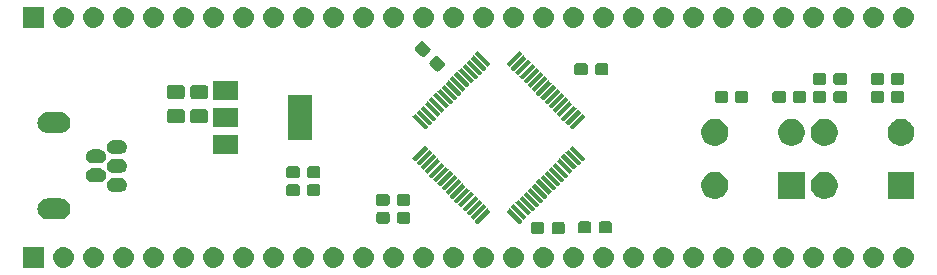
<source format=gts>
G04 #@! TF.GenerationSoftware,KiCad,Pcbnew,5.1.3-ffb9f22~84~ubuntu18.04.1*
G04 #@! TF.CreationDate,2019-07-27T17:07:59-05:00*
G04 #@! TF.ProjectId,2055-LPC51U68JBD64-breakout,32303535-2d4c-4504-9335-315536384a42,rev?*
G04 #@! TF.SameCoordinates,Original*
G04 #@! TF.FileFunction,Soldermask,Top*
G04 #@! TF.FilePolarity,Negative*
%FSLAX46Y46*%
G04 Gerber Fmt 4.6, Leading zero omitted, Abs format (unit mm)*
G04 Created by KiCad (PCBNEW 5.1.3-ffb9f22~84~ubuntu18.04.1) date 2019-07-27 17:07:59*
%MOMM*%
%LPD*%
G04 APERTURE LIST*
%ADD10C,0.100000*%
G04 APERTURE END LIST*
D10*
G36*
X114629300Y-112140100D02*
G01*
X112853100Y-112140100D01*
X112853100Y-110363900D01*
X114629300Y-110363900D01*
X114629300Y-112140100D01*
X114629300Y-112140100D01*
G37*
G36*
X152015298Y-110376750D02*
G01*
X152182706Y-110427533D01*
X152336989Y-110509999D01*
X152472220Y-110620980D01*
X152583201Y-110756211D01*
X152665667Y-110910494D01*
X152716450Y-111077902D01*
X152733597Y-111252000D01*
X152716450Y-111426098D01*
X152665667Y-111593506D01*
X152583201Y-111747789D01*
X152472220Y-111883020D01*
X152336989Y-111994001D01*
X152182706Y-112076467D01*
X152015298Y-112127250D01*
X151884829Y-112140100D01*
X151797571Y-112140100D01*
X151667102Y-112127250D01*
X151499694Y-112076467D01*
X151345411Y-111994001D01*
X151210180Y-111883020D01*
X151099199Y-111747789D01*
X151016733Y-111593506D01*
X150965950Y-111426098D01*
X150948803Y-111252000D01*
X150965950Y-111077902D01*
X151016733Y-110910494D01*
X151099199Y-110756211D01*
X151210180Y-110620980D01*
X151345411Y-110509999D01*
X151499694Y-110427533D01*
X151667102Y-110376750D01*
X151797571Y-110363900D01*
X151884829Y-110363900D01*
X152015298Y-110376750D01*
X152015298Y-110376750D01*
G37*
G36*
X187575298Y-110376750D02*
G01*
X187742706Y-110427533D01*
X187896989Y-110509999D01*
X188032220Y-110620980D01*
X188143201Y-110756211D01*
X188225667Y-110910494D01*
X188276450Y-111077902D01*
X188293597Y-111252000D01*
X188276450Y-111426098D01*
X188225667Y-111593506D01*
X188143201Y-111747789D01*
X188032220Y-111883020D01*
X187896989Y-111994001D01*
X187742706Y-112076467D01*
X187575298Y-112127250D01*
X187444829Y-112140100D01*
X187357571Y-112140100D01*
X187227102Y-112127250D01*
X187059694Y-112076467D01*
X186905411Y-111994001D01*
X186770180Y-111883020D01*
X186659199Y-111747789D01*
X186576733Y-111593506D01*
X186525950Y-111426098D01*
X186508803Y-111252000D01*
X186525950Y-111077902D01*
X186576733Y-110910494D01*
X186659199Y-110756211D01*
X186770180Y-110620980D01*
X186905411Y-110509999D01*
X187059694Y-110427533D01*
X187227102Y-110376750D01*
X187357571Y-110363900D01*
X187444829Y-110363900D01*
X187575298Y-110376750D01*
X187575298Y-110376750D01*
G37*
G36*
X182495298Y-110376750D02*
G01*
X182662706Y-110427533D01*
X182816989Y-110509999D01*
X182952220Y-110620980D01*
X183063201Y-110756211D01*
X183145667Y-110910494D01*
X183196450Y-111077902D01*
X183213597Y-111252000D01*
X183196450Y-111426098D01*
X183145667Y-111593506D01*
X183063201Y-111747789D01*
X182952220Y-111883020D01*
X182816989Y-111994001D01*
X182662706Y-112076467D01*
X182495298Y-112127250D01*
X182364829Y-112140100D01*
X182277571Y-112140100D01*
X182147102Y-112127250D01*
X181979694Y-112076467D01*
X181825411Y-111994001D01*
X181690180Y-111883020D01*
X181579199Y-111747789D01*
X181496733Y-111593506D01*
X181445950Y-111426098D01*
X181428803Y-111252000D01*
X181445950Y-111077902D01*
X181496733Y-110910494D01*
X181579199Y-110756211D01*
X181690180Y-110620980D01*
X181825411Y-110509999D01*
X181979694Y-110427533D01*
X182147102Y-110376750D01*
X182277571Y-110363900D01*
X182364829Y-110363900D01*
X182495298Y-110376750D01*
X182495298Y-110376750D01*
G37*
G36*
X179955298Y-110376750D02*
G01*
X180122706Y-110427533D01*
X180276989Y-110509999D01*
X180412220Y-110620980D01*
X180523201Y-110756211D01*
X180605667Y-110910494D01*
X180656450Y-111077902D01*
X180673597Y-111252000D01*
X180656450Y-111426098D01*
X180605667Y-111593506D01*
X180523201Y-111747789D01*
X180412220Y-111883020D01*
X180276989Y-111994001D01*
X180122706Y-112076467D01*
X179955298Y-112127250D01*
X179824829Y-112140100D01*
X179737571Y-112140100D01*
X179607102Y-112127250D01*
X179439694Y-112076467D01*
X179285411Y-111994001D01*
X179150180Y-111883020D01*
X179039199Y-111747789D01*
X178956733Y-111593506D01*
X178905950Y-111426098D01*
X178888803Y-111252000D01*
X178905950Y-111077902D01*
X178956733Y-110910494D01*
X179039199Y-110756211D01*
X179150180Y-110620980D01*
X179285411Y-110509999D01*
X179439694Y-110427533D01*
X179607102Y-110376750D01*
X179737571Y-110363900D01*
X179824829Y-110363900D01*
X179955298Y-110376750D01*
X179955298Y-110376750D01*
G37*
G36*
X177415298Y-110376750D02*
G01*
X177582706Y-110427533D01*
X177736989Y-110509999D01*
X177872220Y-110620980D01*
X177983201Y-110756211D01*
X178065667Y-110910494D01*
X178116450Y-111077902D01*
X178133597Y-111252000D01*
X178116450Y-111426098D01*
X178065667Y-111593506D01*
X177983201Y-111747789D01*
X177872220Y-111883020D01*
X177736989Y-111994001D01*
X177582706Y-112076467D01*
X177415298Y-112127250D01*
X177284829Y-112140100D01*
X177197571Y-112140100D01*
X177067102Y-112127250D01*
X176899694Y-112076467D01*
X176745411Y-111994001D01*
X176610180Y-111883020D01*
X176499199Y-111747789D01*
X176416733Y-111593506D01*
X176365950Y-111426098D01*
X176348803Y-111252000D01*
X176365950Y-111077902D01*
X176416733Y-110910494D01*
X176499199Y-110756211D01*
X176610180Y-110620980D01*
X176745411Y-110509999D01*
X176899694Y-110427533D01*
X177067102Y-110376750D01*
X177197571Y-110363900D01*
X177284829Y-110363900D01*
X177415298Y-110376750D01*
X177415298Y-110376750D01*
G37*
G36*
X174875298Y-110376750D02*
G01*
X175042706Y-110427533D01*
X175196989Y-110509999D01*
X175332220Y-110620980D01*
X175443201Y-110756211D01*
X175525667Y-110910494D01*
X175576450Y-111077902D01*
X175593597Y-111252000D01*
X175576450Y-111426098D01*
X175525667Y-111593506D01*
X175443201Y-111747789D01*
X175332220Y-111883020D01*
X175196989Y-111994001D01*
X175042706Y-112076467D01*
X174875298Y-112127250D01*
X174744829Y-112140100D01*
X174657571Y-112140100D01*
X174527102Y-112127250D01*
X174359694Y-112076467D01*
X174205411Y-111994001D01*
X174070180Y-111883020D01*
X173959199Y-111747789D01*
X173876733Y-111593506D01*
X173825950Y-111426098D01*
X173808803Y-111252000D01*
X173825950Y-111077902D01*
X173876733Y-110910494D01*
X173959199Y-110756211D01*
X174070180Y-110620980D01*
X174205411Y-110509999D01*
X174359694Y-110427533D01*
X174527102Y-110376750D01*
X174657571Y-110363900D01*
X174744829Y-110363900D01*
X174875298Y-110376750D01*
X174875298Y-110376750D01*
G37*
G36*
X172335298Y-110376750D02*
G01*
X172502706Y-110427533D01*
X172656989Y-110509999D01*
X172792220Y-110620980D01*
X172903201Y-110756211D01*
X172985667Y-110910494D01*
X173036450Y-111077902D01*
X173053597Y-111252000D01*
X173036450Y-111426098D01*
X172985667Y-111593506D01*
X172903201Y-111747789D01*
X172792220Y-111883020D01*
X172656989Y-111994001D01*
X172502706Y-112076467D01*
X172335298Y-112127250D01*
X172204829Y-112140100D01*
X172117571Y-112140100D01*
X171987102Y-112127250D01*
X171819694Y-112076467D01*
X171665411Y-111994001D01*
X171530180Y-111883020D01*
X171419199Y-111747789D01*
X171336733Y-111593506D01*
X171285950Y-111426098D01*
X171268803Y-111252000D01*
X171285950Y-111077902D01*
X171336733Y-110910494D01*
X171419199Y-110756211D01*
X171530180Y-110620980D01*
X171665411Y-110509999D01*
X171819694Y-110427533D01*
X171987102Y-110376750D01*
X172117571Y-110363900D01*
X172204829Y-110363900D01*
X172335298Y-110376750D01*
X172335298Y-110376750D01*
G37*
G36*
X169795298Y-110376750D02*
G01*
X169962706Y-110427533D01*
X170116989Y-110509999D01*
X170252220Y-110620980D01*
X170363201Y-110756211D01*
X170445667Y-110910494D01*
X170496450Y-111077902D01*
X170513597Y-111252000D01*
X170496450Y-111426098D01*
X170445667Y-111593506D01*
X170363201Y-111747789D01*
X170252220Y-111883020D01*
X170116989Y-111994001D01*
X169962706Y-112076467D01*
X169795298Y-112127250D01*
X169664829Y-112140100D01*
X169577571Y-112140100D01*
X169447102Y-112127250D01*
X169279694Y-112076467D01*
X169125411Y-111994001D01*
X168990180Y-111883020D01*
X168879199Y-111747789D01*
X168796733Y-111593506D01*
X168745950Y-111426098D01*
X168728803Y-111252000D01*
X168745950Y-111077902D01*
X168796733Y-110910494D01*
X168879199Y-110756211D01*
X168990180Y-110620980D01*
X169125411Y-110509999D01*
X169279694Y-110427533D01*
X169447102Y-110376750D01*
X169577571Y-110363900D01*
X169664829Y-110363900D01*
X169795298Y-110376750D01*
X169795298Y-110376750D01*
G37*
G36*
X167255298Y-110376750D02*
G01*
X167422706Y-110427533D01*
X167576989Y-110509999D01*
X167712220Y-110620980D01*
X167823201Y-110756211D01*
X167905667Y-110910494D01*
X167956450Y-111077902D01*
X167973597Y-111252000D01*
X167956450Y-111426098D01*
X167905667Y-111593506D01*
X167823201Y-111747789D01*
X167712220Y-111883020D01*
X167576989Y-111994001D01*
X167422706Y-112076467D01*
X167255298Y-112127250D01*
X167124829Y-112140100D01*
X167037571Y-112140100D01*
X166907102Y-112127250D01*
X166739694Y-112076467D01*
X166585411Y-111994001D01*
X166450180Y-111883020D01*
X166339199Y-111747789D01*
X166256733Y-111593506D01*
X166205950Y-111426098D01*
X166188803Y-111252000D01*
X166205950Y-111077902D01*
X166256733Y-110910494D01*
X166339199Y-110756211D01*
X166450180Y-110620980D01*
X166585411Y-110509999D01*
X166739694Y-110427533D01*
X166907102Y-110376750D01*
X167037571Y-110363900D01*
X167124829Y-110363900D01*
X167255298Y-110376750D01*
X167255298Y-110376750D01*
G37*
G36*
X164715298Y-110376750D02*
G01*
X164882706Y-110427533D01*
X165036989Y-110509999D01*
X165172220Y-110620980D01*
X165283201Y-110756211D01*
X165365667Y-110910494D01*
X165416450Y-111077902D01*
X165433597Y-111252000D01*
X165416450Y-111426098D01*
X165365667Y-111593506D01*
X165283201Y-111747789D01*
X165172220Y-111883020D01*
X165036989Y-111994001D01*
X164882706Y-112076467D01*
X164715298Y-112127250D01*
X164584829Y-112140100D01*
X164497571Y-112140100D01*
X164367102Y-112127250D01*
X164199694Y-112076467D01*
X164045411Y-111994001D01*
X163910180Y-111883020D01*
X163799199Y-111747789D01*
X163716733Y-111593506D01*
X163665950Y-111426098D01*
X163648803Y-111252000D01*
X163665950Y-111077902D01*
X163716733Y-110910494D01*
X163799199Y-110756211D01*
X163910180Y-110620980D01*
X164045411Y-110509999D01*
X164199694Y-110427533D01*
X164367102Y-110376750D01*
X164497571Y-110363900D01*
X164584829Y-110363900D01*
X164715298Y-110376750D01*
X164715298Y-110376750D01*
G37*
G36*
X162175298Y-110376750D02*
G01*
X162342706Y-110427533D01*
X162496989Y-110509999D01*
X162632220Y-110620980D01*
X162743201Y-110756211D01*
X162825667Y-110910494D01*
X162876450Y-111077902D01*
X162893597Y-111252000D01*
X162876450Y-111426098D01*
X162825667Y-111593506D01*
X162743201Y-111747789D01*
X162632220Y-111883020D01*
X162496989Y-111994001D01*
X162342706Y-112076467D01*
X162175298Y-112127250D01*
X162044829Y-112140100D01*
X161957571Y-112140100D01*
X161827102Y-112127250D01*
X161659694Y-112076467D01*
X161505411Y-111994001D01*
X161370180Y-111883020D01*
X161259199Y-111747789D01*
X161176733Y-111593506D01*
X161125950Y-111426098D01*
X161108803Y-111252000D01*
X161125950Y-111077902D01*
X161176733Y-110910494D01*
X161259199Y-110756211D01*
X161370180Y-110620980D01*
X161505411Y-110509999D01*
X161659694Y-110427533D01*
X161827102Y-110376750D01*
X161957571Y-110363900D01*
X162044829Y-110363900D01*
X162175298Y-110376750D01*
X162175298Y-110376750D01*
G37*
G36*
X159635298Y-110376750D02*
G01*
X159802706Y-110427533D01*
X159956989Y-110509999D01*
X160092220Y-110620980D01*
X160203201Y-110756211D01*
X160285667Y-110910494D01*
X160336450Y-111077902D01*
X160353597Y-111252000D01*
X160336450Y-111426098D01*
X160285667Y-111593506D01*
X160203201Y-111747789D01*
X160092220Y-111883020D01*
X159956989Y-111994001D01*
X159802706Y-112076467D01*
X159635298Y-112127250D01*
X159504829Y-112140100D01*
X159417571Y-112140100D01*
X159287102Y-112127250D01*
X159119694Y-112076467D01*
X158965411Y-111994001D01*
X158830180Y-111883020D01*
X158719199Y-111747789D01*
X158636733Y-111593506D01*
X158585950Y-111426098D01*
X158568803Y-111252000D01*
X158585950Y-111077902D01*
X158636733Y-110910494D01*
X158719199Y-110756211D01*
X158830180Y-110620980D01*
X158965411Y-110509999D01*
X159119694Y-110427533D01*
X159287102Y-110376750D01*
X159417571Y-110363900D01*
X159504829Y-110363900D01*
X159635298Y-110376750D01*
X159635298Y-110376750D01*
G37*
G36*
X157095298Y-110376750D02*
G01*
X157262706Y-110427533D01*
X157416989Y-110509999D01*
X157552220Y-110620980D01*
X157663201Y-110756211D01*
X157745667Y-110910494D01*
X157796450Y-111077902D01*
X157813597Y-111252000D01*
X157796450Y-111426098D01*
X157745667Y-111593506D01*
X157663201Y-111747789D01*
X157552220Y-111883020D01*
X157416989Y-111994001D01*
X157262706Y-112076467D01*
X157095298Y-112127250D01*
X156964829Y-112140100D01*
X156877571Y-112140100D01*
X156747102Y-112127250D01*
X156579694Y-112076467D01*
X156425411Y-111994001D01*
X156290180Y-111883020D01*
X156179199Y-111747789D01*
X156096733Y-111593506D01*
X156045950Y-111426098D01*
X156028803Y-111252000D01*
X156045950Y-111077902D01*
X156096733Y-110910494D01*
X156179199Y-110756211D01*
X156290180Y-110620980D01*
X156425411Y-110509999D01*
X156579694Y-110427533D01*
X156747102Y-110376750D01*
X156877571Y-110363900D01*
X156964829Y-110363900D01*
X157095298Y-110376750D01*
X157095298Y-110376750D01*
G37*
G36*
X154555298Y-110376750D02*
G01*
X154722706Y-110427533D01*
X154876989Y-110509999D01*
X155012220Y-110620980D01*
X155123201Y-110756211D01*
X155205667Y-110910494D01*
X155256450Y-111077902D01*
X155273597Y-111252000D01*
X155256450Y-111426098D01*
X155205667Y-111593506D01*
X155123201Y-111747789D01*
X155012220Y-111883020D01*
X154876989Y-111994001D01*
X154722706Y-112076467D01*
X154555298Y-112127250D01*
X154424829Y-112140100D01*
X154337571Y-112140100D01*
X154207102Y-112127250D01*
X154039694Y-112076467D01*
X153885411Y-111994001D01*
X153750180Y-111883020D01*
X153639199Y-111747789D01*
X153556733Y-111593506D01*
X153505950Y-111426098D01*
X153488803Y-111252000D01*
X153505950Y-111077902D01*
X153556733Y-110910494D01*
X153639199Y-110756211D01*
X153750180Y-110620980D01*
X153885411Y-110509999D01*
X154039694Y-110427533D01*
X154207102Y-110376750D01*
X154337571Y-110363900D01*
X154424829Y-110363900D01*
X154555298Y-110376750D01*
X154555298Y-110376750D01*
G37*
G36*
X185035298Y-110376750D02*
G01*
X185202706Y-110427533D01*
X185356989Y-110509999D01*
X185492220Y-110620980D01*
X185603201Y-110756211D01*
X185685667Y-110910494D01*
X185736450Y-111077902D01*
X185753597Y-111252000D01*
X185736450Y-111426098D01*
X185685667Y-111593506D01*
X185603201Y-111747789D01*
X185492220Y-111883020D01*
X185356989Y-111994001D01*
X185202706Y-112076467D01*
X185035298Y-112127250D01*
X184904829Y-112140100D01*
X184817571Y-112140100D01*
X184687102Y-112127250D01*
X184519694Y-112076467D01*
X184365411Y-111994001D01*
X184230180Y-111883020D01*
X184119199Y-111747789D01*
X184036733Y-111593506D01*
X183985950Y-111426098D01*
X183968803Y-111252000D01*
X183985950Y-111077902D01*
X184036733Y-110910494D01*
X184119199Y-110756211D01*
X184230180Y-110620980D01*
X184365411Y-110509999D01*
X184519694Y-110427533D01*
X184687102Y-110376750D01*
X184817571Y-110363900D01*
X184904829Y-110363900D01*
X185035298Y-110376750D01*
X185035298Y-110376750D01*
G37*
G36*
X126615298Y-110376750D02*
G01*
X126782706Y-110427533D01*
X126936989Y-110509999D01*
X127072220Y-110620980D01*
X127183201Y-110756211D01*
X127265667Y-110910494D01*
X127316450Y-111077902D01*
X127333597Y-111252000D01*
X127316450Y-111426098D01*
X127265667Y-111593506D01*
X127183201Y-111747789D01*
X127072220Y-111883020D01*
X126936989Y-111994001D01*
X126782706Y-112076467D01*
X126615298Y-112127250D01*
X126484829Y-112140100D01*
X126397571Y-112140100D01*
X126267102Y-112127250D01*
X126099694Y-112076467D01*
X125945411Y-111994001D01*
X125810180Y-111883020D01*
X125699199Y-111747789D01*
X125616733Y-111593506D01*
X125565950Y-111426098D01*
X125548803Y-111252000D01*
X125565950Y-111077902D01*
X125616733Y-110910494D01*
X125699199Y-110756211D01*
X125810180Y-110620980D01*
X125945411Y-110509999D01*
X126099694Y-110427533D01*
X126267102Y-110376750D01*
X126397571Y-110363900D01*
X126484829Y-110363900D01*
X126615298Y-110376750D01*
X126615298Y-110376750D01*
G37*
G36*
X149475298Y-110376750D02*
G01*
X149642706Y-110427533D01*
X149796989Y-110509999D01*
X149932220Y-110620980D01*
X150043201Y-110756211D01*
X150125667Y-110910494D01*
X150176450Y-111077902D01*
X150193597Y-111252000D01*
X150176450Y-111426098D01*
X150125667Y-111593506D01*
X150043201Y-111747789D01*
X149932220Y-111883020D01*
X149796989Y-111994001D01*
X149642706Y-112076467D01*
X149475298Y-112127250D01*
X149344829Y-112140100D01*
X149257571Y-112140100D01*
X149127102Y-112127250D01*
X148959694Y-112076467D01*
X148805411Y-111994001D01*
X148670180Y-111883020D01*
X148559199Y-111747789D01*
X148476733Y-111593506D01*
X148425950Y-111426098D01*
X148408803Y-111252000D01*
X148425950Y-111077902D01*
X148476733Y-110910494D01*
X148559199Y-110756211D01*
X148670180Y-110620980D01*
X148805411Y-110509999D01*
X148959694Y-110427533D01*
X149127102Y-110376750D01*
X149257571Y-110363900D01*
X149344829Y-110363900D01*
X149475298Y-110376750D01*
X149475298Y-110376750D01*
G37*
G36*
X116455298Y-110376750D02*
G01*
X116622706Y-110427533D01*
X116776989Y-110509999D01*
X116912220Y-110620980D01*
X117023201Y-110756211D01*
X117105667Y-110910494D01*
X117156450Y-111077902D01*
X117173597Y-111252000D01*
X117156450Y-111426098D01*
X117105667Y-111593506D01*
X117023201Y-111747789D01*
X116912220Y-111883020D01*
X116776989Y-111994001D01*
X116622706Y-112076467D01*
X116455298Y-112127250D01*
X116324829Y-112140100D01*
X116237571Y-112140100D01*
X116107102Y-112127250D01*
X115939694Y-112076467D01*
X115785411Y-111994001D01*
X115650180Y-111883020D01*
X115539199Y-111747789D01*
X115456733Y-111593506D01*
X115405950Y-111426098D01*
X115388803Y-111252000D01*
X115405950Y-111077902D01*
X115456733Y-110910494D01*
X115539199Y-110756211D01*
X115650180Y-110620980D01*
X115785411Y-110509999D01*
X115939694Y-110427533D01*
X116107102Y-110376750D01*
X116237571Y-110363900D01*
X116324829Y-110363900D01*
X116455298Y-110376750D01*
X116455298Y-110376750D01*
G37*
G36*
X118995298Y-110376750D02*
G01*
X119162706Y-110427533D01*
X119316989Y-110509999D01*
X119452220Y-110620980D01*
X119563201Y-110756211D01*
X119645667Y-110910494D01*
X119696450Y-111077902D01*
X119713597Y-111252000D01*
X119696450Y-111426098D01*
X119645667Y-111593506D01*
X119563201Y-111747789D01*
X119452220Y-111883020D01*
X119316989Y-111994001D01*
X119162706Y-112076467D01*
X118995298Y-112127250D01*
X118864829Y-112140100D01*
X118777571Y-112140100D01*
X118647102Y-112127250D01*
X118479694Y-112076467D01*
X118325411Y-111994001D01*
X118190180Y-111883020D01*
X118079199Y-111747789D01*
X117996733Y-111593506D01*
X117945950Y-111426098D01*
X117928803Y-111252000D01*
X117945950Y-111077902D01*
X117996733Y-110910494D01*
X118079199Y-110756211D01*
X118190180Y-110620980D01*
X118325411Y-110509999D01*
X118479694Y-110427533D01*
X118647102Y-110376750D01*
X118777571Y-110363900D01*
X118864829Y-110363900D01*
X118995298Y-110376750D01*
X118995298Y-110376750D01*
G37*
G36*
X121535298Y-110376750D02*
G01*
X121702706Y-110427533D01*
X121856989Y-110509999D01*
X121992220Y-110620980D01*
X122103201Y-110756211D01*
X122185667Y-110910494D01*
X122236450Y-111077902D01*
X122253597Y-111252000D01*
X122236450Y-111426098D01*
X122185667Y-111593506D01*
X122103201Y-111747789D01*
X121992220Y-111883020D01*
X121856989Y-111994001D01*
X121702706Y-112076467D01*
X121535298Y-112127250D01*
X121404829Y-112140100D01*
X121317571Y-112140100D01*
X121187102Y-112127250D01*
X121019694Y-112076467D01*
X120865411Y-111994001D01*
X120730180Y-111883020D01*
X120619199Y-111747789D01*
X120536733Y-111593506D01*
X120485950Y-111426098D01*
X120468803Y-111252000D01*
X120485950Y-111077902D01*
X120536733Y-110910494D01*
X120619199Y-110756211D01*
X120730180Y-110620980D01*
X120865411Y-110509999D01*
X121019694Y-110427533D01*
X121187102Y-110376750D01*
X121317571Y-110363900D01*
X121404829Y-110363900D01*
X121535298Y-110376750D01*
X121535298Y-110376750D01*
G37*
G36*
X124075298Y-110376750D02*
G01*
X124242706Y-110427533D01*
X124396989Y-110509999D01*
X124532220Y-110620980D01*
X124643201Y-110756211D01*
X124725667Y-110910494D01*
X124776450Y-111077902D01*
X124793597Y-111252000D01*
X124776450Y-111426098D01*
X124725667Y-111593506D01*
X124643201Y-111747789D01*
X124532220Y-111883020D01*
X124396989Y-111994001D01*
X124242706Y-112076467D01*
X124075298Y-112127250D01*
X123944829Y-112140100D01*
X123857571Y-112140100D01*
X123727102Y-112127250D01*
X123559694Y-112076467D01*
X123405411Y-111994001D01*
X123270180Y-111883020D01*
X123159199Y-111747789D01*
X123076733Y-111593506D01*
X123025950Y-111426098D01*
X123008803Y-111252000D01*
X123025950Y-111077902D01*
X123076733Y-110910494D01*
X123159199Y-110756211D01*
X123270180Y-110620980D01*
X123405411Y-110509999D01*
X123559694Y-110427533D01*
X123727102Y-110376750D01*
X123857571Y-110363900D01*
X123944829Y-110363900D01*
X124075298Y-110376750D01*
X124075298Y-110376750D01*
G37*
G36*
X129155298Y-110376750D02*
G01*
X129322706Y-110427533D01*
X129476989Y-110509999D01*
X129612220Y-110620980D01*
X129723201Y-110756211D01*
X129805667Y-110910494D01*
X129856450Y-111077902D01*
X129873597Y-111252000D01*
X129856450Y-111426098D01*
X129805667Y-111593506D01*
X129723201Y-111747789D01*
X129612220Y-111883020D01*
X129476989Y-111994001D01*
X129322706Y-112076467D01*
X129155298Y-112127250D01*
X129024829Y-112140100D01*
X128937571Y-112140100D01*
X128807102Y-112127250D01*
X128639694Y-112076467D01*
X128485411Y-111994001D01*
X128350180Y-111883020D01*
X128239199Y-111747789D01*
X128156733Y-111593506D01*
X128105950Y-111426098D01*
X128088803Y-111252000D01*
X128105950Y-111077902D01*
X128156733Y-110910494D01*
X128239199Y-110756211D01*
X128350180Y-110620980D01*
X128485411Y-110509999D01*
X128639694Y-110427533D01*
X128807102Y-110376750D01*
X128937571Y-110363900D01*
X129024829Y-110363900D01*
X129155298Y-110376750D01*
X129155298Y-110376750D01*
G37*
G36*
X131695298Y-110376750D02*
G01*
X131862706Y-110427533D01*
X132016989Y-110509999D01*
X132152220Y-110620980D01*
X132263201Y-110756211D01*
X132345667Y-110910494D01*
X132396450Y-111077902D01*
X132413597Y-111252000D01*
X132396450Y-111426098D01*
X132345667Y-111593506D01*
X132263201Y-111747789D01*
X132152220Y-111883020D01*
X132016989Y-111994001D01*
X131862706Y-112076467D01*
X131695298Y-112127250D01*
X131564829Y-112140100D01*
X131477571Y-112140100D01*
X131347102Y-112127250D01*
X131179694Y-112076467D01*
X131025411Y-111994001D01*
X130890180Y-111883020D01*
X130779199Y-111747789D01*
X130696733Y-111593506D01*
X130645950Y-111426098D01*
X130628803Y-111252000D01*
X130645950Y-111077902D01*
X130696733Y-110910494D01*
X130779199Y-110756211D01*
X130890180Y-110620980D01*
X131025411Y-110509999D01*
X131179694Y-110427533D01*
X131347102Y-110376750D01*
X131477571Y-110363900D01*
X131564829Y-110363900D01*
X131695298Y-110376750D01*
X131695298Y-110376750D01*
G37*
G36*
X134235298Y-110376750D02*
G01*
X134402706Y-110427533D01*
X134556989Y-110509999D01*
X134692220Y-110620980D01*
X134803201Y-110756211D01*
X134885667Y-110910494D01*
X134936450Y-111077902D01*
X134953597Y-111252000D01*
X134936450Y-111426098D01*
X134885667Y-111593506D01*
X134803201Y-111747789D01*
X134692220Y-111883020D01*
X134556989Y-111994001D01*
X134402706Y-112076467D01*
X134235298Y-112127250D01*
X134104829Y-112140100D01*
X134017571Y-112140100D01*
X133887102Y-112127250D01*
X133719694Y-112076467D01*
X133565411Y-111994001D01*
X133430180Y-111883020D01*
X133319199Y-111747789D01*
X133236733Y-111593506D01*
X133185950Y-111426098D01*
X133168803Y-111252000D01*
X133185950Y-111077902D01*
X133236733Y-110910494D01*
X133319199Y-110756211D01*
X133430180Y-110620980D01*
X133565411Y-110509999D01*
X133719694Y-110427533D01*
X133887102Y-110376750D01*
X134017571Y-110363900D01*
X134104829Y-110363900D01*
X134235298Y-110376750D01*
X134235298Y-110376750D01*
G37*
G36*
X136775298Y-110376750D02*
G01*
X136942706Y-110427533D01*
X137096989Y-110509999D01*
X137232220Y-110620980D01*
X137343201Y-110756211D01*
X137425667Y-110910494D01*
X137476450Y-111077902D01*
X137493597Y-111252000D01*
X137476450Y-111426098D01*
X137425667Y-111593506D01*
X137343201Y-111747789D01*
X137232220Y-111883020D01*
X137096989Y-111994001D01*
X136942706Y-112076467D01*
X136775298Y-112127250D01*
X136644829Y-112140100D01*
X136557571Y-112140100D01*
X136427102Y-112127250D01*
X136259694Y-112076467D01*
X136105411Y-111994001D01*
X135970180Y-111883020D01*
X135859199Y-111747789D01*
X135776733Y-111593506D01*
X135725950Y-111426098D01*
X135708803Y-111252000D01*
X135725950Y-111077902D01*
X135776733Y-110910494D01*
X135859199Y-110756211D01*
X135970180Y-110620980D01*
X136105411Y-110509999D01*
X136259694Y-110427533D01*
X136427102Y-110376750D01*
X136557571Y-110363900D01*
X136644829Y-110363900D01*
X136775298Y-110376750D01*
X136775298Y-110376750D01*
G37*
G36*
X139315298Y-110376750D02*
G01*
X139482706Y-110427533D01*
X139636989Y-110509999D01*
X139772220Y-110620980D01*
X139883201Y-110756211D01*
X139965667Y-110910494D01*
X140016450Y-111077902D01*
X140033597Y-111252000D01*
X140016450Y-111426098D01*
X139965667Y-111593506D01*
X139883201Y-111747789D01*
X139772220Y-111883020D01*
X139636989Y-111994001D01*
X139482706Y-112076467D01*
X139315298Y-112127250D01*
X139184829Y-112140100D01*
X139097571Y-112140100D01*
X138967102Y-112127250D01*
X138799694Y-112076467D01*
X138645411Y-111994001D01*
X138510180Y-111883020D01*
X138399199Y-111747789D01*
X138316733Y-111593506D01*
X138265950Y-111426098D01*
X138248803Y-111252000D01*
X138265950Y-111077902D01*
X138316733Y-110910494D01*
X138399199Y-110756211D01*
X138510180Y-110620980D01*
X138645411Y-110509999D01*
X138799694Y-110427533D01*
X138967102Y-110376750D01*
X139097571Y-110363900D01*
X139184829Y-110363900D01*
X139315298Y-110376750D01*
X139315298Y-110376750D01*
G37*
G36*
X141855298Y-110376750D02*
G01*
X142022706Y-110427533D01*
X142176989Y-110509999D01*
X142312220Y-110620980D01*
X142423201Y-110756211D01*
X142505667Y-110910494D01*
X142556450Y-111077902D01*
X142573597Y-111252000D01*
X142556450Y-111426098D01*
X142505667Y-111593506D01*
X142423201Y-111747789D01*
X142312220Y-111883020D01*
X142176989Y-111994001D01*
X142022706Y-112076467D01*
X141855298Y-112127250D01*
X141724829Y-112140100D01*
X141637571Y-112140100D01*
X141507102Y-112127250D01*
X141339694Y-112076467D01*
X141185411Y-111994001D01*
X141050180Y-111883020D01*
X140939199Y-111747789D01*
X140856733Y-111593506D01*
X140805950Y-111426098D01*
X140788803Y-111252000D01*
X140805950Y-111077902D01*
X140856733Y-110910494D01*
X140939199Y-110756211D01*
X141050180Y-110620980D01*
X141185411Y-110509999D01*
X141339694Y-110427533D01*
X141507102Y-110376750D01*
X141637571Y-110363900D01*
X141724829Y-110363900D01*
X141855298Y-110376750D01*
X141855298Y-110376750D01*
G37*
G36*
X144395298Y-110376750D02*
G01*
X144562706Y-110427533D01*
X144716989Y-110509999D01*
X144852220Y-110620980D01*
X144963201Y-110756211D01*
X145045667Y-110910494D01*
X145096450Y-111077902D01*
X145113597Y-111252000D01*
X145096450Y-111426098D01*
X145045667Y-111593506D01*
X144963201Y-111747789D01*
X144852220Y-111883020D01*
X144716989Y-111994001D01*
X144562706Y-112076467D01*
X144395298Y-112127250D01*
X144264829Y-112140100D01*
X144177571Y-112140100D01*
X144047102Y-112127250D01*
X143879694Y-112076467D01*
X143725411Y-111994001D01*
X143590180Y-111883020D01*
X143479199Y-111747789D01*
X143396733Y-111593506D01*
X143345950Y-111426098D01*
X143328803Y-111252000D01*
X143345950Y-111077902D01*
X143396733Y-110910494D01*
X143479199Y-110756211D01*
X143590180Y-110620980D01*
X143725411Y-110509999D01*
X143879694Y-110427533D01*
X144047102Y-110376750D01*
X144177571Y-110363900D01*
X144264829Y-110363900D01*
X144395298Y-110376750D01*
X144395298Y-110376750D01*
G37*
G36*
X146935298Y-110376750D02*
G01*
X147102706Y-110427533D01*
X147256989Y-110509999D01*
X147392220Y-110620980D01*
X147503201Y-110756211D01*
X147585667Y-110910494D01*
X147636450Y-111077902D01*
X147653597Y-111252000D01*
X147636450Y-111426098D01*
X147585667Y-111593506D01*
X147503201Y-111747789D01*
X147392220Y-111883020D01*
X147256989Y-111994001D01*
X147102706Y-112076467D01*
X146935298Y-112127250D01*
X146804829Y-112140100D01*
X146717571Y-112140100D01*
X146587102Y-112127250D01*
X146419694Y-112076467D01*
X146265411Y-111994001D01*
X146130180Y-111883020D01*
X146019199Y-111747789D01*
X145936733Y-111593506D01*
X145885950Y-111426098D01*
X145868803Y-111252000D01*
X145885950Y-111077902D01*
X145936733Y-110910494D01*
X146019199Y-110756211D01*
X146130180Y-110620980D01*
X146265411Y-110509999D01*
X146419694Y-110427533D01*
X146587102Y-110376750D01*
X146717571Y-110363900D01*
X146804829Y-110363900D01*
X146935298Y-110376750D01*
X146935298Y-110376750D01*
G37*
G36*
X158554194Y-108254382D02*
G01*
X158597512Y-108267522D01*
X158637437Y-108288863D01*
X158672424Y-108317576D01*
X158701137Y-108352563D01*
X158722478Y-108392488D01*
X158735618Y-108435806D01*
X158740300Y-108483343D01*
X158740300Y-109042257D01*
X158735618Y-109089794D01*
X158722478Y-109133112D01*
X158701137Y-109173037D01*
X158672424Y-109208024D01*
X158637437Y-109236737D01*
X158597512Y-109258078D01*
X158554194Y-109271218D01*
X158506657Y-109275900D01*
X157847743Y-109275900D01*
X157800206Y-109271218D01*
X157756888Y-109258078D01*
X157716963Y-109236737D01*
X157681976Y-109208024D01*
X157653263Y-109173037D01*
X157631922Y-109133112D01*
X157618782Y-109089794D01*
X157614100Y-109042257D01*
X157614100Y-108483343D01*
X157618782Y-108435806D01*
X157631922Y-108392488D01*
X157653263Y-108352563D01*
X157681976Y-108317576D01*
X157716963Y-108288863D01*
X157756888Y-108267522D01*
X157800206Y-108254382D01*
X157847743Y-108249700D01*
X158506657Y-108249700D01*
X158554194Y-108254382D01*
X158554194Y-108254382D01*
G37*
G36*
X156804194Y-108254382D02*
G01*
X156847512Y-108267522D01*
X156887437Y-108288863D01*
X156922424Y-108317576D01*
X156951137Y-108352563D01*
X156972478Y-108392488D01*
X156985618Y-108435806D01*
X156990300Y-108483343D01*
X156990300Y-109042257D01*
X156985618Y-109089794D01*
X156972478Y-109133112D01*
X156951137Y-109173037D01*
X156922424Y-109208024D01*
X156887437Y-109236737D01*
X156847512Y-109258078D01*
X156804194Y-109271218D01*
X156756657Y-109275900D01*
X156097743Y-109275900D01*
X156050206Y-109271218D01*
X156006888Y-109258078D01*
X155966963Y-109236737D01*
X155931976Y-109208024D01*
X155903263Y-109173037D01*
X155881922Y-109133112D01*
X155868782Y-109089794D01*
X155864100Y-109042257D01*
X155864100Y-108483343D01*
X155868782Y-108435806D01*
X155881922Y-108392488D01*
X155903263Y-108352563D01*
X155931976Y-108317576D01*
X155966963Y-108288863D01*
X156006888Y-108267522D01*
X156050206Y-108254382D01*
X156097743Y-108249700D01*
X156756657Y-108249700D01*
X156804194Y-108254382D01*
X156804194Y-108254382D01*
G37*
G36*
X160791994Y-108203582D02*
G01*
X160835312Y-108216722D01*
X160875237Y-108238063D01*
X160910224Y-108266776D01*
X160938937Y-108301763D01*
X160960278Y-108341688D01*
X160973418Y-108385006D01*
X160978100Y-108432543D01*
X160978100Y-108991457D01*
X160973418Y-109038994D01*
X160960278Y-109082312D01*
X160938937Y-109122237D01*
X160910224Y-109157224D01*
X160875237Y-109185937D01*
X160835312Y-109207278D01*
X160791994Y-109220418D01*
X160744457Y-109225100D01*
X160085543Y-109225100D01*
X160038006Y-109220418D01*
X159994688Y-109207278D01*
X159954763Y-109185937D01*
X159919776Y-109157224D01*
X159891063Y-109122237D01*
X159869722Y-109082312D01*
X159856582Y-109038994D01*
X159851900Y-108991457D01*
X159851900Y-108432543D01*
X159856582Y-108385006D01*
X159869722Y-108341688D01*
X159891063Y-108301763D01*
X159919776Y-108266776D01*
X159954763Y-108238063D01*
X159994688Y-108216722D01*
X160038006Y-108203582D01*
X160085543Y-108198900D01*
X160744457Y-108198900D01*
X160791994Y-108203582D01*
X160791994Y-108203582D01*
G37*
G36*
X162541994Y-108203582D02*
G01*
X162585312Y-108216722D01*
X162625237Y-108238063D01*
X162660224Y-108266776D01*
X162688937Y-108301763D01*
X162710278Y-108341688D01*
X162723418Y-108385006D01*
X162728100Y-108432543D01*
X162728100Y-108991457D01*
X162723418Y-109038994D01*
X162710278Y-109082312D01*
X162688937Y-109122237D01*
X162660224Y-109157224D01*
X162625237Y-109185937D01*
X162585312Y-109207278D01*
X162541994Y-109220418D01*
X162494457Y-109225100D01*
X161835543Y-109225100D01*
X161788006Y-109220418D01*
X161744688Y-109207278D01*
X161704763Y-109185937D01*
X161669776Y-109157224D01*
X161641063Y-109122237D01*
X161619722Y-109082312D01*
X161606582Y-109038994D01*
X161601900Y-108991457D01*
X161601900Y-108432543D01*
X161606582Y-108385006D01*
X161619722Y-108341688D01*
X161641063Y-108301763D01*
X161669776Y-108266776D01*
X161704763Y-108238063D01*
X161744688Y-108216722D01*
X161788006Y-108203582D01*
X161835543Y-108198900D01*
X162494457Y-108198900D01*
X162541994Y-108203582D01*
X162541994Y-108203582D01*
G37*
G36*
X154086015Y-107110079D02*
G01*
X154098846Y-107113971D01*
X154110676Y-107120295D01*
X154122979Y-107130391D01*
X155119227Y-108126639D01*
X155129323Y-108138942D01*
X155135647Y-108150772D01*
X155139539Y-108163603D01*
X155140854Y-108176947D01*
X155139539Y-108190291D01*
X155135647Y-108203122D01*
X155129323Y-108214952D01*
X155119227Y-108227255D01*
X154953829Y-108392653D01*
X154941526Y-108402749D01*
X154929696Y-108409073D01*
X154916865Y-108412965D01*
X154903521Y-108414280D01*
X154890177Y-108412965D01*
X154877346Y-108409073D01*
X154865516Y-108402749D01*
X154853213Y-108392653D01*
X153856965Y-107396405D01*
X153846869Y-107384102D01*
X153840545Y-107372272D01*
X153836653Y-107359441D01*
X153835338Y-107346097D01*
X153836653Y-107332753D01*
X153840545Y-107319922D01*
X153846869Y-107308092D01*
X153856965Y-107295789D01*
X154022363Y-107130391D01*
X154034666Y-107120295D01*
X154046496Y-107113971D01*
X154059327Y-107110079D01*
X154072671Y-107108764D01*
X154086015Y-107110079D01*
X154086015Y-107110079D01*
G37*
G36*
X152212181Y-107110079D02*
G01*
X152225012Y-107113971D01*
X152236842Y-107120295D01*
X152249145Y-107130391D01*
X152414543Y-107295789D01*
X152424639Y-107308092D01*
X152430963Y-107319922D01*
X152434855Y-107332753D01*
X152436170Y-107346097D01*
X152434855Y-107359441D01*
X152430963Y-107372272D01*
X152424639Y-107384102D01*
X152414543Y-107396405D01*
X151418295Y-108392653D01*
X151405992Y-108402749D01*
X151394162Y-108409073D01*
X151381331Y-108412965D01*
X151367987Y-108414280D01*
X151354643Y-108412965D01*
X151341812Y-108409073D01*
X151329982Y-108402749D01*
X151317679Y-108392653D01*
X151152281Y-108227255D01*
X151142185Y-108214952D01*
X151135861Y-108203122D01*
X151131969Y-108190291D01*
X151130654Y-108176947D01*
X151131969Y-108163603D01*
X151135861Y-108150772D01*
X151142185Y-108138942D01*
X151152281Y-108126639D01*
X152148529Y-107130391D01*
X152160832Y-107120295D01*
X152172662Y-107113971D01*
X152185493Y-107110079D01*
X152198837Y-107108764D01*
X152212181Y-107110079D01*
X152212181Y-107110079D01*
G37*
G36*
X145465574Y-107378082D02*
G01*
X145508892Y-107391222D01*
X145548817Y-107412563D01*
X145583804Y-107441276D01*
X145612517Y-107476263D01*
X145633858Y-107516188D01*
X145646998Y-107559506D01*
X145651680Y-107607043D01*
X145651680Y-108165957D01*
X145646998Y-108213494D01*
X145633858Y-108256812D01*
X145612517Y-108296737D01*
X145583804Y-108331724D01*
X145548817Y-108360437D01*
X145508892Y-108381778D01*
X145465574Y-108394918D01*
X145418037Y-108399600D01*
X144759123Y-108399600D01*
X144711586Y-108394918D01*
X144668268Y-108381778D01*
X144628343Y-108360437D01*
X144593356Y-108331724D01*
X144564643Y-108296737D01*
X144543302Y-108256812D01*
X144530162Y-108213494D01*
X144525480Y-108165957D01*
X144525480Y-107607043D01*
X144530162Y-107559506D01*
X144543302Y-107516188D01*
X144564643Y-107476263D01*
X144593356Y-107441276D01*
X144628343Y-107412563D01*
X144668268Y-107391222D01*
X144711586Y-107378082D01*
X144759123Y-107373400D01*
X145418037Y-107373400D01*
X145465574Y-107378082D01*
X145465574Y-107378082D01*
G37*
G36*
X143715574Y-107378082D02*
G01*
X143758892Y-107391222D01*
X143798817Y-107412563D01*
X143833804Y-107441276D01*
X143862517Y-107476263D01*
X143883858Y-107516188D01*
X143896998Y-107559506D01*
X143901680Y-107607043D01*
X143901680Y-108165957D01*
X143896998Y-108213494D01*
X143883858Y-108256812D01*
X143862517Y-108296737D01*
X143833804Y-108331724D01*
X143798817Y-108360437D01*
X143758892Y-108381778D01*
X143715574Y-108394918D01*
X143668037Y-108399600D01*
X143009123Y-108399600D01*
X142961586Y-108394918D01*
X142918268Y-108381778D01*
X142878343Y-108360437D01*
X142843356Y-108331724D01*
X142814643Y-108296737D01*
X142793302Y-108256812D01*
X142780162Y-108213494D01*
X142775480Y-108165957D01*
X142775480Y-107607043D01*
X142780162Y-107559506D01*
X142793302Y-107516188D01*
X142814643Y-107476263D01*
X142843356Y-107441276D01*
X142878343Y-107412563D01*
X142918268Y-107391222D01*
X142961586Y-107378082D01*
X143009123Y-107373400D01*
X143668037Y-107373400D01*
X143715574Y-107378082D01*
X143715574Y-107378082D01*
G37*
G36*
X154439568Y-106756525D02*
G01*
X154452399Y-106760417D01*
X154464229Y-106766741D01*
X154476532Y-106776837D01*
X155472780Y-107773085D01*
X155482876Y-107785388D01*
X155489200Y-107797218D01*
X155493092Y-107810049D01*
X155494407Y-107823393D01*
X155493092Y-107836737D01*
X155489200Y-107849568D01*
X155482876Y-107861398D01*
X155472780Y-107873701D01*
X155307382Y-108039099D01*
X155295079Y-108049195D01*
X155283249Y-108055519D01*
X155270418Y-108059411D01*
X155257074Y-108060726D01*
X155243730Y-108059411D01*
X155230899Y-108055519D01*
X155219069Y-108049195D01*
X155206766Y-108039099D01*
X154210518Y-107042851D01*
X154200422Y-107030548D01*
X154194098Y-107018718D01*
X154190206Y-107005887D01*
X154188891Y-106992543D01*
X154190206Y-106979199D01*
X154194098Y-106966368D01*
X154200422Y-106954538D01*
X154210518Y-106942235D01*
X154375916Y-106776837D01*
X154388219Y-106766741D01*
X154400049Y-106760417D01*
X154412880Y-106756525D01*
X154426224Y-106755210D01*
X154439568Y-106756525D01*
X154439568Y-106756525D01*
G37*
G36*
X151858628Y-106756525D02*
G01*
X151871459Y-106760417D01*
X151883289Y-106766741D01*
X151895592Y-106776837D01*
X152060990Y-106942235D01*
X152071086Y-106954538D01*
X152077410Y-106966368D01*
X152081302Y-106979199D01*
X152082617Y-106992543D01*
X152081302Y-107005887D01*
X152077410Y-107018718D01*
X152071086Y-107030548D01*
X152060990Y-107042851D01*
X151064742Y-108039099D01*
X151052439Y-108049195D01*
X151040609Y-108055519D01*
X151027778Y-108059411D01*
X151014434Y-108060726D01*
X151001090Y-108059411D01*
X150988259Y-108055519D01*
X150976429Y-108049195D01*
X150964126Y-108039099D01*
X150798728Y-107873701D01*
X150788632Y-107861398D01*
X150782308Y-107849568D01*
X150778416Y-107836737D01*
X150777101Y-107823393D01*
X150778416Y-107810049D01*
X150782308Y-107797218D01*
X150788632Y-107785388D01*
X150798728Y-107773085D01*
X151794976Y-106776837D01*
X151807279Y-106766741D01*
X151819109Y-106760417D01*
X151831940Y-106756525D01*
X151845284Y-106755210D01*
X151858628Y-106756525D01*
X151858628Y-106756525D01*
G37*
G36*
X116147098Y-106279750D02*
G01*
X116314506Y-106330533D01*
X116468789Y-106412999D01*
X116604020Y-106523980D01*
X116715001Y-106659211D01*
X116797467Y-106813494D01*
X116848250Y-106980902D01*
X116865397Y-107155000D01*
X116848250Y-107329098D01*
X116797467Y-107496506D01*
X116715001Y-107650789D01*
X116604020Y-107786020D01*
X116468789Y-107897001D01*
X116314506Y-107979467D01*
X116147098Y-108030250D01*
X116016629Y-108043100D01*
X114929371Y-108043100D01*
X114798902Y-108030250D01*
X114631494Y-107979467D01*
X114477211Y-107897001D01*
X114341980Y-107786020D01*
X114230999Y-107650789D01*
X114148533Y-107496506D01*
X114097750Y-107329098D01*
X114080603Y-107155000D01*
X114097750Y-106980902D01*
X114148533Y-106813494D01*
X114230999Y-106659211D01*
X114341980Y-106523980D01*
X114477211Y-106412999D01*
X114631494Y-106330533D01*
X114798902Y-106279750D01*
X114929371Y-106266900D01*
X116016629Y-106266900D01*
X116147098Y-106279750D01*
X116147098Y-106279750D01*
G37*
G36*
X151505074Y-106402972D02*
G01*
X151517905Y-106406864D01*
X151529735Y-106413188D01*
X151542038Y-106423284D01*
X151707436Y-106588682D01*
X151717532Y-106600985D01*
X151723856Y-106612815D01*
X151727748Y-106625646D01*
X151729063Y-106638990D01*
X151727748Y-106652334D01*
X151723856Y-106665165D01*
X151717532Y-106676995D01*
X151707436Y-106689298D01*
X150711188Y-107685546D01*
X150698885Y-107695642D01*
X150687055Y-107701966D01*
X150674224Y-107705858D01*
X150660880Y-107707173D01*
X150647536Y-107705858D01*
X150634705Y-107701966D01*
X150622875Y-107695642D01*
X150610572Y-107685546D01*
X150445174Y-107520148D01*
X150435078Y-107507845D01*
X150428754Y-107496015D01*
X150424862Y-107483184D01*
X150423547Y-107469840D01*
X150424862Y-107456496D01*
X150428754Y-107443665D01*
X150435078Y-107431835D01*
X150445174Y-107419532D01*
X151441422Y-106423284D01*
X151453725Y-106413188D01*
X151465555Y-106406864D01*
X151478386Y-106402972D01*
X151491730Y-106401657D01*
X151505074Y-106402972D01*
X151505074Y-106402972D01*
G37*
G36*
X154793122Y-106402972D02*
G01*
X154805953Y-106406864D01*
X154817783Y-106413188D01*
X154830086Y-106423284D01*
X155826334Y-107419532D01*
X155836430Y-107431835D01*
X155842754Y-107443665D01*
X155846646Y-107456496D01*
X155847961Y-107469840D01*
X155846646Y-107483184D01*
X155842754Y-107496015D01*
X155836430Y-107507845D01*
X155826334Y-107520148D01*
X155660936Y-107685546D01*
X155648633Y-107695642D01*
X155636803Y-107701966D01*
X155623972Y-107705858D01*
X155610628Y-107707173D01*
X155597284Y-107705858D01*
X155584453Y-107701966D01*
X155572623Y-107695642D01*
X155560320Y-107685546D01*
X154564072Y-106689298D01*
X154553976Y-106676995D01*
X154547652Y-106665165D01*
X154543760Y-106652334D01*
X154542445Y-106638990D01*
X154543760Y-106625646D01*
X154547652Y-106612815D01*
X154553976Y-106600985D01*
X154564072Y-106588682D01*
X154729470Y-106423284D01*
X154741773Y-106413188D01*
X154753603Y-106406864D01*
X154766434Y-106402972D01*
X154779778Y-106401657D01*
X154793122Y-106402972D01*
X154793122Y-106402972D01*
G37*
G36*
X155146675Y-106049418D02*
G01*
X155159506Y-106053310D01*
X155171336Y-106059634D01*
X155183639Y-106069730D01*
X156179887Y-107065978D01*
X156189983Y-107078281D01*
X156196307Y-107090111D01*
X156200199Y-107102942D01*
X156201514Y-107116286D01*
X156200199Y-107129630D01*
X156196307Y-107142461D01*
X156189983Y-107154291D01*
X156179887Y-107166594D01*
X156014489Y-107331992D01*
X156002186Y-107342088D01*
X155990356Y-107348412D01*
X155977525Y-107352304D01*
X155964181Y-107353619D01*
X155950837Y-107352304D01*
X155938006Y-107348412D01*
X155926176Y-107342088D01*
X155913873Y-107331992D01*
X154917625Y-106335744D01*
X154907529Y-106323441D01*
X154901205Y-106311611D01*
X154897313Y-106298780D01*
X154895998Y-106285436D01*
X154897313Y-106272092D01*
X154901205Y-106259261D01*
X154907529Y-106247431D01*
X154917625Y-106235128D01*
X155083023Y-106069730D01*
X155095326Y-106059634D01*
X155107156Y-106053310D01*
X155119987Y-106049418D01*
X155133331Y-106048103D01*
X155146675Y-106049418D01*
X155146675Y-106049418D01*
G37*
G36*
X151151521Y-106049418D02*
G01*
X151164352Y-106053310D01*
X151176182Y-106059634D01*
X151188485Y-106069730D01*
X151353883Y-106235128D01*
X151363979Y-106247431D01*
X151370303Y-106259261D01*
X151374195Y-106272092D01*
X151375510Y-106285436D01*
X151374195Y-106298780D01*
X151370303Y-106311611D01*
X151363979Y-106323441D01*
X151353883Y-106335744D01*
X150357635Y-107331992D01*
X150345332Y-107342088D01*
X150333502Y-107348412D01*
X150320671Y-107352304D01*
X150307327Y-107353619D01*
X150293983Y-107352304D01*
X150281152Y-107348412D01*
X150269322Y-107342088D01*
X150257019Y-107331992D01*
X150091621Y-107166594D01*
X150081525Y-107154291D01*
X150075201Y-107142461D01*
X150071309Y-107129630D01*
X150069994Y-107116286D01*
X150071309Y-107102942D01*
X150075201Y-107090111D01*
X150081525Y-107078281D01*
X150091621Y-107065978D01*
X151087869Y-106069730D01*
X151100172Y-106059634D01*
X151112002Y-106053310D01*
X151124833Y-106049418D01*
X151138177Y-106048103D01*
X151151521Y-106049418D01*
X151151521Y-106049418D01*
G37*
G36*
X155500228Y-105695865D02*
G01*
X155513059Y-105699757D01*
X155524889Y-105706081D01*
X155537192Y-105716177D01*
X156533440Y-106712425D01*
X156543536Y-106724728D01*
X156549860Y-106736558D01*
X156553752Y-106749389D01*
X156555067Y-106762733D01*
X156553752Y-106776077D01*
X156549860Y-106788908D01*
X156543536Y-106800738D01*
X156533440Y-106813041D01*
X156368042Y-106978439D01*
X156355739Y-106988535D01*
X156343909Y-106994859D01*
X156331078Y-106998751D01*
X156317734Y-107000066D01*
X156304390Y-106998751D01*
X156291559Y-106994859D01*
X156279729Y-106988535D01*
X156267426Y-106978439D01*
X155271178Y-105982191D01*
X155261082Y-105969888D01*
X155254758Y-105958058D01*
X155250866Y-105945227D01*
X155249551Y-105931883D01*
X155250866Y-105918539D01*
X155254758Y-105905708D01*
X155261082Y-105893878D01*
X155271178Y-105881575D01*
X155436576Y-105716177D01*
X155448879Y-105706081D01*
X155460709Y-105699757D01*
X155473540Y-105695865D01*
X155486884Y-105694550D01*
X155500228Y-105695865D01*
X155500228Y-105695865D01*
G37*
G36*
X150797968Y-105695865D02*
G01*
X150810799Y-105699757D01*
X150822629Y-105706081D01*
X150834932Y-105716177D01*
X151000330Y-105881575D01*
X151010426Y-105893878D01*
X151016750Y-105905708D01*
X151020642Y-105918539D01*
X151021957Y-105931883D01*
X151020642Y-105945227D01*
X151016750Y-105958058D01*
X151010426Y-105969888D01*
X151000330Y-105982191D01*
X150004082Y-106978439D01*
X149991779Y-106988535D01*
X149979949Y-106994859D01*
X149967118Y-106998751D01*
X149953774Y-107000066D01*
X149940430Y-106998751D01*
X149927599Y-106994859D01*
X149915769Y-106988535D01*
X149903466Y-106978439D01*
X149738068Y-106813041D01*
X149727972Y-106800738D01*
X149721648Y-106788908D01*
X149717756Y-106776077D01*
X149716441Y-106762733D01*
X149717756Y-106749389D01*
X149721648Y-106736558D01*
X149727972Y-106724728D01*
X149738068Y-106712425D01*
X150734316Y-105716177D01*
X150746619Y-105706081D01*
X150758449Y-105699757D01*
X150771280Y-105695865D01*
X150784624Y-105694550D01*
X150797968Y-105695865D01*
X150797968Y-105695865D01*
G37*
G36*
X145457953Y-105866782D02*
G01*
X145501271Y-105879922D01*
X145541196Y-105901263D01*
X145576183Y-105929976D01*
X145604896Y-105964963D01*
X145626237Y-106004888D01*
X145639377Y-106048206D01*
X145644059Y-106095743D01*
X145644059Y-106654657D01*
X145639377Y-106702194D01*
X145626237Y-106745512D01*
X145604896Y-106785437D01*
X145576183Y-106820424D01*
X145541196Y-106849137D01*
X145501271Y-106870478D01*
X145457953Y-106883618D01*
X145410416Y-106888300D01*
X144751502Y-106888300D01*
X144703965Y-106883618D01*
X144660647Y-106870478D01*
X144620722Y-106849137D01*
X144585735Y-106820424D01*
X144557022Y-106785437D01*
X144535681Y-106745512D01*
X144522541Y-106702194D01*
X144517859Y-106654657D01*
X144517859Y-106095743D01*
X144522541Y-106048206D01*
X144535681Y-106004888D01*
X144557022Y-105964963D01*
X144585735Y-105929976D01*
X144620722Y-105901263D01*
X144660647Y-105879922D01*
X144703965Y-105866782D01*
X144751502Y-105862100D01*
X145410416Y-105862100D01*
X145457953Y-105866782D01*
X145457953Y-105866782D01*
G37*
G36*
X143707955Y-105866782D02*
G01*
X143751273Y-105879922D01*
X143791198Y-105901263D01*
X143826185Y-105929976D01*
X143854898Y-105964963D01*
X143876239Y-106004888D01*
X143889379Y-106048206D01*
X143894061Y-106095743D01*
X143894061Y-106654657D01*
X143889379Y-106702194D01*
X143876239Y-106745512D01*
X143854898Y-106785437D01*
X143826185Y-106820424D01*
X143791198Y-106849137D01*
X143751273Y-106870478D01*
X143707955Y-106883618D01*
X143660418Y-106888300D01*
X143001504Y-106888300D01*
X142953967Y-106883618D01*
X142910649Y-106870478D01*
X142870724Y-106849137D01*
X142835737Y-106820424D01*
X142807024Y-106785437D01*
X142785683Y-106745512D01*
X142772543Y-106702194D01*
X142767861Y-106654657D01*
X142767861Y-106095743D01*
X142772543Y-106048206D01*
X142785683Y-106004888D01*
X142807024Y-105964963D01*
X142835737Y-105929976D01*
X142870724Y-105901263D01*
X142910649Y-105879922D01*
X142953967Y-105866782D01*
X143001504Y-105862100D01*
X143660418Y-105862100D01*
X143707955Y-105866782D01*
X143707955Y-105866782D01*
G37*
G36*
X150444414Y-105342312D02*
G01*
X150457245Y-105346204D01*
X150469075Y-105352528D01*
X150481378Y-105362624D01*
X150646776Y-105528022D01*
X150656872Y-105540325D01*
X150663196Y-105552155D01*
X150667088Y-105564986D01*
X150668403Y-105578330D01*
X150667088Y-105591674D01*
X150663196Y-105604505D01*
X150656872Y-105616335D01*
X150646776Y-105628638D01*
X149650528Y-106624886D01*
X149638225Y-106634982D01*
X149626395Y-106641306D01*
X149613564Y-106645198D01*
X149600220Y-106646513D01*
X149586876Y-106645198D01*
X149574045Y-106641306D01*
X149562215Y-106634982D01*
X149549912Y-106624886D01*
X149384514Y-106459488D01*
X149374418Y-106447185D01*
X149368094Y-106435355D01*
X149364202Y-106422524D01*
X149362887Y-106409180D01*
X149364202Y-106395836D01*
X149368094Y-106383005D01*
X149374418Y-106371175D01*
X149384514Y-106358872D01*
X150380762Y-105362624D01*
X150393065Y-105352528D01*
X150404895Y-105346204D01*
X150417726Y-105342312D01*
X150431070Y-105340997D01*
X150444414Y-105342312D01*
X150444414Y-105342312D01*
G37*
G36*
X155853782Y-105342312D02*
G01*
X155866613Y-105346204D01*
X155878443Y-105352528D01*
X155890746Y-105362624D01*
X156886994Y-106358872D01*
X156897090Y-106371175D01*
X156903414Y-106383005D01*
X156907306Y-106395836D01*
X156908621Y-106409180D01*
X156907306Y-106422524D01*
X156903414Y-106435355D01*
X156897090Y-106447185D01*
X156886994Y-106459488D01*
X156721596Y-106624886D01*
X156709293Y-106634982D01*
X156697463Y-106641306D01*
X156684632Y-106645198D01*
X156671288Y-106646513D01*
X156657944Y-106645198D01*
X156645113Y-106641306D01*
X156633283Y-106634982D01*
X156620980Y-106624886D01*
X155624732Y-105628638D01*
X155614636Y-105616335D01*
X155608312Y-105604505D01*
X155604420Y-105591674D01*
X155603105Y-105578330D01*
X155604420Y-105564986D01*
X155608312Y-105552155D01*
X155614636Y-105540325D01*
X155624732Y-105528022D01*
X155790130Y-105362624D01*
X155802433Y-105352528D01*
X155814263Y-105346204D01*
X155827094Y-105342312D01*
X155840438Y-105340997D01*
X155853782Y-105342312D01*
X155853782Y-105342312D01*
G37*
G36*
X181029972Y-104061636D02*
G01*
X181237092Y-104147428D01*
X181330295Y-104209705D01*
X181423497Y-104271980D01*
X181582020Y-104430503D01*
X181622773Y-104491494D01*
X181706572Y-104616908D01*
X181792364Y-104824028D01*
X181836100Y-105043907D01*
X181836100Y-105268093D01*
X181792364Y-105487972D01*
X181706572Y-105695092D01*
X181666994Y-105754324D01*
X181582020Y-105881497D01*
X181423497Y-106040020D01*
X181330295Y-106102295D01*
X181237092Y-106164572D01*
X181066755Y-106235128D01*
X181029972Y-106250364D01*
X180810093Y-106294100D01*
X180585907Y-106294100D01*
X180366028Y-106250364D01*
X180329245Y-106235128D01*
X180158908Y-106164572D01*
X180065705Y-106102295D01*
X179972503Y-106040020D01*
X179813980Y-105881497D01*
X179729006Y-105754324D01*
X179689428Y-105695092D01*
X179603636Y-105487972D01*
X179559900Y-105268093D01*
X179559900Y-105043907D01*
X179603636Y-104824028D01*
X179689428Y-104616908D01*
X179773227Y-104491494D01*
X179813980Y-104430503D01*
X179972503Y-104271980D01*
X180065705Y-104209705D01*
X180158908Y-104147428D01*
X180366028Y-104061636D01*
X180585907Y-104017900D01*
X180810093Y-104017900D01*
X181029972Y-104061636D01*
X181029972Y-104061636D01*
G37*
G36*
X179065100Y-106294100D02*
G01*
X176788900Y-106294100D01*
X176788900Y-104017900D01*
X179065100Y-104017900D01*
X179065100Y-106294100D01*
X179065100Y-106294100D01*
G37*
G36*
X171758972Y-104061636D02*
G01*
X171966092Y-104147428D01*
X172059295Y-104209705D01*
X172152497Y-104271980D01*
X172311020Y-104430503D01*
X172351773Y-104491494D01*
X172435572Y-104616908D01*
X172521364Y-104824028D01*
X172565100Y-105043907D01*
X172565100Y-105268093D01*
X172521364Y-105487972D01*
X172435572Y-105695092D01*
X172395994Y-105754324D01*
X172311020Y-105881497D01*
X172152497Y-106040020D01*
X172059295Y-106102295D01*
X171966092Y-106164572D01*
X171758972Y-106250364D01*
X171539093Y-106294100D01*
X171314907Y-106294100D01*
X171095028Y-106250364D01*
X170887908Y-106164572D01*
X170794705Y-106102295D01*
X170701503Y-106040020D01*
X170542980Y-105881497D01*
X170458006Y-105754324D01*
X170418428Y-105695092D01*
X170332636Y-105487972D01*
X170288900Y-105268093D01*
X170288900Y-105043907D01*
X170332636Y-104824028D01*
X170418428Y-104616908D01*
X170502227Y-104491494D01*
X170542980Y-104430503D01*
X170701503Y-104271980D01*
X170794705Y-104209705D01*
X170887908Y-104147428D01*
X171095028Y-104061636D01*
X171314907Y-104017900D01*
X171539093Y-104017900D01*
X171758972Y-104061636D01*
X171758972Y-104061636D01*
G37*
G36*
X188336100Y-106294100D02*
G01*
X186059900Y-106294100D01*
X186059900Y-104017900D01*
X188336100Y-104017900D01*
X188336100Y-106294100D01*
X188336100Y-106294100D01*
G37*
G36*
X150090861Y-104988758D02*
G01*
X150103692Y-104992650D01*
X150115522Y-104998974D01*
X150127825Y-105009070D01*
X150293223Y-105174468D01*
X150303319Y-105186771D01*
X150309643Y-105198601D01*
X150313535Y-105211432D01*
X150314850Y-105224776D01*
X150313535Y-105238120D01*
X150309643Y-105250951D01*
X150303319Y-105262781D01*
X150293223Y-105275084D01*
X149296975Y-106271332D01*
X149284672Y-106281428D01*
X149272842Y-106287752D01*
X149260011Y-106291644D01*
X149246667Y-106292959D01*
X149233323Y-106291644D01*
X149220492Y-106287752D01*
X149208662Y-106281428D01*
X149196359Y-106271332D01*
X149030961Y-106105934D01*
X149020865Y-106093631D01*
X149014541Y-106081801D01*
X149010649Y-106068970D01*
X149009334Y-106055626D01*
X149010649Y-106042282D01*
X149014541Y-106029451D01*
X149020865Y-106017621D01*
X149030961Y-106005318D01*
X150027209Y-105009070D01*
X150039512Y-104998974D01*
X150051342Y-104992650D01*
X150064173Y-104988758D01*
X150077517Y-104987443D01*
X150090861Y-104988758D01*
X150090861Y-104988758D01*
G37*
G36*
X156207335Y-104988758D02*
G01*
X156220166Y-104992650D01*
X156231996Y-104998974D01*
X156244299Y-105009070D01*
X157240547Y-106005318D01*
X157250643Y-106017621D01*
X157256967Y-106029451D01*
X157260859Y-106042282D01*
X157262174Y-106055626D01*
X157260859Y-106068970D01*
X157256967Y-106081801D01*
X157250643Y-106093631D01*
X157240547Y-106105934D01*
X157075149Y-106271332D01*
X157062846Y-106281428D01*
X157051016Y-106287752D01*
X157038185Y-106291644D01*
X157024841Y-106292959D01*
X157011497Y-106291644D01*
X156998666Y-106287752D01*
X156986836Y-106281428D01*
X156974533Y-106271332D01*
X155978285Y-105275084D01*
X155968189Y-105262781D01*
X155961865Y-105250951D01*
X155957973Y-105238120D01*
X155956658Y-105224776D01*
X155957973Y-105211432D01*
X155961865Y-105198601D01*
X155968189Y-105186771D01*
X155978285Y-105174468D01*
X156143683Y-105009070D01*
X156155986Y-104998974D01*
X156167816Y-104992650D01*
X156180647Y-104988758D01*
X156193991Y-104987443D01*
X156207335Y-104988758D01*
X156207335Y-104988758D01*
G37*
G36*
X137841794Y-105053982D02*
G01*
X137885112Y-105067122D01*
X137925037Y-105088463D01*
X137960024Y-105117176D01*
X137988737Y-105152163D01*
X138010078Y-105192088D01*
X138023218Y-105235406D01*
X138027900Y-105282943D01*
X138027900Y-105841857D01*
X138023218Y-105889394D01*
X138010078Y-105932712D01*
X137988737Y-105972637D01*
X137960024Y-106007624D01*
X137925037Y-106036337D01*
X137885112Y-106057678D01*
X137841794Y-106070818D01*
X137794257Y-106075500D01*
X137135343Y-106075500D01*
X137087806Y-106070818D01*
X137044488Y-106057678D01*
X137004563Y-106036337D01*
X136969576Y-106007624D01*
X136940863Y-105972637D01*
X136919522Y-105932712D01*
X136906382Y-105889394D01*
X136901700Y-105841857D01*
X136901700Y-105282943D01*
X136906382Y-105235406D01*
X136919522Y-105192088D01*
X136940863Y-105152163D01*
X136969576Y-105117176D01*
X137004563Y-105088463D01*
X137044488Y-105067122D01*
X137087806Y-105053982D01*
X137135343Y-105049300D01*
X137794257Y-105049300D01*
X137841794Y-105053982D01*
X137841794Y-105053982D01*
G37*
G36*
X136091794Y-105053982D02*
G01*
X136135112Y-105067122D01*
X136175037Y-105088463D01*
X136210024Y-105117176D01*
X136238737Y-105152163D01*
X136260078Y-105192088D01*
X136273218Y-105235406D01*
X136277900Y-105282943D01*
X136277900Y-105841857D01*
X136273218Y-105889394D01*
X136260078Y-105932712D01*
X136238737Y-105972637D01*
X136210024Y-106007624D01*
X136175037Y-106036337D01*
X136135112Y-106057678D01*
X136091794Y-106070818D01*
X136044257Y-106075500D01*
X135385343Y-106075500D01*
X135337806Y-106070818D01*
X135294488Y-106057678D01*
X135254563Y-106036337D01*
X135219576Y-106007624D01*
X135190863Y-105972637D01*
X135169522Y-105932712D01*
X135156382Y-105889394D01*
X135151700Y-105841857D01*
X135151700Y-105282943D01*
X135156382Y-105235406D01*
X135169522Y-105192088D01*
X135190863Y-105152163D01*
X135219576Y-105117176D01*
X135254563Y-105088463D01*
X135294488Y-105067122D01*
X135337806Y-105053982D01*
X135385343Y-105049300D01*
X136044257Y-105049300D01*
X136091794Y-105053982D01*
X136091794Y-105053982D01*
G37*
G36*
X156560888Y-104635205D02*
G01*
X156573719Y-104639097D01*
X156585549Y-104645421D01*
X156597852Y-104655517D01*
X157594100Y-105651765D01*
X157604196Y-105664068D01*
X157610520Y-105675898D01*
X157614412Y-105688729D01*
X157615727Y-105702073D01*
X157614412Y-105715417D01*
X157610520Y-105728248D01*
X157604196Y-105740078D01*
X157594100Y-105752381D01*
X157428702Y-105917779D01*
X157416399Y-105927875D01*
X157404569Y-105934199D01*
X157391738Y-105938091D01*
X157378394Y-105939406D01*
X157365050Y-105938091D01*
X157352219Y-105934199D01*
X157340389Y-105927875D01*
X157328086Y-105917779D01*
X156331838Y-104921531D01*
X156321742Y-104909228D01*
X156315418Y-104897398D01*
X156311526Y-104884567D01*
X156310211Y-104871223D01*
X156311526Y-104857879D01*
X156315418Y-104845048D01*
X156321742Y-104833218D01*
X156331838Y-104820915D01*
X156497236Y-104655517D01*
X156509539Y-104645421D01*
X156521369Y-104639097D01*
X156534200Y-104635205D01*
X156547544Y-104633890D01*
X156560888Y-104635205D01*
X156560888Y-104635205D01*
G37*
G36*
X149737308Y-104635205D02*
G01*
X149750139Y-104639097D01*
X149761969Y-104645421D01*
X149774272Y-104655517D01*
X149939670Y-104820915D01*
X149949766Y-104833218D01*
X149956090Y-104845048D01*
X149959982Y-104857879D01*
X149961297Y-104871223D01*
X149959982Y-104884567D01*
X149956090Y-104897398D01*
X149949766Y-104909228D01*
X149939670Y-104921531D01*
X148943422Y-105917779D01*
X148931119Y-105927875D01*
X148919289Y-105934199D01*
X148906458Y-105938091D01*
X148893114Y-105939406D01*
X148879770Y-105938091D01*
X148866939Y-105934199D01*
X148855109Y-105927875D01*
X148842806Y-105917779D01*
X148677408Y-105752381D01*
X148667312Y-105740078D01*
X148660988Y-105728248D01*
X148657096Y-105715417D01*
X148655781Y-105702073D01*
X148657096Y-105688729D01*
X148660988Y-105675898D01*
X148667312Y-105664068D01*
X148677408Y-105651765D01*
X149673656Y-104655517D01*
X149685959Y-104645421D01*
X149697789Y-104639097D01*
X149710620Y-104635205D01*
X149723964Y-104633890D01*
X149737308Y-104635205D01*
X149737308Y-104635205D01*
G37*
G36*
X121188284Y-104525409D02*
G01*
X121188287Y-104525410D01*
X121188288Y-104525410D01*
X121299145Y-104559038D01*
X121401311Y-104613647D01*
X121490861Y-104687139D01*
X121564353Y-104776689D01*
X121618962Y-104878855D01*
X121652590Y-104989712D01*
X121652591Y-104989716D01*
X121663946Y-105105000D01*
X121652591Y-105220284D01*
X121652590Y-105220287D01*
X121652590Y-105220288D01*
X121618962Y-105331145D01*
X121564353Y-105433311D01*
X121490861Y-105522861D01*
X121401311Y-105596353D01*
X121299145Y-105650962D01*
X121188288Y-105684590D01*
X121188287Y-105684590D01*
X121188284Y-105684591D01*
X121101891Y-105693100D01*
X120494109Y-105693100D01*
X120407716Y-105684591D01*
X120407713Y-105684590D01*
X120407712Y-105684590D01*
X120296855Y-105650962D01*
X120194689Y-105596353D01*
X120105139Y-105522861D01*
X120031647Y-105433311D01*
X119977038Y-105331145D01*
X119943410Y-105220288D01*
X119943410Y-105220287D01*
X119943409Y-105220284D01*
X119932054Y-105105000D01*
X119943409Y-104989716D01*
X119943410Y-104989712D01*
X119977038Y-104878855D01*
X120031647Y-104776689D01*
X120105139Y-104687139D01*
X120194689Y-104613647D01*
X120296855Y-104559038D01*
X120407712Y-104525410D01*
X120407713Y-104525410D01*
X120407716Y-104525409D01*
X120494109Y-104516900D01*
X121101891Y-104516900D01*
X121188284Y-104525409D01*
X121188284Y-104525409D01*
G37*
G36*
X149383754Y-104281651D02*
G01*
X149396585Y-104285543D01*
X149408415Y-104291867D01*
X149420718Y-104301963D01*
X149586116Y-104467361D01*
X149596212Y-104479664D01*
X149602536Y-104491494D01*
X149606428Y-104504325D01*
X149607743Y-104517669D01*
X149606428Y-104531013D01*
X149602536Y-104543844D01*
X149596212Y-104555674D01*
X149586116Y-104567977D01*
X148589868Y-105564225D01*
X148577565Y-105574321D01*
X148565735Y-105580645D01*
X148552904Y-105584537D01*
X148539560Y-105585852D01*
X148526216Y-105584537D01*
X148513385Y-105580645D01*
X148501555Y-105574321D01*
X148489252Y-105564225D01*
X148323854Y-105398827D01*
X148313758Y-105386524D01*
X148307434Y-105374694D01*
X148303542Y-105361863D01*
X148302227Y-105348519D01*
X148303542Y-105335175D01*
X148307434Y-105322344D01*
X148313758Y-105310514D01*
X148323854Y-105298211D01*
X149320102Y-104301963D01*
X149332405Y-104291867D01*
X149344235Y-104285543D01*
X149357066Y-104281651D01*
X149370410Y-104280336D01*
X149383754Y-104281651D01*
X149383754Y-104281651D01*
G37*
G36*
X156914442Y-104281651D02*
G01*
X156927273Y-104285543D01*
X156939103Y-104291867D01*
X156951406Y-104301963D01*
X157947654Y-105298211D01*
X157957750Y-105310514D01*
X157964074Y-105322344D01*
X157967966Y-105335175D01*
X157969281Y-105348519D01*
X157967966Y-105361863D01*
X157964074Y-105374694D01*
X157957750Y-105386524D01*
X157947654Y-105398827D01*
X157782256Y-105564225D01*
X157769953Y-105574321D01*
X157758123Y-105580645D01*
X157745292Y-105584537D01*
X157731948Y-105585852D01*
X157718604Y-105584537D01*
X157705773Y-105580645D01*
X157693943Y-105574321D01*
X157681640Y-105564225D01*
X156685392Y-104567977D01*
X156675296Y-104555674D01*
X156668972Y-104543844D01*
X156665080Y-104531013D01*
X156663765Y-104517669D01*
X156665080Y-104504325D01*
X156668972Y-104491494D01*
X156675296Y-104479664D01*
X156685392Y-104467361D01*
X156850790Y-104301963D01*
X156863093Y-104291867D01*
X156874923Y-104285543D01*
X156887754Y-104281651D01*
X156901098Y-104280336D01*
X156914442Y-104281651D01*
X156914442Y-104281651D01*
G37*
G36*
X157267995Y-103928098D02*
G01*
X157280826Y-103931990D01*
X157292656Y-103938314D01*
X157304959Y-103948410D01*
X158301207Y-104944658D01*
X158311303Y-104956961D01*
X158317627Y-104968791D01*
X158321519Y-104981622D01*
X158322834Y-104994966D01*
X158321519Y-105008310D01*
X158317627Y-105021141D01*
X158311303Y-105032971D01*
X158301207Y-105045274D01*
X158135809Y-105210672D01*
X158123506Y-105220768D01*
X158111676Y-105227092D01*
X158098845Y-105230984D01*
X158085501Y-105232299D01*
X158072157Y-105230984D01*
X158059326Y-105227092D01*
X158047496Y-105220768D01*
X158035193Y-105210672D01*
X157038945Y-104214424D01*
X157028849Y-104202121D01*
X157022525Y-104190291D01*
X157018633Y-104177460D01*
X157017318Y-104164116D01*
X157018633Y-104150772D01*
X157022525Y-104137941D01*
X157028849Y-104126111D01*
X157038945Y-104113808D01*
X157204343Y-103948410D01*
X157216646Y-103938314D01*
X157228476Y-103931990D01*
X157241307Y-103928098D01*
X157254651Y-103926783D01*
X157267995Y-103928098D01*
X157267995Y-103928098D01*
G37*
G36*
X149030201Y-103928098D02*
G01*
X149043032Y-103931990D01*
X149054862Y-103938314D01*
X149067165Y-103948410D01*
X149232563Y-104113808D01*
X149242659Y-104126111D01*
X149248983Y-104137941D01*
X149252875Y-104150772D01*
X149254190Y-104164116D01*
X149252875Y-104177460D01*
X149248983Y-104190291D01*
X149242659Y-104202121D01*
X149232563Y-104214424D01*
X148236315Y-105210672D01*
X148224012Y-105220768D01*
X148212182Y-105227092D01*
X148199351Y-105230984D01*
X148186007Y-105232299D01*
X148172663Y-105230984D01*
X148159832Y-105227092D01*
X148148002Y-105220768D01*
X148135699Y-105210672D01*
X147970301Y-105045274D01*
X147960205Y-105032971D01*
X147953881Y-105021141D01*
X147949989Y-105008310D01*
X147948674Y-104994966D01*
X147949989Y-104981622D01*
X147953881Y-104968791D01*
X147960205Y-104956961D01*
X147970301Y-104944658D01*
X148966549Y-103948410D01*
X148978852Y-103938314D01*
X148990682Y-103931990D01*
X149003513Y-103928098D01*
X149016857Y-103926783D01*
X149030201Y-103928098D01*
X149030201Y-103928098D01*
G37*
G36*
X119438284Y-103725409D02*
G01*
X119438287Y-103725410D01*
X119438288Y-103725410D01*
X119549145Y-103759038D01*
X119651311Y-103813647D01*
X119740861Y-103887139D01*
X119814353Y-103976689D01*
X119868962Y-104078855D01*
X119898873Y-104177460D01*
X119902591Y-104189716D01*
X119913946Y-104305000D01*
X119902591Y-104420284D01*
X119902590Y-104420287D01*
X119902590Y-104420288D01*
X119868962Y-104531145D01*
X119814353Y-104633311D01*
X119740861Y-104722861D01*
X119651311Y-104796353D01*
X119549145Y-104850962D01*
X119438288Y-104884590D01*
X119438287Y-104884590D01*
X119438284Y-104884591D01*
X119351891Y-104893100D01*
X118744109Y-104893100D01*
X118657716Y-104884591D01*
X118657713Y-104884590D01*
X118657712Y-104884590D01*
X118546855Y-104850962D01*
X118444689Y-104796353D01*
X118355139Y-104722861D01*
X118281647Y-104633311D01*
X118227038Y-104531145D01*
X118193410Y-104420288D01*
X118193410Y-104420287D01*
X118193409Y-104420284D01*
X118182054Y-104305000D01*
X118193409Y-104189716D01*
X118197127Y-104177460D01*
X118227038Y-104078855D01*
X118281647Y-103976689D01*
X118355139Y-103887139D01*
X118444689Y-103813647D01*
X118546855Y-103759038D01*
X118657712Y-103725410D01*
X118657713Y-103725410D01*
X118657716Y-103725409D01*
X118744109Y-103716900D01*
X119351891Y-103716900D01*
X119438284Y-103725409D01*
X119438284Y-103725409D01*
G37*
G36*
X157621549Y-103574545D02*
G01*
X157634380Y-103578437D01*
X157646210Y-103584761D01*
X157658513Y-103594857D01*
X158654761Y-104591105D01*
X158664857Y-104603408D01*
X158671181Y-104615238D01*
X158675073Y-104628069D01*
X158676388Y-104641413D01*
X158675073Y-104654757D01*
X158671181Y-104667588D01*
X158664857Y-104679418D01*
X158654761Y-104691721D01*
X158489363Y-104857119D01*
X158477060Y-104867215D01*
X158465230Y-104873539D01*
X158452399Y-104877431D01*
X158439055Y-104878746D01*
X158425711Y-104877431D01*
X158412880Y-104873539D01*
X158401050Y-104867215D01*
X158388747Y-104857119D01*
X157392499Y-103860871D01*
X157382403Y-103848568D01*
X157376079Y-103836738D01*
X157372187Y-103823907D01*
X157370872Y-103810563D01*
X157372187Y-103797219D01*
X157376079Y-103784388D01*
X157382403Y-103772558D01*
X157392499Y-103760255D01*
X157557897Y-103594857D01*
X157570200Y-103584761D01*
X157582030Y-103578437D01*
X157594861Y-103574545D01*
X157608205Y-103573230D01*
X157621549Y-103574545D01*
X157621549Y-103574545D01*
G37*
G36*
X148676647Y-103574545D02*
G01*
X148689478Y-103578437D01*
X148701308Y-103584761D01*
X148713611Y-103594857D01*
X148879009Y-103760255D01*
X148889105Y-103772558D01*
X148895429Y-103784388D01*
X148899321Y-103797219D01*
X148900636Y-103810563D01*
X148899321Y-103823907D01*
X148895429Y-103836738D01*
X148889105Y-103848568D01*
X148879009Y-103860871D01*
X147882761Y-104857119D01*
X147870458Y-104867215D01*
X147858628Y-104873539D01*
X147845797Y-104877431D01*
X147832453Y-104878746D01*
X147819109Y-104877431D01*
X147806278Y-104873539D01*
X147794448Y-104867215D01*
X147782145Y-104857119D01*
X147616747Y-104691721D01*
X147606651Y-104679418D01*
X147600327Y-104667588D01*
X147596435Y-104654757D01*
X147595120Y-104641413D01*
X147596435Y-104628069D01*
X147600327Y-104615238D01*
X147606651Y-104603408D01*
X147616747Y-104591105D01*
X148612995Y-103594857D01*
X148625298Y-103584761D01*
X148637128Y-103578437D01*
X148649959Y-103574545D01*
X148663303Y-103573230D01*
X148676647Y-103574545D01*
X148676647Y-103574545D01*
G37*
G36*
X136103194Y-103529982D02*
G01*
X136146512Y-103543122D01*
X136186437Y-103564463D01*
X136221424Y-103593176D01*
X136250137Y-103628163D01*
X136271478Y-103668088D01*
X136284618Y-103711406D01*
X136289300Y-103758943D01*
X136289300Y-104317857D01*
X136284618Y-104365394D01*
X136271478Y-104408712D01*
X136250137Y-104448637D01*
X136221424Y-104483624D01*
X136186437Y-104512337D01*
X136146512Y-104533678D01*
X136103194Y-104546818D01*
X136055657Y-104551500D01*
X135396743Y-104551500D01*
X135349206Y-104546818D01*
X135305888Y-104533678D01*
X135265963Y-104512337D01*
X135230976Y-104483624D01*
X135202263Y-104448637D01*
X135180922Y-104408712D01*
X135167782Y-104365394D01*
X135163100Y-104317857D01*
X135163100Y-103758943D01*
X135167782Y-103711406D01*
X135180922Y-103668088D01*
X135202263Y-103628163D01*
X135230976Y-103593176D01*
X135265963Y-103564463D01*
X135305888Y-103543122D01*
X135349206Y-103529982D01*
X135396743Y-103525300D01*
X136055657Y-103525300D01*
X136103194Y-103529982D01*
X136103194Y-103529982D01*
G37*
G36*
X137853194Y-103529982D02*
G01*
X137896512Y-103543122D01*
X137936437Y-103564463D01*
X137971424Y-103593176D01*
X138000137Y-103628163D01*
X138021478Y-103668088D01*
X138034618Y-103711406D01*
X138039300Y-103758943D01*
X138039300Y-104317857D01*
X138034618Y-104365394D01*
X138021478Y-104408712D01*
X138000137Y-104448637D01*
X137971424Y-104483624D01*
X137936437Y-104512337D01*
X137896512Y-104533678D01*
X137853194Y-104546818D01*
X137805657Y-104551500D01*
X137146743Y-104551500D01*
X137099206Y-104546818D01*
X137055888Y-104533678D01*
X137015963Y-104512337D01*
X136980976Y-104483624D01*
X136952263Y-104448637D01*
X136930922Y-104408712D01*
X136917782Y-104365394D01*
X136913100Y-104317857D01*
X136913100Y-103758943D01*
X136917782Y-103711406D01*
X136930922Y-103668088D01*
X136952263Y-103628163D01*
X136980976Y-103593176D01*
X137015963Y-103564463D01*
X137055888Y-103543122D01*
X137099206Y-103529982D01*
X137146743Y-103525300D01*
X137805657Y-103525300D01*
X137853194Y-103529982D01*
X137853194Y-103529982D01*
G37*
G36*
X157975102Y-103220991D02*
G01*
X157987933Y-103224883D01*
X157999763Y-103231207D01*
X158012066Y-103241303D01*
X159008314Y-104237551D01*
X159018410Y-104249854D01*
X159024734Y-104261684D01*
X159028626Y-104274515D01*
X159029941Y-104287859D01*
X159028626Y-104301203D01*
X159024734Y-104314034D01*
X159018410Y-104325864D01*
X159008314Y-104338167D01*
X158842916Y-104503565D01*
X158830613Y-104513661D01*
X158818783Y-104519985D01*
X158805952Y-104523877D01*
X158792608Y-104525192D01*
X158779264Y-104523877D01*
X158766433Y-104519985D01*
X158754603Y-104513661D01*
X158742300Y-104503565D01*
X157746052Y-103507317D01*
X157735956Y-103495014D01*
X157729632Y-103483184D01*
X157725740Y-103470353D01*
X157724425Y-103457009D01*
X157725740Y-103443665D01*
X157729632Y-103430834D01*
X157735956Y-103419004D01*
X157746052Y-103406701D01*
X157911450Y-103241303D01*
X157923753Y-103231207D01*
X157935583Y-103224883D01*
X157948414Y-103220991D01*
X157961758Y-103219676D01*
X157975102Y-103220991D01*
X157975102Y-103220991D01*
G37*
G36*
X148323094Y-103220991D02*
G01*
X148335925Y-103224883D01*
X148347755Y-103231207D01*
X148360058Y-103241303D01*
X148525456Y-103406701D01*
X148535552Y-103419004D01*
X148541876Y-103430834D01*
X148545768Y-103443665D01*
X148547083Y-103457009D01*
X148545768Y-103470353D01*
X148541876Y-103483184D01*
X148535552Y-103495014D01*
X148525456Y-103507317D01*
X147529208Y-104503565D01*
X147516905Y-104513661D01*
X147505075Y-104519985D01*
X147492244Y-104523877D01*
X147478900Y-104525192D01*
X147465556Y-104523877D01*
X147452725Y-104519985D01*
X147440895Y-104513661D01*
X147428592Y-104503565D01*
X147263194Y-104338167D01*
X147253098Y-104325864D01*
X147246774Y-104314034D01*
X147242882Y-104301203D01*
X147241567Y-104287859D01*
X147242882Y-104274515D01*
X147246774Y-104261684D01*
X147253098Y-104249854D01*
X147263194Y-104237551D01*
X148259442Y-103241303D01*
X148271745Y-103231207D01*
X148283575Y-103224883D01*
X148296406Y-103220991D01*
X148309750Y-103219676D01*
X148323094Y-103220991D01*
X148323094Y-103220991D01*
G37*
G36*
X158328655Y-102867438D02*
G01*
X158341486Y-102871330D01*
X158353316Y-102877654D01*
X158365619Y-102887750D01*
X159361867Y-103883998D01*
X159371963Y-103896301D01*
X159378287Y-103908131D01*
X159382179Y-103920962D01*
X159383494Y-103934306D01*
X159382179Y-103947650D01*
X159378287Y-103960481D01*
X159371963Y-103972311D01*
X159361867Y-103984614D01*
X159196469Y-104150012D01*
X159184166Y-104160108D01*
X159172336Y-104166432D01*
X159159505Y-104170324D01*
X159146161Y-104171639D01*
X159132817Y-104170324D01*
X159119986Y-104166432D01*
X159108156Y-104160108D01*
X159095853Y-104150012D01*
X158099605Y-103153764D01*
X158089509Y-103141461D01*
X158083185Y-103129631D01*
X158079293Y-103116800D01*
X158077978Y-103103456D01*
X158079293Y-103090112D01*
X158083185Y-103077281D01*
X158089509Y-103065451D01*
X158099605Y-103053148D01*
X158265003Y-102887750D01*
X158277306Y-102877654D01*
X158289136Y-102871330D01*
X158301967Y-102867438D01*
X158315311Y-102866123D01*
X158328655Y-102867438D01*
X158328655Y-102867438D01*
G37*
G36*
X147969541Y-102867438D02*
G01*
X147982372Y-102871330D01*
X147994202Y-102877654D01*
X148006505Y-102887750D01*
X148171903Y-103053148D01*
X148181999Y-103065451D01*
X148188323Y-103077281D01*
X148192215Y-103090112D01*
X148193530Y-103103456D01*
X148192215Y-103116800D01*
X148188323Y-103129631D01*
X148181999Y-103141461D01*
X148171903Y-103153764D01*
X147175655Y-104150012D01*
X147163352Y-104160108D01*
X147151522Y-104166432D01*
X147138691Y-104170324D01*
X147125347Y-104171639D01*
X147112003Y-104170324D01*
X147099172Y-104166432D01*
X147087342Y-104160108D01*
X147075039Y-104150012D01*
X146909641Y-103984614D01*
X146899545Y-103972311D01*
X146893221Y-103960481D01*
X146889329Y-103947650D01*
X146888014Y-103934306D01*
X146889329Y-103920962D01*
X146893221Y-103908131D01*
X146899545Y-103896301D01*
X146909641Y-103883998D01*
X147905889Y-102887750D01*
X147918192Y-102877654D01*
X147930022Y-102871330D01*
X147942853Y-102867438D01*
X147956197Y-102866123D01*
X147969541Y-102867438D01*
X147969541Y-102867438D01*
G37*
G36*
X121188284Y-102925409D02*
G01*
X121188287Y-102925410D01*
X121188288Y-102925410D01*
X121299145Y-102959038D01*
X121401311Y-103013647D01*
X121490861Y-103087139D01*
X121564353Y-103176689D01*
X121618962Y-103278855D01*
X121652590Y-103389712D01*
X121652591Y-103389716D01*
X121663946Y-103505000D01*
X121652591Y-103620284D01*
X121652590Y-103620287D01*
X121652590Y-103620288D01*
X121618962Y-103731145D01*
X121564353Y-103833311D01*
X121490861Y-103922861D01*
X121401311Y-103996353D01*
X121299145Y-104050962D01*
X121188288Y-104084590D01*
X121188287Y-104084590D01*
X121188284Y-104084591D01*
X121101891Y-104093100D01*
X120494109Y-104093100D01*
X120407716Y-104084591D01*
X120407713Y-104084590D01*
X120407712Y-104084590D01*
X120296855Y-104050962D01*
X120194689Y-103996353D01*
X120105139Y-103922861D01*
X120031647Y-103833311D01*
X119977038Y-103731145D01*
X119943410Y-103620288D01*
X119943410Y-103620287D01*
X119943409Y-103620284D01*
X119932054Y-103505000D01*
X119943409Y-103389716D01*
X119943410Y-103389712D01*
X119977038Y-103278855D01*
X120031647Y-103176689D01*
X120105139Y-103087139D01*
X120194689Y-103013647D01*
X120296855Y-102959038D01*
X120407712Y-102925410D01*
X120407713Y-102925410D01*
X120407716Y-102925409D01*
X120494109Y-102916900D01*
X121101891Y-102916900D01*
X121188284Y-102925409D01*
X121188284Y-102925409D01*
G37*
G36*
X158682209Y-102513885D02*
G01*
X158695040Y-102517777D01*
X158706870Y-102524101D01*
X158719173Y-102534197D01*
X159715421Y-103530445D01*
X159725517Y-103542748D01*
X159731841Y-103554578D01*
X159735733Y-103567409D01*
X159737048Y-103580753D01*
X159735733Y-103594097D01*
X159731841Y-103606928D01*
X159725517Y-103618758D01*
X159715421Y-103631061D01*
X159550023Y-103796459D01*
X159537720Y-103806555D01*
X159525890Y-103812879D01*
X159513059Y-103816771D01*
X159499715Y-103818086D01*
X159486371Y-103816771D01*
X159473540Y-103812879D01*
X159461710Y-103806555D01*
X159449407Y-103796459D01*
X158453159Y-102800211D01*
X158443063Y-102787908D01*
X158436739Y-102776078D01*
X158432847Y-102763247D01*
X158431532Y-102749903D01*
X158432847Y-102736559D01*
X158436739Y-102723728D01*
X158443063Y-102711898D01*
X158453159Y-102699595D01*
X158618557Y-102534197D01*
X158630860Y-102524101D01*
X158642690Y-102517777D01*
X158655521Y-102513885D01*
X158668865Y-102512570D01*
X158682209Y-102513885D01*
X158682209Y-102513885D01*
G37*
G36*
X147615987Y-102513885D02*
G01*
X147628818Y-102517777D01*
X147640648Y-102524101D01*
X147652951Y-102534197D01*
X147818349Y-102699595D01*
X147828445Y-102711898D01*
X147834769Y-102723728D01*
X147838661Y-102736559D01*
X147839976Y-102749903D01*
X147838661Y-102763247D01*
X147834769Y-102776078D01*
X147828445Y-102787908D01*
X147818349Y-102800211D01*
X146822101Y-103796459D01*
X146809798Y-103806555D01*
X146797968Y-103812879D01*
X146785137Y-103816771D01*
X146771793Y-103818086D01*
X146758449Y-103816771D01*
X146745618Y-103812879D01*
X146733788Y-103806555D01*
X146721485Y-103796459D01*
X146556087Y-103631061D01*
X146545991Y-103618758D01*
X146539667Y-103606928D01*
X146535775Y-103594097D01*
X146534460Y-103580753D01*
X146535775Y-103567409D01*
X146539667Y-103554578D01*
X146545991Y-103542748D01*
X146556087Y-103530445D01*
X147552335Y-102534197D01*
X147564638Y-102524101D01*
X147576468Y-102517777D01*
X147589299Y-102513885D01*
X147602643Y-102512570D01*
X147615987Y-102513885D01*
X147615987Y-102513885D01*
G37*
G36*
X159035762Y-102160331D02*
G01*
X159048593Y-102164223D01*
X159060423Y-102170547D01*
X159072726Y-102180643D01*
X160068974Y-103176891D01*
X160079070Y-103189194D01*
X160085394Y-103201024D01*
X160089286Y-103213855D01*
X160090601Y-103227199D01*
X160089286Y-103240543D01*
X160085394Y-103253374D01*
X160079070Y-103265204D01*
X160068974Y-103277507D01*
X159903576Y-103442905D01*
X159891273Y-103453001D01*
X159879443Y-103459325D01*
X159866612Y-103463217D01*
X159853268Y-103464532D01*
X159839924Y-103463217D01*
X159827093Y-103459325D01*
X159815263Y-103453001D01*
X159802960Y-103442905D01*
X158806712Y-102446657D01*
X158796616Y-102434354D01*
X158790292Y-102422524D01*
X158786400Y-102409693D01*
X158785085Y-102396349D01*
X158786400Y-102383005D01*
X158790292Y-102370174D01*
X158796616Y-102358344D01*
X158806712Y-102346041D01*
X158972110Y-102180643D01*
X158984413Y-102170547D01*
X158996243Y-102164223D01*
X159009074Y-102160331D01*
X159022418Y-102159016D01*
X159035762Y-102160331D01*
X159035762Y-102160331D01*
G37*
G36*
X147262434Y-102160331D02*
G01*
X147275265Y-102164223D01*
X147287095Y-102170547D01*
X147299398Y-102180643D01*
X147464796Y-102346041D01*
X147474892Y-102358344D01*
X147481216Y-102370174D01*
X147485108Y-102383005D01*
X147486423Y-102396349D01*
X147485108Y-102409693D01*
X147481216Y-102422524D01*
X147474892Y-102434354D01*
X147464796Y-102446657D01*
X146468548Y-103442905D01*
X146456245Y-103453001D01*
X146444415Y-103459325D01*
X146431584Y-103463217D01*
X146418240Y-103464532D01*
X146404896Y-103463217D01*
X146392065Y-103459325D01*
X146380235Y-103453001D01*
X146367932Y-103442905D01*
X146202534Y-103277507D01*
X146192438Y-103265204D01*
X146186114Y-103253374D01*
X146182222Y-103240543D01*
X146180907Y-103227199D01*
X146182222Y-103213855D01*
X146186114Y-103201024D01*
X146192438Y-103189194D01*
X146202534Y-103176891D01*
X147198782Y-102180643D01*
X147211085Y-102170547D01*
X147222915Y-102164223D01*
X147235746Y-102160331D01*
X147249090Y-102159016D01*
X147262434Y-102160331D01*
X147262434Y-102160331D01*
G37*
G36*
X119438284Y-102125409D02*
G01*
X119438287Y-102125410D01*
X119438288Y-102125410D01*
X119549145Y-102159038D01*
X119651311Y-102213647D01*
X119740861Y-102287139D01*
X119814353Y-102376689D01*
X119868962Y-102478855D01*
X119902590Y-102589712D01*
X119902591Y-102589716D01*
X119913946Y-102705000D01*
X119902591Y-102820284D01*
X119902590Y-102820287D01*
X119902590Y-102820288D01*
X119868962Y-102931145D01*
X119814353Y-103033311D01*
X119740861Y-103122861D01*
X119651311Y-103196353D01*
X119549145Y-103250962D01*
X119438288Y-103284590D01*
X119438287Y-103284590D01*
X119438284Y-103284591D01*
X119351891Y-103293100D01*
X118744109Y-103293100D01*
X118657716Y-103284591D01*
X118657713Y-103284590D01*
X118657712Y-103284590D01*
X118546855Y-103250962D01*
X118444689Y-103196353D01*
X118355139Y-103122861D01*
X118281647Y-103033311D01*
X118227038Y-102931145D01*
X118193410Y-102820288D01*
X118193410Y-102820287D01*
X118193409Y-102820284D01*
X118182054Y-102705000D01*
X118193409Y-102589716D01*
X118193410Y-102589712D01*
X118227038Y-102478855D01*
X118281647Y-102376689D01*
X118355139Y-102287139D01*
X118444689Y-102213647D01*
X118546855Y-102159038D01*
X118657712Y-102125410D01*
X118657713Y-102125410D01*
X118657716Y-102125409D01*
X118744109Y-102116900D01*
X119351891Y-102116900D01*
X119438284Y-102125409D01*
X119438284Y-102125409D01*
G37*
G36*
X159389316Y-101806778D02*
G01*
X159402147Y-101810670D01*
X159413977Y-101816994D01*
X159426280Y-101827090D01*
X160422528Y-102823338D01*
X160432624Y-102835641D01*
X160438948Y-102847471D01*
X160442840Y-102860302D01*
X160444155Y-102873646D01*
X160442840Y-102886990D01*
X160438948Y-102899821D01*
X160432624Y-102911651D01*
X160422528Y-102923954D01*
X160257130Y-103089352D01*
X160244827Y-103099448D01*
X160232997Y-103105772D01*
X160220166Y-103109664D01*
X160206822Y-103110979D01*
X160193478Y-103109664D01*
X160180647Y-103105772D01*
X160168817Y-103099448D01*
X160156514Y-103089352D01*
X159160266Y-102093104D01*
X159150170Y-102080801D01*
X159143846Y-102068971D01*
X159139954Y-102056140D01*
X159138639Y-102042796D01*
X159139954Y-102029452D01*
X159143846Y-102016621D01*
X159150170Y-102004791D01*
X159160266Y-101992488D01*
X159325664Y-101827090D01*
X159337967Y-101816994D01*
X159349797Y-101810670D01*
X159362628Y-101806778D01*
X159375972Y-101805463D01*
X159389316Y-101806778D01*
X159389316Y-101806778D01*
G37*
G36*
X146908880Y-101806778D02*
G01*
X146921711Y-101810670D01*
X146933541Y-101816994D01*
X146945844Y-101827090D01*
X147111242Y-101992488D01*
X147121338Y-102004791D01*
X147127662Y-102016621D01*
X147131554Y-102029452D01*
X147132869Y-102042796D01*
X147131554Y-102056140D01*
X147127662Y-102068971D01*
X147121338Y-102080801D01*
X147111242Y-102093104D01*
X146114994Y-103089352D01*
X146102691Y-103099448D01*
X146090861Y-103105772D01*
X146078030Y-103109664D01*
X146064686Y-103110979D01*
X146051342Y-103109664D01*
X146038511Y-103105772D01*
X146026681Y-103099448D01*
X146014378Y-103089352D01*
X145848980Y-102923954D01*
X145838884Y-102911651D01*
X145832560Y-102899821D01*
X145828668Y-102886990D01*
X145827353Y-102873646D01*
X145828668Y-102860302D01*
X145832560Y-102847471D01*
X145838884Y-102835641D01*
X145848980Y-102823338D01*
X146845228Y-101827090D01*
X146857531Y-101816994D01*
X146869361Y-101810670D01*
X146882192Y-101806778D01*
X146895536Y-101805463D01*
X146908880Y-101806778D01*
X146908880Y-101806778D01*
G37*
G36*
X131060300Y-102503700D02*
G01*
X128984100Y-102503700D01*
X128984100Y-100927500D01*
X131060300Y-100927500D01*
X131060300Y-102503700D01*
X131060300Y-102503700D01*
G37*
G36*
X121188284Y-101325409D02*
G01*
X121188287Y-101325410D01*
X121188288Y-101325410D01*
X121299145Y-101359038D01*
X121401311Y-101413647D01*
X121490861Y-101487139D01*
X121564353Y-101576689D01*
X121618962Y-101678855D01*
X121640654Y-101750364D01*
X121652591Y-101789716D01*
X121663946Y-101905000D01*
X121652591Y-102020284D01*
X121652590Y-102020287D01*
X121652590Y-102020288D01*
X121618962Y-102131145D01*
X121564353Y-102233311D01*
X121490861Y-102322861D01*
X121401311Y-102396353D01*
X121299145Y-102450962D01*
X121188288Y-102484590D01*
X121188287Y-102484590D01*
X121188284Y-102484591D01*
X121101891Y-102493100D01*
X120494109Y-102493100D01*
X120407716Y-102484591D01*
X120407713Y-102484590D01*
X120407712Y-102484590D01*
X120296855Y-102450962D01*
X120194689Y-102396353D01*
X120105139Y-102322861D01*
X120031647Y-102233311D01*
X119977038Y-102131145D01*
X119943410Y-102020288D01*
X119943410Y-102020287D01*
X119943409Y-102020284D01*
X119932054Y-101905000D01*
X119943409Y-101789716D01*
X119955346Y-101750364D01*
X119977038Y-101678855D01*
X120031647Y-101576689D01*
X120105139Y-101487139D01*
X120194689Y-101413647D01*
X120296855Y-101359038D01*
X120407712Y-101325410D01*
X120407713Y-101325410D01*
X120407716Y-101325409D01*
X120494109Y-101316900D01*
X121101891Y-101316900D01*
X121188284Y-101325409D01*
X121188284Y-101325409D01*
G37*
G36*
X187529972Y-99561636D02*
G01*
X187737092Y-99647428D01*
X187797299Y-99687657D01*
X187913202Y-99765101D01*
X187923498Y-99771981D01*
X188082019Y-99930502D01*
X188206572Y-100116908D01*
X188292364Y-100324028D01*
X188336100Y-100543907D01*
X188336100Y-100768093D01*
X188292364Y-100987972D01*
X188206572Y-101195092D01*
X188206571Y-101195093D01*
X188097027Y-101359038D01*
X188082019Y-101381498D01*
X187923498Y-101540019D01*
X187737092Y-101664572D01*
X187529972Y-101750364D01*
X187310093Y-101794100D01*
X187085907Y-101794100D01*
X186866028Y-101750364D01*
X186658908Y-101664572D01*
X186472502Y-101540019D01*
X186313981Y-101381498D01*
X186298974Y-101359038D01*
X186189429Y-101195093D01*
X186189428Y-101195092D01*
X186103636Y-100987972D01*
X186059900Y-100768093D01*
X186059900Y-100543907D01*
X186103636Y-100324028D01*
X186189428Y-100116908D01*
X186313981Y-99930502D01*
X186472502Y-99771981D01*
X186482799Y-99765101D01*
X186598701Y-99687657D01*
X186658908Y-99647428D01*
X186866028Y-99561636D01*
X187085907Y-99517900D01*
X187310093Y-99517900D01*
X187529972Y-99561636D01*
X187529972Y-99561636D01*
G37*
G36*
X181029972Y-99561636D02*
G01*
X181237092Y-99647428D01*
X181297299Y-99687657D01*
X181413202Y-99765101D01*
X181423498Y-99771981D01*
X181582019Y-99930502D01*
X181706572Y-100116908D01*
X181792364Y-100324028D01*
X181836100Y-100543907D01*
X181836100Y-100768093D01*
X181792364Y-100987972D01*
X181706572Y-101195092D01*
X181706571Y-101195093D01*
X181597027Y-101359038D01*
X181582019Y-101381498D01*
X181423498Y-101540019D01*
X181237092Y-101664572D01*
X181029972Y-101750364D01*
X180810093Y-101794100D01*
X180585907Y-101794100D01*
X180366028Y-101750364D01*
X180158908Y-101664572D01*
X179972502Y-101540019D01*
X179813981Y-101381498D01*
X179798974Y-101359038D01*
X179689429Y-101195093D01*
X179689428Y-101195092D01*
X179603636Y-100987972D01*
X179559900Y-100768093D01*
X179559900Y-100543907D01*
X179603636Y-100324028D01*
X179689428Y-100116908D01*
X179813981Y-99930502D01*
X179972502Y-99771981D01*
X179982799Y-99765101D01*
X180098701Y-99687657D01*
X180158908Y-99647428D01*
X180366028Y-99561636D01*
X180585907Y-99517900D01*
X180810093Y-99517900D01*
X181029972Y-99561636D01*
X181029972Y-99561636D01*
G37*
G36*
X178258972Y-99561636D02*
G01*
X178466092Y-99647428D01*
X178526299Y-99687657D01*
X178642202Y-99765101D01*
X178652498Y-99771981D01*
X178811019Y-99930502D01*
X178935572Y-100116908D01*
X179021364Y-100324028D01*
X179065100Y-100543907D01*
X179065100Y-100768093D01*
X179021364Y-100987972D01*
X178935572Y-101195092D01*
X178935571Y-101195093D01*
X178826027Y-101359038D01*
X178811019Y-101381498D01*
X178652498Y-101540019D01*
X178466092Y-101664572D01*
X178258972Y-101750364D01*
X178039093Y-101794100D01*
X177814907Y-101794100D01*
X177595028Y-101750364D01*
X177387908Y-101664572D01*
X177201502Y-101540019D01*
X177042981Y-101381498D01*
X177027974Y-101359038D01*
X176918429Y-101195093D01*
X176918428Y-101195092D01*
X176832636Y-100987972D01*
X176788900Y-100768093D01*
X176788900Y-100543907D01*
X176832636Y-100324028D01*
X176918428Y-100116908D01*
X177042981Y-99930502D01*
X177201502Y-99771981D01*
X177211799Y-99765101D01*
X177327701Y-99687657D01*
X177387908Y-99647428D01*
X177595028Y-99561636D01*
X177814907Y-99517900D01*
X178039093Y-99517900D01*
X178258972Y-99561636D01*
X178258972Y-99561636D01*
G37*
G36*
X171758972Y-99561636D02*
G01*
X171966092Y-99647428D01*
X172026299Y-99687657D01*
X172142202Y-99765101D01*
X172152498Y-99771981D01*
X172311019Y-99930502D01*
X172435572Y-100116908D01*
X172521364Y-100324028D01*
X172565100Y-100543907D01*
X172565100Y-100768093D01*
X172521364Y-100987972D01*
X172435572Y-101195092D01*
X172435571Y-101195093D01*
X172326027Y-101359038D01*
X172311019Y-101381498D01*
X172152498Y-101540019D01*
X171966092Y-101664572D01*
X171758972Y-101750364D01*
X171539093Y-101794100D01*
X171314907Y-101794100D01*
X171095028Y-101750364D01*
X170887908Y-101664572D01*
X170701502Y-101540019D01*
X170542981Y-101381498D01*
X170527974Y-101359038D01*
X170418429Y-101195093D01*
X170418428Y-101195092D01*
X170332636Y-100987972D01*
X170288900Y-100768093D01*
X170288900Y-100543907D01*
X170332636Y-100324028D01*
X170418428Y-100116908D01*
X170542981Y-99930502D01*
X170701502Y-99771981D01*
X170711799Y-99765101D01*
X170827701Y-99687657D01*
X170887908Y-99647428D01*
X171095028Y-99561636D01*
X171314907Y-99517900D01*
X171539093Y-99517900D01*
X171758972Y-99561636D01*
X171758972Y-99561636D01*
G37*
G36*
X137360300Y-101353700D02*
G01*
X135284100Y-101353700D01*
X135284100Y-97477500D01*
X137360300Y-97477500D01*
X137360300Y-101353700D01*
X137360300Y-101353700D01*
G37*
G36*
X116147098Y-98979750D02*
G01*
X116314506Y-99030533D01*
X116468789Y-99112999D01*
X116604020Y-99223980D01*
X116715001Y-99359211D01*
X116797467Y-99513494D01*
X116848250Y-99680902D01*
X116865397Y-99855000D01*
X116848250Y-100029098D01*
X116797467Y-100196506D01*
X116715001Y-100350789D01*
X116604020Y-100486020D01*
X116468789Y-100597001D01*
X116314506Y-100679467D01*
X116147098Y-100730250D01*
X116016629Y-100743100D01*
X114929371Y-100743100D01*
X114798902Y-100730250D01*
X114631494Y-100679467D01*
X114477211Y-100597001D01*
X114341980Y-100486020D01*
X114230999Y-100350789D01*
X114148533Y-100196506D01*
X114097750Y-100029098D01*
X114080603Y-99855000D01*
X114097750Y-99680902D01*
X114148533Y-99513494D01*
X114230999Y-99359211D01*
X114341980Y-99223980D01*
X114477211Y-99112999D01*
X114631494Y-99030533D01*
X114798902Y-98979750D01*
X114929371Y-98966900D01*
X116016629Y-98966900D01*
X116147098Y-98979750D01*
X116147098Y-98979750D01*
G37*
G36*
X146078030Y-99102094D02*
G01*
X146090861Y-99105986D01*
X146102691Y-99112310D01*
X146114994Y-99122406D01*
X147111242Y-100118654D01*
X147121338Y-100130957D01*
X147127662Y-100142787D01*
X147131554Y-100155618D01*
X147132869Y-100168962D01*
X147131554Y-100182306D01*
X147127662Y-100195137D01*
X147121338Y-100206967D01*
X147111242Y-100219270D01*
X146945844Y-100384668D01*
X146933541Y-100394764D01*
X146921711Y-100401088D01*
X146908880Y-100404980D01*
X146895536Y-100406295D01*
X146882192Y-100404980D01*
X146869361Y-100401088D01*
X146857531Y-100394764D01*
X146845228Y-100384668D01*
X145848980Y-99388420D01*
X145838884Y-99376117D01*
X145832560Y-99364287D01*
X145828668Y-99351456D01*
X145827353Y-99338112D01*
X145828668Y-99324768D01*
X145832560Y-99311937D01*
X145838884Y-99300107D01*
X145848980Y-99287804D01*
X146014378Y-99122406D01*
X146026681Y-99112310D01*
X146038511Y-99105986D01*
X146051342Y-99102094D01*
X146064686Y-99100779D01*
X146078030Y-99102094D01*
X146078030Y-99102094D01*
G37*
G36*
X160220166Y-99102094D02*
G01*
X160232997Y-99105986D01*
X160244827Y-99112310D01*
X160257130Y-99122406D01*
X160422528Y-99287804D01*
X160432624Y-99300107D01*
X160438948Y-99311937D01*
X160442840Y-99324768D01*
X160444155Y-99338112D01*
X160442840Y-99351456D01*
X160438948Y-99364287D01*
X160432624Y-99376117D01*
X160422528Y-99388420D01*
X159426280Y-100384668D01*
X159413977Y-100394764D01*
X159402147Y-100401088D01*
X159389316Y-100404980D01*
X159375972Y-100406295D01*
X159362628Y-100404980D01*
X159349797Y-100401088D01*
X159337967Y-100394764D01*
X159325664Y-100384668D01*
X159160266Y-100219270D01*
X159150170Y-100206967D01*
X159143846Y-100195137D01*
X159139954Y-100182306D01*
X159138639Y-100168962D01*
X159139954Y-100155618D01*
X159143846Y-100142787D01*
X159150170Y-100130957D01*
X159160266Y-100118654D01*
X160156514Y-99122406D01*
X160168817Y-99112310D01*
X160180647Y-99105986D01*
X160193478Y-99102094D01*
X160206822Y-99100779D01*
X160220166Y-99102094D01*
X160220166Y-99102094D01*
G37*
G36*
X131060300Y-100203700D02*
G01*
X128984100Y-100203700D01*
X128984100Y-98627500D01*
X131060300Y-98627500D01*
X131060300Y-100203700D01*
X131060300Y-100203700D01*
G37*
G36*
X159866612Y-98748541D02*
G01*
X159879443Y-98752433D01*
X159891273Y-98758757D01*
X159903576Y-98768853D01*
X160068974Y-98934251D01*
X160079070Y-98946554D01*
X160085394Y-98958384D01*
X160089286Y-98971215D01*
X160090601Y-98984559D01*
X160089286Y-98997903D01*
X160085394Y-99010734D01*
X160079070Y-99022564D01*
X160068974Y-99034867D01*
X159072726Y-100031115D01*
X159060423Y-100041211D01*
X159048593Y-100047535D01*
X159035762Y-100051427D01*
X159022418Y-100052742D01*
X159009074Y-100051427D01*
X158996243Y-100047535D01*
X158984413Y-100041211D01*
X158972110Y-100031115D01*
X158806712Y-99865717D01*
X158796616Y-99853414D01*
X158790292Y-99841584D01*
X158786400Y-99828753D01*
X158785085Y-99815409D01*
X158786400Y-99802065D01*
X158790292Y-99789234D01*
X158796616Y-99777404D01*
X158806712Y-99765101D01*
X159802960Y-98768853D01*
X159815263Y-98758757D01*
X159827093Y-98752433D01*
X159839924Y-98748541D01*
X159853268Y-98747226D01*
X159866612Y-98748541D01*
X159866612Y-98748541D01*
G37*
G36*
X146431584Y-98748541D02*
G01*
X146444415Y-98752433D01*
X146456245Y-98758757D01*
X146468548Y-98768853D01*
X147464796Y-99765101D01*
X147474892Y-99777404D01*
X147481216Y-99789234D01*
X147485108Y-99802065D01*
X147486423Y-99815409D01*
X147485108Y-99828753D01*
X147481216Y-99841584D01*
X147474892Y-99853414D01*
X147464796Y-99865717D01*
X147299398Y-100031115D01*
X147287095Y-100041211D01*
X147275265Y-100047535D01*
X147262434Y-100051427D01*
X147249090Y-100052742D01*
X147235746Y-100051427D01*
X147222915Y-100047535D01*
X147211085Y-100041211D01*
X147198782Y-100031115D01*
X146202534Y-99034867D01*
X146192438Y-99022564D01*
X146186114Y-99010734D01*
X146182222Y-98997903D01*
X146180907Y-98984559D01*
X146182222Y-98971215D01*
X146186114Y-98958384D01*
X146192438Y-98946554D01*
X146202534Y-98934251D01*
X146367932Y-98768853D01*
X146380235Y-98758757D01*
X146392065Y-98752433D01*
X146404896Y-98748541D01*
X146418240Y-98747226D01*
X146431584Y-98748541D01*
X146431584Y-98748541D01*
G37*
G36*
X128308599Y-98689310D02*
G01*
X128353177Y-98702833D01*
X128394254Y-98724789D01*
X128430261Y-98754339D01*
X128459811Y-98790346D01*
X128481767Y-98831423D01*
X128495290Y-98876001D01*
X128500100Y-98924843D01*
X128500100Y-99670357D01*
X128495290Y-99719199D01*
X128481767Y-99763777D01*
X128459811Y-99804854D01*
X128430261Y-99840861D01*
X128394254Y-99870411D01*
X128353177Y-99892367D01*
X128308599Y-99905890D01*
X128259757Y-99910700D01*
X127264243Y-99910700D01*
X127215401Y-99905890D01*
X127170823Y-99892367D01*
X127129746Y-99870411D01*
X127093739Y-99840861D01*
X127064189Y-99804854D01*
X127042233Y-99763777D01*
X127028710Y-99719199D01*
X127023900Y-99670357D01*
X127023900Y-98924843D01*
X127028710Y-98876001D01*
X127042233Y-98831423D01*
X127064189Y-98790346D01*
X127093739Y-98754339D01*
X127129746Y-98724789D01*
X127170823Y-98702833D01*
X127215401Y-98689310D01*
X127264243Y-98684500D01*
X128259757Y-98684500D01*
X128308599Y-98689310D01*
X128308599Y-98689310D01*
G37*
G36*
X126352799Y-98689310D02*
G01*
X126397377Y-98702833D01*
X126438454Y-98724789D01*
X126474461Y-98754339D01*
X126504011Y-98790346D01*
X126525967Y-98831423D01*
X126539490Y-98876001D01*
X126544300Y-98924843D01*
X126544300Y-99670357D01*
X126539490Y-99719199D01*
X126525967Y-99763777D01*
X126504011Y-99804854D01*
X126474461Y-99840861D01*
X126438454Y-99870411D01*
X126397377Y-99892367D01*
X126352799Y-99905890D01*
X126303957Y-99910700D01*
X125308443Y-99910700D01*
X125259601Y-99905890D01*
X125215023Y-99892367D01*
X125173946Y-99870411D01*
X125137939Y-99840861D01*
X125108389Y-99804854D01*
X125086433Y-99763777D01*
X125072910Y-99719199D01*
X125068100Y-99670357D01*
X125068100Y-98924843D01*
X125072910Y-98876001D01*
X125086433Y-98831423D01*
X125108389Y-98790346D01*
X125137939Y-98754339D01*
X125173946Y-98724789D01*
X125215023Y-98702833D01*
X125259601Y-98689310D01*
X125308443Y-98684500D01*
X126303957Y-98684500D01*
X126352799Y-98689310D01*
X126352799Y-98689310D01*
G37*
G36*
X146785137Y-98394987D02*
G01*
X146797968Y-98398879D01*
X146809798Y-98405203D01*
X146822101Y-98415299D01*
X147818349Y-99411547D01*
X147828445Y-99423850D01*
X147834769Y-99435680D01*
X147838661Y-99448511D01*
X147839976Y-99461855D01*
X147838661Y-99475199D01*
X147834769Y-99488030D01*
X147828445Y-99499860D01*
X147818349Y-99512163D01*
X147652951Y-99677561D01*
X147640648Y-99687657D01*
X147628818Y-99693981D01*
X147615987Y-99697873D01*
X147602643Y-99699188D01*
X147589299Y-99697873D01*
X147576468Y-99693981D01*
X147564638Y-99687657D01*
X147552335Y-99677561D01*
X146556087Y-98681313D01*
X146545991Y-98669010D01*
X146539667Y-98657180D01*
X146535775Y-98644349D01*
X146534460Y-98631005D01*
X146535775Y-98617661D01*
X146539667Y-98604830D01*
X146545991Y-98593000D01*
X146556087Y-98580697D01*
X146721485Y-98415299D01*
X146733788Y-98405203D01*
X146745618Y-98398879D01*
X146758449Y-98394987D01*
X146771793Y-98393672D01*
X146785137Y-98394987D01*
X146785137Y-98394987D01*
G37*
G36*
X159513059Y-98394987D02*
G01*
X159525890Y-98398879D01*
X159537720Y-98405203D01*
X159550023Y-98415299D01*
X159715421Y-98580697D01*
X159725517Y-98593000D01*
X159731841Y-98604830D01*
X159735733Y-98617661D01*
X159737048Y-98631005D01*
X159735733Y-98644349D01*
X159731841Y-98657180D01*
X159725517Y-98669010D01*
X159715421Y-98681313D01*
X158719173Y-99677561D01*
X158706870Y-99687657D01*
X158695040Y-99693981D01*
X158682209Y-99697873D01*
X158668865Y-99699188D01*
X158655521Y-99697873D01*
X158642690Y-99693981D01*
X158630860Y-99687657D01*
X158618557Y-99677561D01*
X158453159Y-99512163D01*
X158443063Y-99499860D01*
X158436739Y-99488030D01*
X158432847Y-99475199D01*
X158431532Y-99461855D01*
X158432847Y-99448511D01*
X158436739Y-99435680D01*
X158443063Y-99423850D01*
X158453159Y-99411547D01*
X159449407Y-98415299D01*
X159461710Y-98405203D01*
X159473540Y-98398879D01*
X159486371Y-98394987D01*
X159499715Y-98393672D01*
X159513059Y-98394987D01*
X159513059Y-98394987D01*
G37*
G36*
X147138691Y-98041434D02*
G01*
X147151522Y-98045326D01*
X147163352Y-98051650D01*
X147175655Y-98061746D01*
X148171903Y-99057994D01*
X148181999Y-99070297D01*
X148188323Y-99082127D01*
X148192215Y-99094958D01*
X148193530Y-99108302D01*
X148192215Y-99121646D01*
X148188323Y-99134477D01*
X148181999Y-99146307D01*
X148171903Y-99158610D01*
X148006505Y-99324008D01*
X147994202Y-99334104D01*
X147982372Y-99340428D01*
X147969541Y-99344320D01*
X147956197Y-99345635D01*
X147942853Y-99344320D01*
X147930022Y-99340428D01*
X147918192Y-99334104D01*
X147905889Y-99324008D01*
X146909641Y-98327760D01*
X146899545Y-98315457D01*
X146893221Y-98303627D01*
X146889329Y-98290796D01*
X146888014Y-98277452D01*
X146889329Y-98264108D01*
X146893221Y-98251277D01*
X146899545Y-98239447D01*
X146909641Y-98227144D01*
X147075039Y-98061746D01*
X147087342Y-98051650D01*
X147099172Y-98045326D01*
X147112003Y-98041434D01*
X147125347Y-98040119D01*
X147138691Y-98041434D01*
X147138691Y-98041434D01*
G37*
G36*
X159159505Y-98041434D02*
G01*
X159172336Y-98045326D01*
X159184166Y-98051650D01*
X159196469Y-98061746D01*
X159361867Y-98227144D01*
X159371963Y-98239447D01*
X159378287Y-98251277D01*
X159382179Y-98264108D01*
X159383494Y-98277452D01*
X159382179Y-98290796D01*
X159378287Y-98303627D01*
X159371963Y-98315457D01*
X159361867Y-98327760D01*
X158365619Y-99324008D01*
X158353316Y-99334104D01*
X158341486Y-99340428D01*
X158328655Y-99344320D01*
X158315311Y-99345635D01*
X158301967Y-99344320D01*
X158289136Y-99340428D01*
X158277306Y-99334104D01*
X158265003Y-99324008D01*
X158099605Y-99158610D01*
X158089509Y-99146307D01*
X158083185Y-99134477D01*
X158079293Y-99121646D01*
X158077978Y-99108302D01*
X158079293Y-99094958D01*
X158083185Y-99082127D01*
X158089509Y-99070297D01*
X158099605Y-99057994D01*
X159095853Y-98061746D01*
X159108156Y-98051650D01*
X159119986Y-98045326D01*
X159132817Y-98041434D01*
X159146161Y-98040119D01*
X159159505Y-98041434D01*
X159159505Y-98041434D01*
G37*
G36*
X147492244Y-97687881D02*
G01*
X147505075Y-97691773D01*
X147516905Y-97698097D01*
X147529208Y-97708193D01*
X148525456Y-98704441D01*
X148535552Y-98716744D01*
X148541876Y-98728574D01*
X148545768Y-98741405D01*
X148547083Y-98754749D01*
X148545768Y-98768093D01*
X148541876Y-98780924D01*
X148535552Y-98792754D01*
X148525456Y-98805057D01*
X148360058Y-98970455D01*
X148347755Y-98980551D01*
X148335925Y-98986875D01*
X148323094Y-98990767D01*
X148309750Y-98992082D01*
X148296406Y-98990767D01*
X148283575Y-98986875D01*
X148271745Y-98980551D01*
X148259442Y-98970455D01*
X147263194Y-97974207D01*
X147253098Y-97961904D01*
X147246774Y-97950074D01*
X147242882Y-97937243D01*
X147241567Y-97923899D01*
X147242882Y-97910555D01*
X147246774Y-97897724D01*
X147253098Y-97885894D01*
X147263194Y-97873591D01*
X147428592Y-97708193D01*
X147440895Y-97698097D01*
X147452725Y-97691773D01*
X147465556Y-97687881D01*
X147478900Y-97686566D01*
X147492244Y-97687881D01*
X147492244Y-97687881D01*
G37*
G36*
X158805952Y-97687881D02*
G01*
X158818783Y-97691773D01*
X158830613Y-97698097D01*
X158842916Y-97708193D01*
X159008314Y-97873591D01*
X159018410Y-97885894D01*
X159024734Y-97897724D01*
X159028626Y-97910555D01*
X159029941Y-97923899D01*
X159028626Y-97937243D01*
X159024734Y-97950074D01*
X159018410Y-97961904D01*
X159008314Y-97974207D01*
X158012066Y-98970455D01*
X157999763Y-98980551D01*
X157987933Y-98986875D01*
X157975102Y-98990767D01*
X157961758Y-98992082D01*
X157948414Y-98990767D01*
X157935583Y-98986875D01*
X157923753Y-98980551D01*
X157911450Y-98970455D01*
X157746052Y-98805057D01*
X157735956Y-98792754D01*
X157729632Y-98780924D01*
X157725740Y-98768093D01*
X157724425Y-98754749D01*
X157725740Y-98741405D01*
X157729632Y-98728574D01*
X157735956Y-98716744D01*
X157746052Y-98704441D01*
X158742300Y-97708193D01*
X158754603Y-97698097D01*
X158766433Y-97691773D01*
X158779264Y-97687881D01*
X158792608Y-97686566D01*
X158805952Y-97687881D01*
X158805952Y-97687881D01*
G37*
G36*
X147845797Y-97334327D02*
G01*
X147858628Y-97338219D01*
X147870458Y-97344543D01*
X147882761Y-97354639D01*
X148879009Y-98350887D01*
X148889105Y-98363190D01*
X148895429Y-98375020D01*
X148899321Y-98387851D01*
X148900636Y-98401195D01*
X148899321Y-98414539D01*
X148895429Y-98427370D01*
X148889105Y-98439200D01*
X148879009Y-98451503D01*
X148713611Y-98616901D01*
X148701308Y-98626997D01*
X148689478Y-98633321D01*
X148676647Y-98637213D01*
X148663303Y-98638528D01*
X148649959Y-98637213D01*
X148637128Y-98633321D01*
X148625298Y-98626997D01*
X148612995Y-98616901D01*
X147616747Y-97620653D01*
X147606651Y-97608350D01*
X147600327Y-97596520D01*
X147596435Y-97583689D01*
X147595120Y-97570345D01*
X147596435Y-97557001D01*
X147600327Y-97544170D01*
X147606651Y-97532340D01*
X147616747Y-97520037D01*
X147782145Y-97354639D01*
X147794448Y-97344543D01*
X147806278Y-97338219D01*
X147819109Y-97334327D01*
X147832453Y-97333012D01*
X147845797Y-97334327D01*
X147845797Y-97334327D01*
G37*
G36*
X158452399Y-97334327D02*
G01*
X158465230Y-97338219D01*
X158477060Y-97344543D01*
X158489363Y-97354639D01*
X158654761Y-97520037D01*
X158664857Y-97532340D01*
X158671181Y-97544170D01*
X158675073Y-97557001D01*
X158676388Y-97570345D01*
X158675073Y-97583689D01*
X158671181Y-97596520D01*
X158664857Y-97608350D01*
X158654761Y-97620653D01*
X157658513Y-98616901D01*
X157646210Y-98626997D01*
X157634380Y-98633321D01*
X157621549Y-98637213D01*
X157608205Y-98638528D01*
X157594861Y-98637213D01*
X157582030Y-98633321D01*
X157570200Y-98626997D01*
X157557897Y-98616901D01*
X157392499Y-98451503D01*
X157382403Y-98439200D01*
X157376079Y-98427370D01*
X157372187Y-98414539D01*
X157370872Y-98401195D01*
X157372187Y-98387851D01*
X157376079Y-98375020D01*
X157382403Y-98363190D01*
X157392499Y-98350887D01*
X158388747Y-97354639D01*
X158401050Y-97344543D01*
X158412880Y-97338219D01*
X158425711Y-97334327D01*
X158439055Y-97333012D01*
X158452399Y-97334327D01*
X158452399Y-97334327D01*
G37*
G36*
X148199351Y-96980774D02*
G01*
X148212182Y-96984666D01*
X148224012Y-96990990D01*
X148236315Y-97001086D01*
X149232563Y-97997334D01*
X149242659Y-98009637D01*
X149248983Y-98021467D01*
X149252875Y-98034298D01*
X149254190Y-98047642D01*
X149252875Y-98060986D01*
X149248983Y-98073817D01*
X149242659Y-98085647D01*
X149232563Y-98097950D01*
X149067165Y-98263348D01*
X149054862Y-98273444D01*
X149043032Y-98279768D01*
X149030201Y-98283660D01*
X149016857Y-98284975D01*
X149003513Y-98283660D01*
X148990682Y-98279768D01*
X148978852Y-98273444D01*
X148966549Y-98263348D01*
X147970301Y-97267100D01*
X147960205Y-97254797D01*
X147953881Y-97242967D01*
X147949989Y-97230136D01*
X147948674Y-97216792D01*
X147949989Y-97203448D01*
X147953881Y-97190617D01*
X147960205Y-97178787D01*
X147970301Y-97166484D01*
X148135699Y-97001086D01*
X148148002Y-96990990D01*
X148159832Y-96984666D01*
X148172663Y-96980774D01*
X148186007Y-96979459D01*
X148199351Y-96980774D01*
X148199351Y-96980774D01*
G37*
G36*
X158098845Y-96980774D02*
G01*
X158111676Y-96984666D01*
X158123506Y-96990990D01*
X158135809Y-97001086D01*
X158301207Y-97166484D01*
X158311303Y-97178787D01*
X158317627Y-97190617D01*
X158321519Y-97203448D01*
X158322834Y-97216792D01*
X158321519Y-97230136D01*
X158317627Y-97242967D01*
X158311303Y-97254797D01*
X158301207Y-97267100D01*
X157304959Y-98263348D01*
X157292656Y-98273444D01*
X157280826Y-98279768D01*
X157267995Y-98283660D01*
X157254651Y-98284975D01*
X157241307Y-98283660D01*
X157228476Y-98279768D01*
X157216646Y-98273444D01*
X157204343Y-98263348D01*
X157038945Y-98097950D01*
X157028849Y-98085647D01*
X157022525Y-98073817D01*
X157018633Y-98060986D01*
X157017318Y-98047642D01*
X157018633Y-98034298D01*
X157022525Y-98021467D01*
X157028849Y-98009637D01*
X157038945Y-97997334D01*
X158035193Y-97001086D01*
X158047496Y-96990990D01*
X158059326Y-96984666D01*
X158072157Y-96980774D01*
X158085501Y-96979459D01*
X158098845Y-96980774D01*
X158098845Y-96980774D01*
G37*
G36*
X172348994Y-97154582D02*
G01*
X172392312Y-97167722D01*
X172432237Y-97189063D01*
X172467224Y-97217776D01*
X172495937Y-97252763D01*
X172517278Y-97292688D01*
X172530418Y-97336006D01*
X172535100Y-97383543D01*
X172535100Y-97942457D01*
X172530418Y-97989994D01*
X172517278Y-98033312D01*
X172495937Y-98073237D01*
X172467224Y-98108224D01*
X172432237Y-98136937D01*
X172392312Y-98158278D01*
X172348994Y-98171418D01*
X172301457Y-98176100D01*
X171642543Y-98176100D01*
X171595006Y-98171418D01*
X171551688Y-98158278D01*
X171511763Y-98136937D01*
X171476776Y-98108224D01*
X171448063Y-98073237D01*
X171426722Y-98033312D01*
X171413582Y-97989994D01*
X171408900Y-97942457D01*
X171408900Y-97383543D01*
X171413582Y-97336006D01*
X171426722Y-97292688D01*
X171448063Y-97252763D01*
X171476776Y-97217776D01*
X171511763Y-97189063D01*
X171551688Y-97167722D01*
X171595006Y-97154582D01*
X171642543Y-97149900D01*
X172301457Y-97149900D01*
X172348994Y-97154582D01*
X172348994Y-97154582D01*
G37*
G36*
X187306994Y-97154582D02*
G01*
X187350312Y-97167722D01*
X187390237Y-97189063D01*
X187425224Y-97217776D01*
X187453937Y-97252763D01*
X187475278Y-97292688D01*
X187488418Y-97336006D01*
X187493100Y-97383543D01*
X187493100Y-97942457D01*
X187488418Y-97989994D01*
X187475278Y-98033312D01*
X187453937Y-98073237D01*
X187425224Y-98108224D01*
X187390237Y-98136937D01*
X187350312Y-98158278D01*
X187306994Y-98171418D01*
X187259457Y-98176100D01*
X186600543Y-98176100D01*
X186553006Y-98171418D01*
X186509688Y-98158278D01*
X186469763Y-98136937D01*
X186434776Y-98108224D01*
X186406063Y-98073237D01*
X186384722Y-98033312D01*
X186371582Y-97989994D01*
X186366900Y-97942457D01*
X186366900Y-97383543D01*
X186371582Y-97336006D01*
X186384722Y-97292688D01*
X186406063Y-97252763D01*
X186434776Y-97217776D01*
X186469763Y-97189063D01*
X186509688Y-97167722D01*
X186553006Y-97154582D01*
X186600543Y-97149900D01*
X187259457Y-97149900D01*
X187306994Y-97154582D01*
X187306994Y-97154582D01*
G37*
G36*
X182417494Y-97154582D02*
G01*
X182460812Y-97167722D01*
X182500737Y-97189063D01*
X182535724Y-97217776D01*
X182564437Y-97252763D01*
X182585778Y-97292688D01*
X182598918Y-97336006D01*
X182603600Y-97383543D01*
X182603600Y-97942457D01*
X182598918Y-97989994D01*
X182585778Y-98033312D01*
X182564437Y-98073237D01*
X182535724Y-98108224D01*
X182500737Y-98136937D01*
X182460812Y-98158278D01*
X182417494Y-98171418D01*
X182369957Y-98176100D01*
X181711043Y-98176100D01*
X181663506Y-98171418D01*
X181620188Y-98158278D01*
X181580263Y-98136937D01*
X181545276Y-98108224D01*
X181516563Y-98073237D01*
X181495222Y-98033312D01*
X181482082Y-97989994D01*
X181477400Y-97942457D01*
X181477400Y-97383543D01*
X181482082Y-97336006D01*
X181495222Y-97292688D01*
X181516563Y-97252763D01*
X181545276Y-97217776D01*
X181580263Y-97189063D01*
X181620188Y-97167722D01*
X181663506Y-97154582D01*
X181711043Y-97149900D01*
X182369957Y-97149900D01*
X182417494Y-97154582D01*
X182417494Y-97154582D01*
G37*
G36*
X174098994Y-97154582D02*
G01*
X174142312Y-97167722D01*
X174182237Y-97189063D01*
X174217224Y-97217776D01*
X174245937Y-97252763D01*
X174267278Y-97292688D01*
X174280418Y-97336006D01*
X174285100Y-97383543D01*
X174285100Y-97942457D01*
X174280418Y-97989994D01*
X174267278Y-98033312D01*
X174245937Y-98073237D01*
X174217224Y-98108224D01*
X174182237Y-98136937D01*
X174142312Y-98158278D01*
X174098994Y-98171418D01*
X174051457Y-98176100D01*
X173392543Y-98176100D01*
X173345006Y-98171418D01*
X173301688Y-98158278D01*
X173261763Y-98136937D01*
X173226776Y-98108224D01*
X173198063Y-98073237D01*
X173176722Y-98033312D01*
X173163582Y-97989994D01*
X173158900Y-97942457D01*
X173158900Y-97383543D01*
X173163582Y-97336006D01*
X173176722Y-97292688D01*
X173198063Y-97252763D01*
X173226776Y-97217776D01*
X173261763Y-97189063D01*
X173301688Y-97167722D01*
X173345006Y-97154582D01*
X173392543Y-97149900D01*
X174051457Y-97149900D01*
X174098994Y-97154582D01*
X174098994Y-97154582D01*
G37*
G36*
X185556994Y-97154582D02*
G01*
X185600312Y-97167722D01*
X185640237Y-97189063D01*
X185675224Y-97217776D01*
X185703937Y-97252763D01*
X185725278Y-97292688D01*
X185738418Y-97336006D01*
X185743100Y-97383543D01*
X185743100Y-97942457D01*
X185738418Y-97989994D01*
X185725278Y-98033312D01*
X185703937Y-98073237D01*
X185675224Y-98108224D01*
X185640237Y-98136937D01*
X185600312Y-98158278D01*
X185556994Y-98171418D01*
X185509457Y-98176100D01*
X184850543Y-98176100D01*
X184803006Y-98171418D01*
X184759688Y-98158278D01*
X184719763Y-98136937D01*
X184684776Y-98108224D01*
X184656063Y-98073237D01*
X184634722Y-98033312D01*
X184621582Y-97989994D01*
X184616900Y-97942457D01*
X184616900Y-97383543D01*
X184621582Y-97336006D01*
X184634722Y-97292688D01*
X184656063Y-97252763D01*
X184684776Y-97217776D01*
X184719763Y-97189063D01*
X184759688Y-97167722D01*
X184803006Y-97154582D01*
X184850543Y-97149900D01*
X185509457Y-97149900D01*
X185556994Y-97154582D01*
X185556994Y-97154582D01*
G37*
G36*
X180667494Y-97154582D02*
G01*
X180710812Y-97167722D01*
X180750737Y-97189063D01*
X180785724Y-97217776D01*
X180814437Y-97252763D01*
X180835778Y-97292688D01*
X180848918Y-97336006D01*
X180853600Y-97383543D01*
X180853600Y-97942457D01*
X180848918Y-97989994D01*
X180835778Y-98033312D01*
X180814437Y-98073237D01*
X180785724Y-98108224D01*
X180750737Y-98136937D01*
X180710812Y-98158278D01*
X180667494Y-98171418D01*
X180619957Y-98176100D01*
X179961043Y-98176100D01*
X179913506Y-98171418D01*
X179870188Y-98158278D01*
X179830263Y-98136937D01*
X179795276Y-98108224D01*
X179766563Y-98073237D01*
X179745222Y-98033312D01*
X179732082Y-97989994D01*
X179727400Y-97942457D01*
X179727400Y-97383543D01*
X179732082Y-97336006D01*
X179745222Y-97292688D01*
X179766563Y-97252763D01*
X179795276Y-97217776D01*
X179830263Y-97189063D01*
X179870188Y-97167722D01*
X179913506Y-97154582D01*
X179961043Y-97149900D01*
X180619957Y-97149900D01*
X180667494Y-97154582D01*
X180667494Y-97154582D01*
G37*
G36*
X177252494Y-97154582D02*
G01*
X177295812Y-97167722D01*
X177335737Y-97189063D01*
X177370724Y-97217776D01*
X177399437Y-97252763D01*
X177420778Y-97292688D01*
X177433918Y-97336006D01*
X177438600Y-97383543D01*
X177438600Y-97942457D01*
X177433918Y-97989994D01*
X177420778Y-98033312D01*
X177399437Y-98073237D01*
X177370724Y-98108224D01*
X177335737Y-98136937D01*
X177295812Y-98158278D01*
X177252494Y-98171418D01*
X177204957Y-98176100D01*
X176546043Y-98176100D01*
X176498506Y-98171418D01*
X176455188Y-98158278D01*
X176415263Y-98136937D01*
X176380276Y-98108224D01*
X176351563Y-98073237D01*
X176330222Y-98033312D01*
X176317082Y-97989994D01*
X176312400Y-97942457D01*
X176312400Y-97383543D01*
X176317082Y-97336006D01*
X176330222Y-97292688D01*
X176351563Y-97252763D01*
X176380276Y-97217776D01*
X176415263Y-97189063D01*
X176455188Y-97167722D01*
X176498506Y-97154582D01*
X176546043Y-97149900D01*
X177204957Y-97149900D01*
X177252494Y-97154582D01*
X177252494Y-97154582D01*
G37*
G36*
X179002494Y-97154582D02*
G01*
X179045812Y-97167722D01*
X179085737Y-97189063D01*
X179120724Y-97217776D01*
X179149437Y-97252763D01*
X179170778Y-97292688D01*
X179183918Y-97336006D01*
X179188600Y-97383543D01*
X179188600Y-97942457D01*
X179183918Y-97989994D01*
X179170778Y-98033312D01*
X179149437Y-98073237D01*
X179120724Y-98108224D01*
X179085737Y-98136937D01*
X179045812Y-98158278D01*
X179002494Y-98171418D01*
X178954957Y-98176100D01*
X178296043Y-98176100D01*
X178248506Y-98171418D01*
X178205188Y-98158278D01*
X178165263Y-98136937D01*
X178130276Y-98108224D01*
X178101563Y-98073237D01*
X178080222Y-98033312D01*
X178067082Y-97989994D01*
X178062400Y-97942457D01*
X178062400Y-97383543D01*
X178067082Y-97336006D01*
X178080222Y-97292688D01*
X178101563Y-97252763D01*
X178130276Y-97217776D01*
X178165263Y-97189063D01*
X178205188Y-97167722D01*
X178248506Y-97154582D01*
X178296043Y-97149900D01*
X178954957Y-97149900D01*
X179002494Y-97154582D01*
X179002494Y-97154582D01*
G37*
G36*
X157745292Y-96627221D02*
G01*
X157758123Y-96631113D01*
X157769953Y-96637437D01*
X157782256Y-96647533D01*
X157947654Y-96812931D01*
X157957750Y-96825234D01*
X157964074Y-96837064D01*
X157967966Y-96849895D01*
X157969281Y-96863239D01*
X157967966Y-96876583D01*
X157964074Y-96889414D01*
X157957750Y-96901244D01*
X157947654Y-96913547D01*
X156951406Y-97909795D01*
X156939103Y-97919891D01*
X156927273Y-97926215D01*
X156914442Y-97930107D01*
X156901098Y-97931422D01*
X156887754Y-97930107D01*
X156874923Y-97926215D01*
X156863093Y-97919891D01*
X156850790Y-97909795D01*
X156685392Y-97744397D01*
X156675296Y-97732094D01*
X156668972Y-97720264D01*
X156665080Y-97707433D01*
X156663765Y-97694089D01*
X156665080Y-97680745D01*
X156668972Y-97667914D01*
X156675296Y-97656084D01*
X156685392Y-97643781D01*
X157681640Y-96647533D01*
X157693943Y-96637437D01*
X157705773Y-96631113D01*
X157718604Y-96627221D01*
X157731948Y-96625906D01*
X157745292Y-96627221D01*
X157745292Y-96627221D01*
G37*
G36*
X148552904Y-96627221D02*
G01*
X148565735Y-96631113D01*
X148577565Y-96637437D01*
X148589868Y-96647533D01*
X149586116Y-97643781D01*
X149596212Y-97656084D01*
X149602536Y-97667914D01*
X149606428Y-97680745D01*
X149607743Y-97694089D01*
X149606428Y-97707433D01*
X149602536Y-97720264D01*
X149596212Y-97732094D01*
X149586116Y-97744397D01*
X149420718Y-97909795D01*
X149408415Y-97919891D01*
X149396585Y-97926215D01*
X149383754Y-97930107D01*
X149370410Y-97931422D01*
X149357066Y-97930107D01*
X149344235Y-97926215D01*
X149332405Y-97919891D01*
X149320102Y-97909795D01*
X148323854Y-96913547D01*
X148313758Y-96901244D01*
X148307434Y-96889414D01*
X148303542Y-96876583D01*
X148302227Y-96863239D01*
X148303542Y-96849895D01*
X148307434Y-96837064D01*
X148313758Y-96825234D01*
X148323854Y-96812931D01*
X148489252Y-96647533D01*
X148501555Y-96637437D01*
X148513385Y-96631113D01*
X148526216Y-96627221D01*
X148539560Y-96625906D01*
X148552904Y-96627221D01*
X148552904Y-96627221D01*
G37*
G36*
X131060300Y-97903700D02*
G01*
X128984100Y-97903700D01*
X128984100Y-96327500D01*
X131060300Y-96327500D01*
X131060300Y-97903700D01*
X131060300Y-97903700D01*
G37*
G36*
X128308599Y-96639310D02*
G01*
X128353177Y-96652833D01*
X128394254Y-96674789D01*
X128430261Y-96704339D01*
X128459811Y-96740346D01*
X128481767Y-96781423D01*
X128495290Y-96826001D01*
X128500100Y-96874843D01*
X128500100Y-97620357D01*
X128495290Y-97669199D01*
X128481767Y-97713777D01*
X128459811Y-97754854D01*
X128430261Y-97790861D01*
X128394254Y-97820411D01*
X128353177Y-97842367D01*
X128308599Y-97855890D01*
X128259757Y-97860700D01*
X127264243Y-97860700D01*
X127215401Y-97855890D01*
X127170823Y-97842367D01*
X127129746Y-97820411D01*
X127093739Y-97790861D01*
X127064189Y-97754854D01*
X127042233Y-97713777D01*
X127028710Y-97669199D01*
X127023900Y-97620357D01*
X127023900Y-96874843D01*
X127028710Y-96826001D01*
X127042233Y-96781423D01*
X127064189Y-96740346D01*
X127093739Y-96704339D01*
X127129746Y-96674789D01*
X127170823Y-96652833D01*
X127215401Y-96639310D01*
X127264243Y-96634500D01*
X128259757Y-96634500D01*
X128308599Y-96639310D01*
X128308599Y-96639310D01*
G37*
G36*
X126352799Y-96639310D02*
G01*
X126397377Y-96652833D01*
X126438454Y-96674789D01*
X126474461Y-96704339D01*
X126504011Y-96740346D01*
X126525967Y-96781423D01*
X126539490Y-96826001D01*
X126544300Y-96874843D01*
X126544300Y-97620357D01*
X126539490Y-97669199D01*
X126525967Y-97713777D01*
X126504011Y-97754854D01*
X126474461Y-97790861D01*
X126438454Y-97820411D01*
X126397377Y-97842367D01*
X126352799Y-97855890D01*
X126303957Y-97860700D01*
X125308443Y-97860700D01*
X125259601Y-97855890D01*
X125215023Y-97842367D01*
X125173946Y-97820411D01*
X125137939Y-97790861D01*
X125108389Y-97754854D01*
X125086433Y-97713777D01*
X125072910Y-97669199D01*
X125068100Y-97620357D01*
X125068100Y-96874843D01*
X125072910Y-96826001D01*
X125086433Y-96781423D01*
X125108389Y-96740346D01*
X125137939Y-96704339D01*
X125173946Y-96674789D01*
X125215023Y-96652833D01*
X125259601Y-96639310D01*
X125308443Y-96634500D01*
X126303957Y-96634500D01*
X126352799Y-96639310D01*
X126352799Y-96639310D01*
G37*
G36*
X157391738Y-96273667D02*
G01*
X157404569Y-96277559D01*
X157416399Y-96283883D01*
X157428702Y-96293979D01*
X157594100Y-96459377D01*
X157604196Y-96471680D01*
X157610520Y-96483510D01*
X157614412Y-96496341D01*
X157615727Y-96509685D01*
X157614412Y-96523029D01*
X157610520Y-96535860D01*
X157604196Y-96547690D01*
X157594100Y-96559993D01*
X156597852Y-97556241D01*
X156585549Y-97566337D01*
X156573719Y-97572661D01*
X156560888Y-97576553D01*
X156547544Y-97577868D01*
X156534200Y-97576553D01*
X156521369Y-97572661D01*
X156509539Y-97566337D01*
X156497236Y-97556241D01*
X156331838Y-97390843D01*
X156321742Y-97378540D01*
X156315418Y-97366710D01*
X156311526Y-97353879D01*
X156310211Y-97340535D01*
X156311526Y-97327191D01*
X156315418Y-97314360D01*
X156321742Y-97302530D01*
X156331838Y-97290227D01*
X157328086Y-96293979D01*
X157340389Y-96283883D01*
X157352219Y-96277559D01*
X157365050Y-96273667D01*
X157378394Y-96272352D01*
X157391738Y-96273667D01*
X157391738Y-96273667D01*
G37*
G36*
X148906458Y-96273667D02*
G01*
X148919289Y-96277559D01*
X148931119Y-96283883D01*
X148943422Y-96293979D01*
X149939670Y-97290227D01*
X149949766Y-97302530D01*
X149956090Y-97314360D01*
X149959982Y-97327191D01*
X149961297Y-97340535D01*
X149959982Y-97353879D01*
X149956090Y-97366710D01*
X149949766Y-97378540D01*
X149939670Y-97390843D01*
X149774272Y-97556241D01*
X149761969Y-97566337D01*
X149750139Y-97572661D01*
X149737308Y-97576553D01*
X149723964Y-97577868D01*
X149710620Y-97576553D01*
X149697789Y-97572661D01*
X149685959Y-97566337D01*
X149673656Y-97556241D01*
X148677408Y-96559993D01*
X148667312Y-96547690D01*
X148660988Y-96535860D01*
X148657096Y-96523029D01*
X148655781Y-96509685D01*
X148657096Y-96496341D01*
X148660988Y-96483510D01*
X148667312Y-96471680D01*
X148677408Y-96459377D01*
X148842806Y-96293979D01*
X148855109Y-96283883D01*
X148866939Y-96277559D01*
X148879770Y-96273667D01*
X148893114Y-96272352D01*
X148906458Y-96273667D01*
X148906458Y-96273667D01*
G37*
G36*
X149260011Y-95920114D02*
G01*
X149272842Y-95924006D01*
X149284672Y-95930330D01*
X149296975Y-95940426D01*
X150293223Y-96936674D01*
X150303319Y-96948977D01*
X150309643Y-96960807D01*
X150313535Y-96973638D01*
X150314850Y-96986982D01*
X150313535Y-97000326D01*
X150309643Y-97013157D01*
X150303319Y-97024987D01*
X150293223Y-97037290D01*
X150127825Y-97202688D01*
X150115522Y-97212784D01*
X150103692Y-97219108D01*
X150090861Y-97223000D01*
X150077517Y-97224315D01*
X150064173Y-97223000D01*
X150051342Y-97219108D01*
X150039512Y-97212784D01*
X150027209Y-97202688D01*
X149030961Y-96206440D01*
X149020865Y-96194137D01*
X149014541Y-96182307D01*
X149010649Y-96169476D01*
X149009334Y-96156132D01*
X149010649Y-96142788D01*
X149014541Y-96129957D01*
X149020865Y-96118127D01*
X149030961Y-96105824D01*
X149196359Y-95940426D01*
X149208662Y-95930330D01*
X149220492Y-95924006D01*
X149233323Y-95920114D01*
X149246667Y-95918799D01*
X149260011Y-95920114D01*
X149260011Y-95920114D01*
G37*
G36*
X157038185Y-95920114D02*
G01*
X157051016Y-95924006D01*
X157062846Y-95930330D01*
X157075149Y-95940426D01*
X157240547Y-96105824D01*
X157250643Y-96118127D01*
X157256967Y-96129957D01*
X157260859Y-96142788D01*
X157262174Y-96156132D01*
X157260859Y-96169476D01*
X157256967Y-96182307D01*
X157250643Y-96194137D01*
X157240547Y-96206440D01*
X156244299Y-97202688D01*
X156231996Y-97212784D01*
X156220166Y-97219108D01*
X156207335Y-97223000D01*
X156193991Y-97224315D01*
X156180647Y-97223000D01*
X156167816Y-97219108D01*
X156155986Y-97212784D01*
X156143683Y-97202688D01*
X155978285Y-97037290D01*
X155968189Y-97024987D01*
X155961865Y-97013157D01*
X155957973Y-97000326D01*
X155956658Y-96986982D01*
X155957973Y-96973638D01*
X155961865Y-96960807D01*
X155968189Y-96948977D01*
X155978285Y-96936674D01*
X156974533Y-95940426D01*
X156986836Y-95930330D01*
X156998666Y-95924006D01*
X157011497Y-95920114D01*
X157024841Y-95918799D01*
X157038185Y-95920114D01*
X157038185Y-95920114D01*
G37*
G36*
X156684632Y-95566560D02*
G01*
X156697463Y-95570452D01*
X156709293Y-95576776D01*
X156721596Y-95586872D01*
X156886994Y-95752270D01*
X156897090Y-95764573D01*
X156903414Y-95776403D01*
X156907306Y-95789234D01*
X156908621Y-95802578D01*
X156907306Y-95815922D01*
X156903414Y-95828753D01*
X156897090Y-95840583D01*
X156886994Y-95852886D01*
X155890746Y-96849134D01*
X155878443Y-96859230D01*
X155866613Y-96865554D01*
X155853782Y-96869446D01*
X155840438Y-96870761D01*
X155827094Y-96869446D01*
X155814263Y-96865554D01*
X155802433Y-96859230D01*
X155790130Y-96849134D01*
X155624732Y-96683736D01*
X155614636Y-96671433D01*
X155608312Y-96659603D01*
X155604420Y-96646772D01*
X155603105Y-96633428D01*
X155604420Y-96620084D01*
X155608312Y-96607253D01*
X155614636Y-96595423D01*
X155624732Y-96583120D01*
X156620980Y-95586872D01*
X156633283Y-95576776D01*
X156645113Y-95570452D01*
X156657944Y-95566560D01*
X156671288Y-95565245D01*
X156684632Y-95566560D01*
X156684632Y-95566560D01*
G37*
G36*
X149613564Y-95566560D02*
G01*
X149626395Y-95570452D01*
X149638225Y-95576776D01*
X149650528Y-95586872D01*
X150646776Y-96583120D01*
X150656872Y-96595423D01*
X150663196Y-96607253D01*
X150667088Y-96620084D01*
X150668403Y-96633428D01*
X150667088Y-96646772D01*
X150663196Y-96659603D01*
X150656872Y-96671433D01*
X150646776Y-96683736D01*
X150481378Y-96849134D01*
X150469075Y-96859230D01*
X150457245Y-96865554D01*
X150444414Y-96869446D01*
X150431070Y-96870761D01*
X150417726Y-96869446D01*
X150404895Y-96865554D01*
X150393065Y-96859230D01*
X150380762Y-96849134D01*
X149384514Y-95852886D01*
X149374418Y-95840583D01*
X149368094Y-95828753D01*
X149364202Y-95815922D01*
X149362887Y-95802578D01*
X149364202Y-95789234D01*
X149368094Y-95776403D01*
X149374418Y-95764573D01*
X149384514Y-95752270D01*
X149549912Y-95586872D01*
X149562215Y-95576776D01*
X149574045Y-95570452D01*
X149586876Y-95566560D01*
X149600220Y-95565245D01*
X149613564Y-95566560D01*
X149613564Y-95566560D01*
G37*
G36*
X182417494Y-95630582D02*
G01*
X182460812Y-95643722D01*
X182500737Y-95665063D01*
X182535724Y-95693776D01*
X182564437Y-95728763D01*
X182585778Y-95768688D01*
X182598918Y-95812006D01*
X182603600Y-95859543D01*
X182603600Y-96418457D01*
X182598918Y-96465994D01*
X182585778Y-96509312D01*
X182564437Y-96549237D01*
X182535724Y-96584224D01*
X182500737Y-96612937D01*
X182460812Y-96634278D01*
X182417494Y-96647418D01*
X182369957Y-96652100D01*
X181711043Y-96652100D01*
X181663506Y-96647418D01*
X181620188Y-96634278D01*
X181580263Y-96612937D01*
X181545276Y-96584224D01*
X181516563Y-96549237D01*
X181495222Y-96509312D01*
X181482082Y-96465994D01*
X181477400Y-96418457D01*
X181477400Y-95859543D01*
X181482082Y-95812006D01*
X181495222Y-95768688D01*
X181516563Y-95728763D01*
X181545276Y-95693776D01*
X181580263Y-95665063D01*
X181620188Y-95643722D01*
X181663506Y-95630582D01*
X181711043Y-95625900D01*
X182369957Y-95625900D01*
X182417494Y-95630582D01*
X182417494Y-95630582D01*
G37*
G36*
X185556994Y-95630582D02*
G01*
X185600312Y-95643722D01*
X185640237Y-95665063D01*
X185675224Y-95693776D01*
X185703937Y-95728763D01*
X185725278Y-95768688D01*
X185738418Y-95812006D01*
X185743100Y-95859543D01*
X185743100Y-96418457D01*
X185738418Y-96465994D01*
X185725278Y-96509312D01*
X185703937Y-96549237D01*
X185675224Y-96584224D01*
X185640237Y-96612937D01*
X185600312Y-96634278D01*
X185556994Y-96647418D01*
X185509457Y-96652100D01*
X184850543Y-96652100D01*
X184803006Y-96647418D01*
X184759688Y-96634278D01*
X184719763Y-96612937D01*
X184684776Y-96584224D01*
X184656063Y-96549237D01*
X184634722Y-96509312D01*
X184621582Y-96465994D01*
X184616900Y-96418457D01*
X184616900Y-95859543D01*
X184621582Y-95812006D01*
X184634722Y-95768688D01*
X184656063Y-95728763D01*
X184684776Y-95693776D01*
X184719763Y-95665063D01*
X184759688Y-95643722D01*
X184803006Y-95630582D01*
X184850543Y-95625900D01*
X185509457Y-95625900D01*
X185556994Y-95630582D01*
X185556994Y-95630582D01*
G37*
G36*
X187306994Y-95630582D02*
G01*
X187350312Y-95643722D01*
X187390237Y-95665063D01*
X187425224Y-95693776D01*
X187453937Y-95728763D01*
X187475278Y-95768688D01*
X187488418Y-95812006D01*
X187493100Y-95859543D01*
X187493100Y-96418457D01*
X187488418Y-96465994D01*
X187475278Y-96509312D01*
X187453937Y-96549237D01*
X187425224Y-96584224D01*
X187390237Y-96612937D01*
X187350312Y-96634278D01*
X187306994Y-96647418D01*
X187259457Y-96652100D01*
X186600543Y-96652100D01*
X186553006Y-96647418D01*
X186509688Y-96634278D01*
X186469763Y-96612937D01*
X186434776Y-96584224D01*
X186406063Y-96549237D01*
X186384722Y-96509312D01*
X186371582Y-96465994D01*
X186366900Y-96418457D01*
X186366900Y-95859543D01*
X186371582Y-95812006D01*
X186384722Y-95768688D01*
X186406063Y-95728763D01*
X186434776Y-95693776D01*
X186469763Y-95665063D01*
X186509688Y-95643722D01*
X186553006Y-95630582D01*
X186600543Y-95625900D01*
X187259457Y-95625900D01*
X187306994Y-95630582D01*
X187306994Y-95630582D01*
G37*
G36*
X180667494Y-95630582D02*
G01*
X180710812Y-95643722D01*
X180750737Y-95665063D01*
X180785724Y-95693776D01*
X180814437Y-95728763D01*
X180835778Y-95768688D01*
X180848918Y-95812006D01*
X180853600Y-95859543D01*
X180853600Y-96418457D01*
X180848918Y-96465994D01*
X180835778Y-96509312D01*
X180814437Y-96549237D01*
X180785724Y-96584224D01*
X180750737Y-96612937D01*
X180710812Y-96634278D01*
X180667494Y-96647418D01*
X180619957Y-96652100D01*
X179961043Y-96652100D01*
X179913506Y-96647418D01*
X179870188Y-96634278D01*
X179830263Y-96612937D01*
X179795276Y-96584224D01*
X179766563Y-96549237D01*
X179745222Y-96509312D01*
X179732082Y-96465994D01*
X179727400Y-96418457D01*
X179727400Y-95859543D01*
X179732082Y-95812006D01*
X179745222Y-95768688D01*
X179766563Y-95728763D01*
X179795276Y-95693776D01*
X179830263Y-95665063D01*
X179870188Y-95643722D01*
X179913506Y-95630582D01*
X179961043Y-95625900D01*
X180619957Y-95625900D01*
X180667494Y-95630582D01*
X180667494Y-95630582D01*
G37*
G36*
X156331078Y-95213007D02*
G01*
X156343909Y-95216899D01*
X156355739Y-95223223D01*
X156368042Y-95233319D01*
X156533440Y-95398717D01*
X156543536Y-95411020D01*
X156549860Y-95422850D01*
X156553752Y-95435681D01*
X156555067Y-95449025D01*
X156553752Y-95462369D01*
X156549860Y-95475200D01*
X156543536Y-95487030D01*
X156533440Y-95499333D01*
X155537192Y-96495581D01*
X155524889Y-96505677D01*
X155513059Y-96512001D01*
X155500228Y-96515893D01*
X155486884Y-96517208D01*
X155473540Y-96515893D01*
X155460709Y-96512001D01*
X155448879Y-96505677D01*
X155436576Y-96495581D01*
X155271178Y-96330183D01*
X155261082Y-96317880D01*
X155254758Y-96306050D01*
X155250866Y-96293219D01*
X155249551Y-96279875D01*
X155250866Y-96266531D01*
X155254758Y-96253700D01*
X155261082Y-96241870D01*
X155271178Y-96229567D01*
X156267426Y-95233319D01*
X156279729Y-95223223D01*
X156291559Y-95216899D01*
X156304390Y-95213007D01*
X156317734Y-95211692D01*
X156331078Y-95213007D01*
X156331078Y-95213007D01*
G37*
G36*
X149967118Y-95213007D02*
G01*
X149979949Y-95216899D01*
X149991779Y-95223223D01*
X150004082Y-95233319D01*
X151000330Y-96229567D01*
X151010426Y-96241870D01*
X151016750Y-96253700D01*
X151020642Y-96266531D01*
X151021957Y-96279875D01*
X151020642Y-96293219D01*
X151016750Y-96306050D01*
X151010426Y-96317880D01*
X151000330Y-96330183D01*
X150834932Y-96495581D01*
X150822629Y-96505677D01*
X150810799Y-96512001D01*
X150797968Y-96515893D01*
X150784624Y-96517208D01*
X150771280Y-96515893D01*
X150758449Y-96512001D01*
X150746619Y-96505677D01*
X150734316Y-96495581D01*
X149738068Y-95499333D01*
X149727972Y-95487030D01*
X149721648Y-95475200D01*
X149717756Y-95462369D01*
X149716441Y-95449025D01*
X149717756Y-95435681D01*
X149721648Y-95422850D01*
X149727972Y-95411020D01*
X149738068Y-95398717D01*
X149903466Y-95233319D01*
X149915769Y-95223223D01*
X149927599Y-95216899D01*
X149940430Y-95213007D01*
X149953774Y-95211692D01*
X149967118Y-95213007D01*
X149967118Y-95213007D01*
G37*
G36*
X155977525Y-94859454D02*
G01*
X155990356Y-94863346D01*
X156002186Y-94869670D01*
X156014489Y-94879766D01*
X156179887Y-95045164D01*
X156189983Y-95057467D01*
X156196307Y-95069297D01*
X156200199Y-95082128D01*
X156201514Y-95095472D01*
X156200199Y-95108816D01*
X156196307Y-95121647D01*
X156189983Y-95133477D01*
X156179887Y-95145780D01*
X155183639Y-96142028D01*
X155171336Y-96152124D01*
X155159506Y-96158448D01*
X155146675Y-96162340D01*
X155133331Y-96163655D01*
X155119987Y-96162340D01*
X155107156Y-96158448D01*
X155095326Y-96152124D01*
X155083023Y-96142028D01*
X154917625Y-95976630D01*
X154907529Y-95964327D01*
X154901205Y-95952497D01*
X154897313Y-95939666D01*
X154895998Y-95926322D01*
X154897313Y-95912978D01*
X154901205Y-95900147D01*
X154907529Y-95888317D01*
X154917625Y-95876014D01*
X155913873Y-94879766D01*
X155926176Y-94869670D01*
X155938006Y-94863346D01*
X155950837Y-94859454D01*
X155964181Y-94858139D01*
X155977525Y-94859454D01*
X155977525Y-94859454D01*
G37*
G36*
X150320671Y-94859454D02*
G01*
X150333502Y-94863346D01*
X150345332Y-94869670D01*
X150357635Y-94879766D01*
X151353883Y-95876014D01*
X151363979Y-95888317D01*
X151370303Y-95900147D01*
X151374195Y-95912978D01*
X151375510Y-95926322D01*
X151374195Y-95939666D01*
X151370303Y-95952497D01*
X151363979Y-95964327D01*
X151353883Y-95976630D01*
X151188485Y-96142028D01*
X151176182Y-96152124D01*
X151164352Y-96158448D01*
X151151521Y-96162340D01*
X151138177Y-96163655D01*
X151124833Y-96162340D01*
X151112002Y-96158448D01*
X151100172Y-96152124D01*
X151087869Y-96142028D01*
X150091621Y-95145780D01*
X150081525Y-95133477D01*
X150075201Y-95121647D01*
X150071309Y-95108816D01*
X150069994Y-95095472D01*
X150071309Y-95082128D01*
X150075201Y-95069297D01*
X150081525Y-95057467D01*
X150091621Y-95045164D01*
X150257019Y-94879766D01*
X150269322Y-94869670D01*
X150281152Y-94863346D01*
X150293983Y-94859454D01*
X150307327Y-94858139D01*
X150320671Y-94859454D01*
X150320671Y-94859454D01*
G37*
G36*
X160487195Y-94817782D02*
G01*
X160530513Y-94830922D01*
X160570438Y-94852263D01*
X160605425Y-94880976D01*
X160634138Y-94915963D01*
X160655479Y-94955888D01*
X160668619Y-94999206D01*
X160673301Y-95046743D01*
X160673301Y-95605657D01*
X160668619Y-95653194D01*
X160655479Y-95696512D01*
X160634138Y-95736437D01*
X160605425Y-95771424D01*
X160570438Y-95800137D01*
X160530513Y-95821478D01*
X160487195Y-95834618D01*
X160439658Y-95839300D01*
X159780744Y-95839300D01*
X159733207Y-95834618D01*
X159689889Y-95821478D01*
X159649964Y-95800137D01*
X159614977Y-95771424D01*
X159586264Y-95736437D01*
X159564923Y-95696512D01*
X159551783Y-95653194D01*
X159547101Y-95605657D01*
X159547101Y-95046743D01*
X159551783Y-94999206D01*
X159564923Y-94955888D01*
X159586264Y-94915963D01*
X159614977Y-94880976D01*
X159649964Y-94852263D01*
X159689889Y-94830922D01*
X159733207Y-94817782D01*
X159780744Y-94813100D01*
X160439658Y-94813100D01*
X160487195Y-94817782D01*
X160487195Y-94817782D01*
G37*
G36*
X162237193Y-94817782D02*
G01*
X162280511Y-94830922D01*
X162320436Y-94852263D01*
X162355423Y-94880976D01*
X162384136Y-94915963D01*
X162405477Y-94955888D01*
X162418617Y-94999206D01*
X162423299Y-95046743D01*
X162423299Y-95605657D01*
X162418617Y-95653194D01*
X162405477Y-95696512D01*
X162384136Y-95736437D01*
X162355423Y-95771424D01*
X162320436Y-95800137D01*
X162280511Y-95821478D01*
X162237193Y-95834618D01*
X162189656Y-95839300D01*
X161530742Y-95839300D01*
X161483205Y-95834618D01*
X161439887Y-95821478D01*
X161399962Y-95800137D01*
X161364975Y-95771424D01*
X161336262Y-95736437D01*
X161314921Y-95696512D01*
X161301781Y-95653194D01*
X161297099Y-95605657D01*
X161297099Y-95046743D01*
X161301781Y-94999206D01*
X161314921Y-94955888D01*
X161336262Y-94915963D01*
X161364975Y-94880976D01*
X161399962Y-94852263D01*
X161439887Y-94830922D01*
X161483205Y-94817782D01*
X161530742Y-94813100D01*
X162189656Y-94813100D01*
X162237193Y-94817782D01*
X162237193Y-94817782D01*
G37*
G36*
X150674224Y-94505900D02*
G01*
X150687055Y-94509792D01*
X150698885Y-94516116D01*
X150711188Y-94526212D01*
X151707436Y-95522460D01*
X151717532Y-95534763D01*
X151723856Y-95546593D01*
X151727748Y-95559424D01*
X151729063Y-95572768D01*
X151727748Y-95586112D01*
X151723856Y-95598943D01*
X151717532Y-95610773D01*
X151707436Y-95623076D01*
X151542038Y-95788474D01*
X151529735Y-95798570D01*
X151517905Y-95804894D01*
X151505074Y-95808786D01*
X151491730Y-95810101D01*
X151478386Y-95808786D01*
X151465555Y-95804894D01*
X151453725Y-95798570D01*
X151441422Y-95788474D01*
X150445174Y-94792226D01*
X150435078Y-94779923D01*
X150428754Y-94768093D01*
X150424862Y-94755262D01*
X150423547Y-94741918D01*
X150424862Y-94728574D01*
X150428754Y-94715743D01*
X150435078Y-94703913D01*
X150445174Y-94691610D01*
X150610572Y-94526212D01*
X150622875Y-94516116D01*
X150634705Y-94509792D01*
X150647536Y-94505900D01*
X150660880Y-94504585D01*
X150674224Y-94505900D01*
X150674224Y-94505900D01*
G37*
G36*
X155623972Y-94505900D02*
G01*
X155636803Y-94509792D01*
X155648633Y-94516116D01*
X155660936Y-94526212D01*
X155826334Y-94691610D01*
X155836430Y-94703913D01*
X155842754Y-94715743D01*
X155846646Y-94728574D01*
X155847961Y-94741918D01*
X155846646Y-94755262D01*
X155842754Y-94768093D01*
X155836430Y-94779923D01*
X155826334Y-94792226D01*
X154830086Y-95788474D01*
X154817783Y-95798570D01*
X154805953Y-95804894D01*
X154793122Y-95808786D01*
X154779778Y-95810101D01*
X154766434Y-95808786D01*
X154753603Y-95804894D01*
X154741773Y-95798570D01*
X154729470Y-95788474D01*
X154564072Y-95623076D01*
X154553976Y-95610773D01*
X154547652Y-95598943D01*
X154543760Y-95586112D01*
X154542445Y-95572768D01*
X154543760Y-95559424D01*
X154547652Y-95546593D01*
X154553976Y-95534763D01*
X154564072Y-95522460D01*
X155560320Y-94526212D01*
X155572623Y-94516116D01*
X155584453Y-94509792D01*
X155597284Y-94505900D01*
X155610628Y-94504585D01*
X155623972Y-94505900D01*
X155623972Y-94505900D01*
G37*
G36*
X147948407Y-94192157D02*
G01*
X147991725Y-94205297D01*
X148031650Y-94226638D01*
X148068576Y-94256942D01*
X148534494Y-94722860D01*
X148564798Y-94759786D01*
X148586139Y-94799711D01*
X148599279Y-94843029D01*
X148603715Y-94888073D01*
X148599279Y-94933117D01*
X148586139Y-94976435D01*
X148564798Y-95016360D01*
X148534494Y-95053286D01*
X148139286Y-95448494D01*
X148102360Y-95478798D01*
X148062435Y-95500139D01*
X148019117Y-95513279D01*
X147974073Y-95517715D01*
X147929029Y-95513279D01*
X147885711Y-95500139D01*
X147845786Y-95478798D01*
X147808860Y-95448494D01*
X147342942Y-94982576D01*
X147312638Y-94945650D01*
X147291297Y-94905725D01*
X147278157Y-94862407D01*
X147273721Y-94817363D01*
X147278157Y-94772319D01*
X147291297Y-94729001D01*
X147312638Y-94689076D01*
X147342942Y-94652150D01*
X147738150Y-94256942D01*
X147775076Y-94226638D01*
X147815001Y-94205297D01*
X147858319Y-94192157D01*
X147903363Y-94187721D01*
X147948407Y-94192157D01*
X147948407Y-94192157D01*
G37*
G36*
X155270418Y-94152347D02*
G01*
X155283249Y-94156239D01*
X155295079Y-94162563D01*
X155307382Y-94172659D01*
X155472780Y-94338057D01*
X155482876Y-94350360D01*
X155489200Y-94362190D01*
X155493092Y-94375021D01*
X155494407Y-94388365D01*
X155493092Y-94401709D01*
X155489200Y-94414540D01*
X155482876Y-94426370D01*
X155472780Y-94438673D01*
X154476532Y-95434921D01*
X154464229Y-95445017D01*
X154452399Y-95451341D01*
X154439568Y-95455233D01*
X154426224Y-95456548D01*
X154412880Y-95455233D01*
X154400049Y-95451341D01*
X154388219Y-95445017D01*
X154375916Y-95434921D01*
X154210518Y-95269523D01*
X154200422Y-95257220D01*
X154194098Y-95245390D01*
X154190206Y-95232559D01*
X154188891Y-95219215D01*
X154190206Y-95205871D01*
X154194098Y-95193040D01*
X154200422Y-95181210D01*
X154210518Y-95168907D01*
X155206766Y-94172659D01*
X155219069Y-94162563D01*
X155230899Y-94156239D01*
X155243730Y-94152347D01*
X155257074Y-94151032D01*
X155270418Y-94152347D01*
X155270418Y-94152347D01*
G37*
G36*
X151027778Y-94152347D02*
G01*
X151040609Y-94156239D01*
X151052439Y-94162563D01*
X151064742Y-94172659D01*
X152060990Y-95168907D01*
X152071086Y-95181210D01*
X152077410Y-95193040D01*
X152081302Y-95205871D01*
X152082617Y-95219215D01*
X152081302Y-95232559D01*
X152077410Y-95245390D01*
X152071086Y-95257220D01*
X152060990Y-95269523D01*
X151895592Y-95434921D01*
X151883289Y-95445017D01*
X151871459Y-95451341D01*
X151858628Y-95455233D01*
X151845284Y-95456548D01*
X151831940Y-95455233D01*
X151819109Y-95451341D01*
X151807279Y-95445017D01*
X151794976Y-95434921D01*
X150798728Y-94438673D01*
X150788632Y-94426370D01*
X150782308Y-94414540D01*
X150778416Y-94401709D01*
X150777101Y-94388365D01*
X150778416Y-94375021D01*
X150782308Y-94362190D01*
X150788632Y-94350360D01*
X150798728Y-94338057D01*
X150964126Y-94172659D01*
X150976429Y-94162563D01*
X150988259Y-94156239D01*
X151001090Y-94152347D01*
X151014434Y-94151032D01*
X151027778Y-94152347D01*
X151027778Y-94152347D01*
G37*
G36*
X154916865Y-93798793D02*
G01*
X154929696Y-93802685D01*
X154941526Y-93809009D01*
X154953829Y-93819105D01*
X155119227Y-93984503D01*
X155129323Y-93996806D01*
X155135647Y-94008636D01*
X155139539Y-94021467D01*
X155140854Y-94034811D01*
X155139539Y-94048155D01*
X155135647Y-94060986D01*
X155129323Y-94072816D01*
X155119227Y-94085119D01*
X154122979Y-95081367D01*
X154110676Y-95091463D01*
X154098846Y-95097787D01*
X154086015Y-95101679D01*
X154072671Y-95102994D01*
X154059327Y-95101679D01*
X154046496Y-95097787D01*
X154034666Y-95091463D01*
X154022363Y-95081367D01*
X153856965Y-94915969D01*
X153846869Y-94903666D01*
X153840545Y-94891836D01*
X153836653Y-94879005D01*
X153835338Y-94865661D01*
X153836653Y-94852317D01*
X153840545Y-94839486D01*
X153846869Y-94827656D01*
X153856965Y-94815353D01*
X154853213Y-93819105D01*
X154865516Y-93809009D01*
X154877346Y-93802685D01*
X154890177Y-93798793D01*
X154903521Y-93797478D01*
X154916865Y-93798793D01*
X154916865Y-93798793D01*
G37*
G36*
X151381331Y-93798793D02*
G01*
X151394162Y-93802685D01*
X151405992Y-93809009D01*
X151418295Y-93819105D01*
X152414543Y-94815353D01*
X152424639Y-94827656D01*
X152430963Y-94839486D01*
X152434855Y-94852317D01*
X152436170Y-94865661D01*
X152434855Y-94879005D01*
X152430963Y-94891836D01*
X152424639Y-94903666D01*
X152414543Y-94915969D01*
X152249145Y-95081367D01*
X152236842Y-95091463D01*
X152225012Y-95097787D01*
X152212181Y-95101679D01*
X152198837Y-95102994D01*
X152185493Y-95101679D01*
X152172662Y-95097787D01*
X152160832Y-95091463D01*
X152148529Y-95081367D01*
X151152281Y-94085119D01*
X151142185Y-94072816D01*
X151135861Y-94060986D01*
X151131969Y-94048155D01*
X151130654Y-94034811D01*
X151131969Y-94021467D01*
X151135861Y-94008636D01*
X151142185Y-93996806D01*
X151152281Y-93984503D01*
X151317679Y-93819105D01*
X151329982Y-93809009D01*
X151341812Y-93802685D01*
X151354643Y-93798793D01*
X151367987Y-93797478D01*
X151381331Y-93798793D01*
X151381331Y-93798793D01*
G37*
G36*
X146710971Y-92954721D02*
G01*
X146754289Y-92967861D01*
X146794214Y-92989202D01*
X146831140Y-93019506D01*
X147297058Y-93485424D01*
X147327362Y-93522350D01*
X147348703Y-93562275D01*
X147361843Y-93605593D01*
X147366279Y-93650637D01*
X147361843Y-93695681D01*
X147348703Y-93738999D01*
X147327362Y-93778924D01*
X147297058Y-93815850D01*
X146901850Y-94211058D01*
X146864924Y-94241362D01*
X146824999Y-94262703D01*
X146781681Y-94275843D01*
X146736637Y-94280279D01*
X146691593Y-94275843D01*
X146648275Y-94262703D01*
X146608350Y-94241362D01*
X146571424Y-94211058D01*
X146105506Y-93745140D01*
X146075202Y-93708214D01*
X146053861Y-93668289D01*
X146040721Y-93624971D01*
X146036285Y-93579927D01*
X146040721Y-93534883D01*
X146053861Y-93491565D01*
X146075202Y-93451640D01*
X146105506Y-93414714D01*
X146500714Y-93019506D01*
X146537640Y-92989202D01*
X146577565Y-92967861D01*
X146620883Y-92954721D01*
X146665927Y-92950285D01*
X146710971Y-92954721D01*
X146710971Y-92954721D01*
G37*
G36*
X154555298Y-90056750D02*
G01*
X154722706Y-90107533D01*
X154876989Y-90189999D01*
X155012220Y-90300980D01*
X155123201Y-90436211D01*
X155205667Y-90590494D01*
X155256450Y-90757902D01*
X155273597Y-90932000D01*
X155256450Y-91106098D01*
X155205667Y-91273506D01*
X155123201Y-91427789D01*
X155012220Y-91563020D01*
X154876989Y-91674001D01*
X154722706Y-91756467D01*
X154555298Y-91807250D01*
X154424829Y-91820100D01*
X154337571Y-91820100D01*
X154207102Y-91807250D01*
X154039694Y-91756467D01*
X153885411Y-91674001D01*
X153750180Y-91563020D01*
X153639199Y-91427789D01*
X153556733Y-91273506D01*
X153505950Y-91106098D01*
X153488803Y-90932000D01*
X153505950Y-90757902D01*
X153556733Y-90590494D01*
X153639199Y-90436211D01*
X153750180Y-90300980D01*
X153885411Y-90189999D01*
X154039694Y-90107533D01*
X154207102Y-90056750D01*
X154337571Y-90043900D01*
X154424829Y-90043900D01*
X154555298Y-90056750D01*
X154555298Y-90056750D01*
G37*
G36*
X139315298Y-90056750D02*
G01*
X139482706Y-90107533D01*
X139636989Y-90189999D01*
X139772220Y-90300980D01*
X139883201Y-90436211D01*
X139965667Y-90590494D01*
X140016450Y-90757902D01*
X140033597Y-90932000D01*
X140016450Y-91106098D01*
X139965667Y-91273506D01*
X139883201Y-91427789D01*
X139772220Y-91563020D01*
X139636989Y-91674001D01*
X139482706Y-91756467D01*
X139315298Y-91807250D01*
X139184829Y-91820100D01*
X139097571Y-91820100D01*
X138967102Y-91807250D01*
X138799694Y-91756467D01*
X138645411Y-91674001D01*
X138510180Y-91563020D01*
X138399199Y-91427789D01*
X138316733Y-91273506D01*
X138265950Y-91106098D01*
X138248803Y-90932000D01*
X138265950Y-90757902D01*
X138316733Y-90590494D01*
X138399199Y-90436211D01*
X138510180Y-90300980D01*
X138645411Y-90189999D01*
X138799694Y-90107533D01*
X138967102Y-90056750D01*
X139097571Y-90043900D01*
X139184829Y-90043900D01*
X139315298Y-90056750D01*
X139315298Y-90056750D01*
G37*
G36*
X141855298Y-90056750D02*
G01*
X142022706Y-90107533D01*
X142176989Y-90189999D01*
X142312220Y-90300980D01*
X142423201Y-90436211D01*
X142505667Y-90590494D01*
X142556450Y-90757902D01*
X142573597Y-90932000D01*
X142556450Y-91106098D01*
X142505667Y-91273506D01*
X142423201Y-91427789D01*
X142312220Y-91563020D01*
X142176989Y-91674001D01*
X142022706Y-91756467D01*
X141855298Y-91807250D01*
X141724829Y-91820100D01*
X141637571Y-91820100D01*
X141507102Y-91807250D01*
X141339694Y-91756467D01*
X141185411Y-91674001D01*
X141050180Y-91563020D01*
X140939199Y-91427789D01*
X140856733Y-91273506D01*
X140805950Y-91106098D01*
X140788803Y-90932000D01*
X140805950Y-90757902D01*
X140856733Y-90590494D01*
X140939199Y-90436211D01*
X141050180Y-90300980D01*
X141185411Y-90189999D01*
X141339694Y-90107533D01*
X141507102Y-90056750D01*
X141637571Y-90043900D01*
X141724829Y-90043900D01*
X141855298Y-90056750D01*
X141855298Y-90056750D01*
G37*
G36*
X149475298Y-90056750D02*
G01*
X149642706Y-90107533D01*
X149796989Y-90189999D01*
X149932220Y-90300980D01*
X150043201Y-90436211D01*
X150125667Y-90590494D01*
X150176450Y-90757902D01*
X150193597Y-90932000D01*
X150176450Y-91106098D01*
X150125667Y-91273506D01*
X150043201Y-91427789D01*
X149932220Y-91563020D01*
X149796989Y-91674001D01*
X149642706Y-91756467D01*
X149475298Y-91807250D01*
X149344829Y-91820100D01*
X149257571Y-91820100D01*
X149127102Y-91807250D01*
X148959694Y-91756467D01*
X148805411Y-91674001D01*
X148670180Y-91563020D01*
X148559199Y-91427789D01*
X148476733Y-91273506D01*
X148425950Y-91106098D01*
X148408803Y-90932000D01*
X148425950Y-90757902D01*
X148476733Y-90590494D01*
X148559199Y-90436211D01*
X148670180Y-90300980D01*
X148805411Y-90189999D01*
X148959694Y-90107533D01*
X149127102Y-90056750D01*
X149257571Y-90043900D01*
X149344829Y-90043900D01*
X149475298Y-90056750D01*
X149475298Y-90056750D01*
G37*
G36*
X146935298Y-90056750D02*
G01*
X147102706Y-90107533D01*
X147256989Y-90189999D01*
X147392220Y-90300980D01*
X147503201Y-90436211D01*
X147585667Y-90590494D01*
X147636450Y-90757902D01*
X147653597Y-90932000D01*
X147636450Y-91106098D01*
X147585667Y-91273506D01*
X147503201Y-91427789D01*
X147392220Y-91563020D01*
X147256989Y-91674001D01*
X147102706Y-91756467D01*
X146935298Y-91807250D01*
X146804829Y-91820100D01*
X146717571Y-91820100D01*
X146587102Y-91807250D01*
X146419694Y-91756467D01*
X146265411Y-91674001D01*
X146130180Y-91563020D01*
X146019199Y-91427789D01*
X145936733Y-91273506D01*
X145885950Y-91106098D01*
X145868803Y-90932000D01*
X145885950Y-90757902D01*
X145936733Y-90590494D01*
X146019199Y-90436211D01*
X146130180Y-90300980D01*
X146265411Y-90189999D01*
X146419694Y-90107533D01*
X146587102Y-90056750D01*
X146717571Y-90043900D01*
X146804829Y-90043900D01*
X146935298Y-90056750D01*
X146935298Y-90056750D01*
G37*
G36*
X144395298Y-90056750D02*
G01*
X144562706Y-90107533D01*
X144716989Y-90189999D01*
X144852220Y-90300980D01*
X144963201Y-90436211D01*
X145045667Y-90590494D01*
X145096450Y-90757902D01*
X145113597Y-90932000D01*
X145096450Y-91106098D01*
X145045667Y-91273506D01*
X144963201Y-91427789D01*
X144852220Y-91563020D01*
X144716989Y-91674001D01*
X144562706Y-91756467D01*
X144395298Y-91807250D01*
X144264829Y-91820100D01*
X144177571Y-91820100D01*
X144047102Y-91807250D01*
X143879694Y-91756467D01*
X143725411Y-91674001D01*
X143590180Y-91563020D01*
X143479199Y-91427789D01*
X143396733Y-91273506D01*
X143345950Y-91106098D01*
X143328803Y-90932000D01*
X143345950Y-90757902D01*
X143396733Y-90590494D01*
X143479199Y-90436211D01*
X143590180Y-90300980D01*
X143725411Y-90189999D01*
X143879694Y-90107533D01*
X144047102Y-90056750D01*
X144177571Y-90043900D01*
X144264829Y-90043900D01*
X144395298Y-90056750D01*
X144395298Y-90056750D01*
G37*
G36*
X116455298Y-90056750D02*
G01*
X116622706Y-90107533D01*
X116776989Y-90189999D01*
X116912220Y-90300980D01*
X117023201Y-90436211D01*
X117105667Y-90590494D01*
X117156450Y-90757902D01*
X117173597Y-90932000D01*
X117156450Y-91106098D01*
X117105667Y-91273506D01*
X117023201Y-91427789D01*
X116912220Y-91563020D01*
X116776989Y-91674001D01*
X116622706Y-91756467D01*
X116455298Y-91807250D01*
X116324829Y-91820100D01*
X116237571Y-91820100D01*
X116107102Y-91807250D01*
X115939694Y-91756467D01*
X115785411Y-91674001D01*
X115650180Y-91563020D01*
X115539199Y-91427789D01*
X115456733Y-91273506D01*
X115405950Y-91106098D01*
X115388803Y-90932000D01*
X115405950Y-90757902D01*
X115456733Y-90590494D01*
X115539199Y-90436211D01*
X115650180Y-90300980D01*
X115785411Y-90189999D01*
X115939694Y-90107533D01*
X116107102Y-90056750D01*
X116237571Y-90043900D01*
X116324829Y-90043900D01*
X116455298Y-90056750D01*
X116455298Y-90056750D01*
G37*
G36*
X118995298Y-90056750D02*
G01*
X119162706Y-90107533D01*
X119316989Y-90189999D01*
X119452220Y-90300980D01*
X119563201Y-90436211D01*
X119645667Y-90590494D01*
X119696450Y-90757902D01*
X119713597Y-90932000D01*
X119696450Y-91106098D01*
X119645667Y-91273506D01*
X119563201Y-91427789D01*
X119452220Y-91563020D01*
X119316989Y-91674001D01*
X119162706Y-91756467D01*
X118995298Y-91807250D01*
X118864829Y-91820100D01*
X118777571Y-91820100D01*
X118647102Y-91807250D01*
X118479694Y-91756467D01*
X118325411Y-91674001D01*
X118190180Y-91563020D01*
X118079199Y-91427789D01*
X117996733Y-91273506D01*
X117945950Y-91106098D01*
X117928803Y-90932000D01*
X117945950Y-90757902D01*
X117996733Y-90590494D01*
X118079199Y-90436211D01*
X118190180Y-90300980D01*
X118325411Y-90189999D01*
X118479694Y-90107533D01*
X118647102Y-90056750D01*
X118777571Y-90043900D01*
X118864829Y-90043900D01*
X118995298Y-90056750D01*
X118995298Y-90056750D01*
G37*
G36*
X121535298Y-90056750D02*
G01*
X121702706Y-90107533D01*
X121856989Y-90189999D01*
X121992220Y-90300980D01*
X122103201Y-90436211D01*
X122185667Y-90590494D01*
X122236450Y-90757902D01*
X122253597Y-90932000D01*
X122236450Y-91106098D01*
X122185667Y-91273506D01*
X122103201Y-91427789D01*
X121992220Y-91563020D01*
X121856989Y-91674001D01*
X121702706Y-91756467D01*
X121535298Y-91807250D01*
X121404829Y-91820100D01*
X121317571Y-91820100D01*
X121187102Y-91807250D01*
X121019694Y-91756467D01*
X120865411Y-91674001D01*
X120730180Y-91563020D01*
X120619199Y-91427789D01*
X120536733Y-91273506D01*
X120485950Y-91106098D01*
X120468803Y-90932000D01*
X120485950Y-90757902D01*
X120536733Y-90590494D01*
X120619199Y-90436211D01*
X120730180Y-90300980D01*
X120865411Y-90189999D01*
X121019694Y-90107533D01*
X121187102Y-90056750D01*
X121317571Y-90043900D01*
X121404829Y-90043900D01*
X121535298Y-90056750D01*
X121535298Y-90056750D01*
G37*
G36*
X124075298Y-90056750D02*
G01*
X124242706Y-90107533D01*
X124396989Y-90189999D01*
X124532220Y-90300980D01*
X124643201Y-90436211D01*
X124725667Y-90590494D01*
X124776450Y-90757902D01*
X124793597Y-90932000D01*
X124776450Y-91106098D01*
X124725667Y-91273506D01*
X124643201Y-91427789D01*
X124532220Y-91563020D01*
X124396989Y-91674001D01*
X124242706Y-91756467D01*
X124075298Y-91807250D01*
X123944829Y-91820100D01*
X123857571Y-91820100D01*
X123727102Y-91807250D01*
X123559694Y-91756467D01*
X123405411Y-91674001D01*
X123270180Y-91563020D01*
X123159199Y-91427789D01*
X123076733Y-91273506D01*
X123025950Y-91106098D01*
X123008803Y-90932000D01*
X123025950Y-90757902D01*
X123076733Y-90590494D01*
X123159199Y-90436211D01*
X123270180Y-90300980D01*
X123405411Y-90189999D01*
X123559694Y-90107533D01*
X123727102Y-90056750D01*
X123857571Y-90043900D01*
X123944829Y-90043900D01*
X124075298Y-90056750D01*
X124075298Y-90056750D01*
G37*
G36*
X126615298Y-90056750D02*
G01*
X126782706Y-90107533D01*
X126936989Y-90189999D01*
X127072220Y-90300980D01*
X127183201Y-90436211D01*
X127265667Y-90590494D01*
X127316450Y-90757902D01*
X127333597Y-90932000D01*
X127316450Y-91106098D01*
X127265667Y-91273506D01*
X127183201Y-91427789D01*
X127072220Y-91563020D01*
X126936989Y-91674001D01*
X126782706Y-91756467D01*
X126615298Y-91807250D01*
X126484829Y-91820100D01*
X126397571Y-91820100D01*
X126267102Y-91807250D01*
X126099694Y-91756467D01*
X125945411Y-91674001D01*
X125810180Y-91563020D01*
X125699199Y-91427789D01*
X125616733Y-91273506D01*
X125565950Y-91106098D01*
X125548803Y-90932000D01*
X125565950Y-90757902D01*
X125616733Y-90590494D01*
X125699199Y-90436211D01*
X125810180Y-90300980D01*
X125945411Y-90189999D01*
X126099694Y-90107533D01*
X126267102Y-90056750D01*
X126397571Y-90043900D01*
X126484829Y-90043900D01*
X126615298Y-90056750D01*
X126615298Y-90056750D01*
G37*
G36*
X129155298Y-90056750D02*
G01*
X129322706Y-90107533D01*
X129476989Y-90189999D01*
X129612220Y-90300980D01*
X129723201Y-90436211D01*
X129805667Y-90590494D01*
X129856450Y-90757902D01*
X129873597Y-90932000D01*
X129856450Y-91106098D01*
X129805667Y-91273506D01*
X129723201Y-91427789D01*
X129612220Y-91563020D01*
X129476989Y-91674001D01*
X129322706Y-91756467D01*
X129155298Y-91807250D01*
X129024829Y-91820100D01*
X128937571Y-91820100D01*
X128807102Y-91807250D01*
X128639694Y-91756467D01*
X128485411Y-91674001D01*
X128350180Y-91563020D01*
X128239199Y-91427789D01*
X128156733Y-91273506D01*
X128105950Y-91106098D01*
X128088803Y-90932000D01*
X128105950Y-90757902D01*
X128156733Y-90590494D01*
X128239199Y-90436211D01*
X128350180Y-90300980D01*
X128485411Y-90189999D01*
X128639694Y-90107533D01*
X128807102Y-90056750D01*
X128937571Y-90043900D01*
X129024829Y-90043900D01*
X129155298Y-90056750D01*
X129155298Y-90056750D01*
G37*
G36*
X131695298Y-90056750D02*
G01*
X131862706Y-90107533D01*
X132016989Y-90189999D01*
X132152220Y-90300980D01*
X132263201Y-90436211D01*
X132345667Y-90590494D01*
X132396450Y-90757902D01*
X132413597Y-90932000D01*
X132396450Y-91106098D01*
X132345667Y-91273506D01*
X132263201Y-91427789D01*
X132152220Y-91563020D01*
X132016989Y-91674001D01*
X131862706Y-91756467D01*
X131695298Y-91807250D01*
X131564829Y-91820100D01*
X131477571Y-91820100D01*
X131347102Y-91807250D01*
X131179694Y-91756467D01*
X131025411Y-91674001D01*
X130890180Y-91563020D01*
X130779199Y-91427789D01*
X130696733Y-91273506D01*
X130645950Y-91106098D01*
X130628803Y-90932000D01*
X130645950Y-90757902D01*
X130696733Y-90590494D01*
X130779199Y-90436211D01*
X130890180Y-90300980D01*
X131025411Y-90189999D01*
X131179694Y-90107533D01*
X131347102Y-90056750D01*
X131477571Y-90043900D01*
X131564829Y-90043900D01*
X131695298Y-90056750D01*
X131695298Y-90056750D01*
G37*
G36*
X134235298Y-90056750D02*
G01*
X134402706Y-90107533D01*
X134556989Y-90189999D01*
X134692220Y-90300980D01*
X134803201Y-90436211D01*
X134885667Y-90590494D01*
X134936450Y-90757902D01*
X134953597Y-90932000D01*
X134936450Y-91106098D01*
X134885667Y-91273506D01*
X134803201Y-91427789D01*
X134692220Y-91563020D01*
X134556989Y-91674001D01*
X134402706Y-91756467D01*
X134235298Y-91807250D01*
X134104829Y-91820100D01*
X134017571Y-91820100D01*
X133887102Y-91807250D01*
X133719694Y-91756467D01*
X133565411Y-91674001D01*
X133430180Y-91563020D01*
X133319199Y-91427789D01*
X133236733Y-91273506D01*
X133185950Y-91106098D01*
X133168803Y-90932000D01*
X133185950Y-90757902D01*
X133236733Y-90590494D01*
X133319199Y-90436211D01*
X133430180Y-90300980D01*
X133565411Y-90189999D01*
X133719694Y-90107533D01*
X133887102Y-90056750D01*
X134017571Y-90043900D01*
X134104829Y-90043900D01*
X134235298Y-90056750D01*
X134235298Y-90056750D01*
G37*
G36*
X136775298Y-90056750D02*
G01*
X136942706Y-90107533D01*
X137096989Y-90189999D01*
X137232220Y-90300980D01*
X137343201Y-90436211D01*
X137425667Y-90590494D01*
X137476450Y-90757902D01*
X137493597Y-90932000D01*
X137476450Y-91106098D01*
X137425667Y-91273506D01*
X137343201Y-91427789D01*
X137232220Y-91563020D01*
X137096989Y-91674001D01*
X136942706Y-91756467D01*
X136775298Y-91807250D01*
X136644829Y-91820100D01*
X136557571Y-91820100D01*
X136427102Y-91807250D01*
X136259694Y-91756467D01*
X136105411Y-91674001D01*
X135970180Y-91563020D01*
X135859199Y-91427789D01*
X135776733Y-91273506D01*
X135725950Y-91106098D01*
X135708803Y-90932000D01*
X135725950Y-90757902D01*
X135776733Y-90590494D01*
X135859199Y-90436211D01*
X135970180Y-90300980D01*
X136105411Y-90189999D01*
X136259694Y-90107533D01*
X136427102Y-90056750D01*
X136557571Y-90043900D01*
X136644829Y-90043900D01*
X136775298Y-90056750D01*
X136775298Y-90056750D01*
G37*
G36*
X157095298Y-90056750D02*
G01*
X157262706Y-90107533D01*
X157416989Y-90189999D01*
X157552220Y-90300980D01*
X157663201Y-90436211D01*
X157745667Y-90590494D01*
X157796450Y-90757902D01*
X157813597Y-90932000D01*
X157796450Y-91106098D01*
X157745667Y-91273506D01*
X157663201Y-91427789D01*
X157552220Y-91563020D01*
X157416989Y-91674001D01*
X157262706Y-91756467D01*
X157095298Y-91807250D01*
X156964829Y-91820100D01*
X156877571Y-91820100D01*
X156747102Y-91807250D01*
X156579694Y-91756467D01*
X156425411Y-91674001D01*
X156290180Y-91563020D01*
X156179199Y-91427789D01*
X156096733Y-91273506D01*
X156045950Y-91106098D01*
X156028803Y-90932000D01*
X156045950Y-90757902D01*
X156096733Y-90590494D01*
X156179199Y-90436211D01*
X156290180Y-90300980D01*
X156425411Y-90189999D01*
X156579694Y-90107533D01*
X156747102Y-90056750D01*
X156877571Y-90043900D01*
X156964829Y-90043900D01*
X157095298Y-90056750D01*
X157095298Y-90056750D01*
G37*
G36*
X159635298Y-90056750D02*
G01*
X159802706Y-90107533D01*
X159956989Y-90189999D01*
X160092220Y-90300980D01*
X160203201Y-90436211D01*
X160285667Y-90590494D01*
X160336450Y-90757902D01*
X160353597Y-90932000D01*
X160336450Y-91106098D01*
X160285667Y-91273506D01*
X160203201Y-91427789D01*
X160092220Y-91563020D01*
X159956989Y-91674001D01*
X159802706Y-91756467D01*
X159635298Y-91807250D01*
X159504829Y-91820100D01*
X159417571Y-91820100D01*
X159287102Y-91807250D01*
X159119694Y-91756467D01*
X158965411Y-91674001D01*
X158830180Y-91563020D01*
X158719199Y-91427789D01*
X158636733Y-91273506D01*
X158585950Y-91106098D01*
X158568803Y-90932000D01*
X158585950Y-90757902D01*
X158636733Y-90590494D01*
X158719199Y-90436211D01*
X158830180Y-90300980D01*
X158965411Y-90189999D01*
X159119694Y-90107533D01*
X159287102Y-90056750D01*
X159417571Y-90043900D01*
X159504829Y-90043900D01*
X159635298Y-90056750D01*
X159635298Y-90056750D01*
G37*
G36*
X162175298Y-90056750D02*
G01*
X162342706Y-90107533D01*
X162496989Y-90189999D01*
X162632220Y-90300980D01*
X162743201Y-90436211D01*
X162825667Y-90590494D01*
X162876450Y-90757902D01*
X162893597Y-90932000D01*
X162876450Y-91106098D01*
X162825667Y-91273506D01*
X162743201Y-91427789D01*
X162632220Y-91563020D01*
X162496989Y-91674001D01*
X162342706Y-91756467D01*
X162175298Y-91807250D01*
X162044829Y-91820100D01*
X161957571Y-91820100D01*
X161827102Y-91807250D01*
X161659694Y-91756467D01*
X161505411Y-91674001D01*
X161370180Y-91563020D01*
X161259199Y-91427789D01*
X161176733Y-91273506D01*
X161125950Y-91106098D01*
X161108803Y-90932000D01*
X161125950Y-90757902D01*
X161176733Y-90590494D01*
X161259199Y-90436211D01*
X161370180Y-90300980D01*
X161505411Y-90189999D01*
X161659694Y-90107533D01*
X161827102Y-90056750D01*
X161957571Y-90043900D01*
X162044829Y-90043900D01*
X162175298Y-90056750D01*
X162175298Y-90056750D01*
G37*
G36*
X164715298Y-90056750D02*
G01*
X164882706Y-90107533D01*
X165036989Y-90189999D01*
X165172220Y-90300980D01*
X165283201Y-90436211D01*
X165365667Y-90590494D01*
X165416450Y-90757902D01*
X165433597Y-90932000D01*
X165416450Y-91106098D01*
X165365667Y-91273506D01*
X165283201Y-91427789D01*
X165172220Y-91563020D01*
X165036989Y-91674001D01*
X164882706Y-91756467D01*
X164715298Y-91807250D01*
X164584829Y-91820100D01*
X164497571Y-91820100D01*
X164367102Y-91807250D01*
X164199694Y-91756467D01*
X164045411Y-91674001D01*
X163910180Y-91563020D01*
X163799199Y-91427789D01*
X163716733Y-91273506D01*
X163665950Y-91106098D01*
X163648803Y-90932000D01*
X163665950Y-90757902D01*
X163716733Y-90590494D01*
X163799199Y-90436211D01*
X163910180Y-90300980D01*
X164045411Y-90189999D01*
X164199694Y-90107533D01*
X164367102Y-90056750D01*
X164497571Y-90043900D01*
X164584829Y-90043900D01*
X164715298Y-90056750D01*
X164715298Y-90056750D01*
G37*
G36*
X167255298Y-90056750D02*
G01*
X167422706Y-90107533D01*
X167576989Y-90189999D01*
X167712220Y-90300980D01*
X167823201Y-90436211D01*
X167905667Y-90590494D01*
X167956450Y-90757902D01*
X167973597Y-90932000D01*
X167956450Y-91106098D01*
X167905667Y-91273506D01*
X167823201Y-91427789D01*
X167712220Y-91563020D01*
X167576989Y-91674001D01*
X167422706Y-91756467D01*
X167255298Y-91807250D01*
X167124829Y-91820100D01*
X167037571Y-91820100D01*
X166907102Y-91807250D01*
X166739694Y-91756467D01*
X166585411Y-91674001D01*
X166450180Y-91563020D01*
X166339199Y-91427789D01*
X166256733Y-91273506D01*
X166205950Y-91106098D01*
X166188803Y-90932000D01*
X166205950Y-90757902D01*
X166256733Y-90590494D01*
X166339199Y-90436211D01*
X166450180Y-90300980D01*
X166585411Y-90189999D01*
X166739694Y-90107533D01*
X166907102Y-90056750D01*
X167037571Y-90043900D01*
X167124829Y-90043900D01*
X167255298Y-90056750D01*
X167255298Y-90056750D01*
G37*
G36*
X169795298Y-90056750D02*
G01*
X169962706Y-90107533D01*
X170116989Y-90189999D01*
X170252220Y-90300980D01*
X170363201Y-90436211D01*
X170445667Y-90590494D01*
X170496450Y-90757902D01*
X170513597Y-90932000D01*
X170496450Y-91106098D01*
X170445667Y-91273506D01*
X170363201Y-91427789D01*
X170252220Y-91563020D01*
X170116989Y-91674001D01*
X169962706Y-91756467D01*
X169795298Y-91807250D01*
X169664829Y-91820100D01*
X169577571Y-91820100D01*
X169447102Y-91807250D01*
X169279694Y-91756467D01*
X169125411Y-91674001D01*
X168990180Y-91563020D01*
X168879199Y-91427789D01*
X168796733Y-91273506D01*
X168745950Y-91106098D01*
X168728803Y-90932000D01*
X168745950Y-90757902D01*
X168796733Y-90590494D01*
X168879199Y-90436211D01*
X168990180Y-90300980D01*
X169125411Y-90189999D01*
X169279694Y-90107533D01*
X169447102Y-90056750D01*
X169577571Y-90043900D01*
X169664829Y-90043900D01*
X169795298Y-90056750D01*
X169795298Y-90056750D01*
G37*
G36*
X172335298Y-90056750D02*
G01*
X172502706Y-90107533D01*
X172656989Y-90189999D01*
X172792220Y-90300980D01*
X172903201Y-90436211D01*
X172985667Y-90590494D01*
X173036450Y-90757902D01*
X173053597Y-90932000D01*
X173036450Y-91106098D01*
X172985667Y-91273506D01*
X172903201Y-91427789D01*
X172792220Y-91563020D01*
X172656989Y-91674001D01*
X172502706Y-91756467D01*
X172335298Y-91807250D01*
X172204829Y-91820100D01*
X172117571Y-91820100D01*
X171987102Y-91807250D01*
X171819694Y-91756467D01*
X171665411Y-91674001D01*
X171530180Y-91563020D01*
X171419199Y-91427789D01*
X171336733Y-91273506D01*
X171285950Y-91106098D01*
X171268803Y-90932000D01*
X171285950Y-90757902D01*
X171336733Y-90590494D01*
X171419199Y-90436211D01*
X171530180Y-90300980D01*
X171665411Y-90189999D01*
X171819694Y-90107533D01*
X171987102Y-90056750D01*
X172117571Y-90043900D01*
X172204829Y-90043900D01*
X172335298Y-90056750D01*
X172335298Y-90056750D01*
G37*
G36*
X174875298Y-90056750D02*
G01*
X175042706Y-90107533D01*
X175196989Y-90189999D01*
X175332220Y-90300980D01*
X175443201Y-90436211D01*
X175525667Y-90590494D01*
X175576450Y-90757902D01*
X175593597Y-90932000D01*
X175576450Y-91106098D01*
X175525667Y-91273506D01*
X175443201Y-91427789D01*
X175332220Y-91563020D01*
X175196989Y-91674001D01*
X175042706Y-91756467D01*
X174875298Y-91807250D01*
X174744829Y-91820100D01*
X174657571Y-91820100D01*
X174527102Y-91807250D01*
X174359694Y-91756467D01*
X174205411Y-91674001D01*
X174070180Y-91563020D01*
X173959199Y-91427789D01*
X173876733Y-91273506D01*
X173825950Y-91106098D01*
X173808803Y-90932000D01*
X173825950Y-90757902D01*
X173876733Y-90590494D01*
X173959199Y-90436211D01*
X174070180Y-90300980D01*
X174205411Y-90189999D01*
X174359694Y-90107533D01*
X174527102Y-90056750D01*
X174657571Y-90043900D01*
X174744829Y-90043900D01*
X174875298Y-90056750D01*
X174875298Y-90056750D01*
G37*
G36*
X177415298Y-90056750D02*
G01*
X177582706Y-90107533D01*
X177736989Y-90189999D01*
X177872220Y-90300980D01*
X177983201Y-90436211D01*
X178065667Y-90590494D01*
X178116450Y-90757902D01*
X178133597Y-90932000D01*
X178116450Y-91106098D01*
X178065667Y-91273506D01*
X177983201Y-91427789D01*
X177872220Y-91563020D01*
X177736989Y-91674001D01*
X177582706Y-91756467D01*
X177415298Y-91807250D01*
X177284829Y-91820100D01*
X177197571Y-91820100D01*
X177067102Y-91807250D01*
X176899694Y-91756467D01*
X176745411Y-91674001D01*
X176610180Y-91563020D01*
X176499199Y-91427789D01*
X176416733Y-91273506D01*
X176365950Y-91106098D01*
X176348803Y-90932000D01*
X176365950Y-90757902D01*
X176416733Y-90590494D01*
X176499199Y-90436211D01*
X176610180Y-90300980D01*
X176745411Y-90189999D01*
X176899694Y-90107533D01*
X177067102Y-90056750D01*
X177197571Y-90043900D01*
X177284829Y-90043900D01*
X177415298Y-90056750D01*
X177415298Y-90056750D01*
G37*
G36*
X179955298Y-90056750D02*
G01*
X180122706Y-90107533D01*
X180276989Y-90189999D01*
X180412220Y-90300980D01*
X180523201Y-90436211D01*
X180605667Y-90590494D01*
X180656450Y-90757902D01*
X180673597Y-90932000D01*
X180656450Y-91106098D01*
X180605667Y-91273506D01*
X180523201Y-91427789D01*
X180412220Y-91563020D01*
X180276989Y-91674001D01*
X180122706Y-91756467D01*
X179955298Y-91807250D01*
X179824829Y-91820100D01*
X179737571Y-91820100D01*
X179607102Y-91807250D01*
X179439694Y-91756467D01*
X179285411Y-91674001D01*
X179150180Y-91563020D01*
X179039199Y-91427789D01*
X178956733Y-91273506D01*
X178905950Y-91106098D01*
X178888803Y-90932000D01*
X178905950Y-90757902D01*
X178956733Y-90590494D01*
X179039199Y-90436211D01*
X179150180Y-90300980D01*
X179285411Y-90189999D01*
X179439694Y-90107533D01*
X179607102Y-90056750D01*
X179737571Y-90043900D01*
X179824829Y-90043900D01*
X179955298Y-90056750D01*
X179955298Y-90056750D01*
G37*
G36*
X182495298Y-90056750D02*
G01*
X182662706Y-90107533D01*
X182816989Y-90189999D01*
X182952220Y-90300980D01*
X183063201Y-90436211D01*
X183145667Y-90590494D01*
X183196450Y-90757902D01*
X183213597Y-90932000D01*
X183196450Y-91106098D01*
X183145667Y-91273506D01*
X183063201Y-91427789D01*
X182952220Y-91563020D01*
X182816989Y-91674001D01*
X182662706Y-91756467D01*
X182495298Y-91807250D01*
X182364829Y-91820100D01*
X182277571Y-91820100D01*
X182147102Y-91807250D01*
X181979694Y-91756467D01*
X181825411Y-91674001D01*
X181690180Y-91563020D01*
X181579199Y-91427789D01*
X181496733Y-91273506D01*
X181445950Y-91106098D01*
X181428803Y-90932000D01*
X181445950Y-90757902D01*
X181496733Y-90590494D01*
X181579199Y-90436211D01*
X181690180Y-90300980D01*
X181825411Y-90189999D01*
X181979694Y-90107533D01*
X182147102Y-90056750D01*
X182277571Y-90043900D01*
X182364829Y-90043900D01*
X182495298Y-90056750D01*
X182495298Y-90056750D01*
G37*
G36*
X185035298Y-90056750D02*
G01*
X185202706Y-90107533D01*
X185356989Y-90189999D01*
X185492220Y-90300980D01*
X185603201Y-90436211D01*
X185685667Y-90590494D01*
X185736450Y-90757902D01*
X185753597Y-90932000D01*
X185736450Y-91106098D01*
X185685667Y-91273506D01*
X185603201Y-91427789D01*
X185492220Y-91563020D01*
X185356989Y-91674001D01*
X185202706Y-91756467D01*
X185035298Y-91807250D01*
X184904829Y-91820100D01*
X184817571Y-91820100D01*
X184687102Y-91807250D01*
X184519694Y-91756467D01*
X184365411Y-91674001D01*
X184230180Y-91563020D01*
X184119199Y-91427789D01*
X184036733Y-91273506D01*
X183985950Y-91106098D01*
X183968803Y-90932000D01*
X183985950Y-90757902D01*
X184036733Y-90590494D01*
X184119199Y-90436211D01*
X184230180Y-90300980D01*
X184365411Y-90189999D01*
X184519694Y-90107533D01*
X184687102Y-90056750D01*
X184817571Y-90043900D01*
X184904829Y-90043900D01*
X185035298Y-90056750D01*
X185035298Y-90056750D01*
G37*
G36*
X187575298Y-90056750D02*
G01*
X187742706Y-90107533D01*
X187896989Y-90189999D01*
X188032220Y-90300980D01*
X188143201Y-90436211D01*
X188225667Y-90590494D01*
X188276450Y-90757902D01*
X188293597Y-90932000D01*
X188276450Y-91106098D01*
X188225667Y-91273506D01*
X188143201Y-91427789D01*
X188032220Y-91563020D01*
X187896989Y-91674001D01*
X187742706Y-91756467D01*
X187575298Y-91807250D01*
X187444829Y-91820100D01*
X187357571Y-91820100D01*
X187227102Y-91807250D01*
X187059694Y-91756467D01*
X186905411Y-91674001D01*
X186770180Y-91563020D01*
X186659199Y-91427789D01*
X186576733Y-91273506D01*
X186525950Y-91106098D01*
X186508803Y-90932000D01*
X186525950Y-90757902D01*
X186576733Y-90590494D01*
X186659199Y-90436211D01*
X186770180Y-90300980D01*
X186905411Y-90189999D01*
X187059694Y-90107533D01*
X187227102Y-90056750D01*
X187357571Y-90043900D01*
X187444829Y-90043900D01*
X187575298Y-90056750D01*
X187575298Y-90056750D01*
G37*
G36*
X152015298Y-90056750D02*
G01*
X152182706Y-90107533D01*
X152336989Y-90189999D01*
X152472220Y-90300980D01*
X152583201Y-90436211D01*
X152665667Y-90590494D01*
X152716450Y-90757902D01*
X152733597Y-90932000D01*
X152716450Y-91106098D01*
X152665667Y-91273506D01*
X152583201Y-91427789D01*
X152472220Y-91563020D01*
X152336989Y-91674001D01*
X152182706Y-91756467D01*
X152015298Y-91807250D01*
X151884829Y-91820100D01*
X151797571Y-91820100D01*
X151667102Y-91807250D01*
X151499694Y-91756467D01*
X151345411Y-91674001D01*
X151210180Y-91563020D01*
X151099199Y-91427789D01*
X151016733Y-91273506D01*
X150965950Y-91106098D01*
X150948803Y-90932000D01*
X150965950Y-90757902D01*
X151016733Y-90590494D01*
X151099199Y-90436211D01*
X151210180Y-90300980D01*
X151345411Y-90189999D01*
X151499694Y-90107533D01*
X151667102Y-90056750D01*
X151797571Y-90043900D01*
X151884829Y-90043900D01*
X152015298Y-90056750D01*
X152015298Y-90056750D01*
G37*
G36*
X114629300Y-91820100D02*
G01*
X112853100Y-91820100D01*
X112853100Y-90043900D01*
X114629300Y-90043900D01*
X114629300Y-91820100D01*
X114629300Y-91820100D01*
G37*
M02*

</source>
